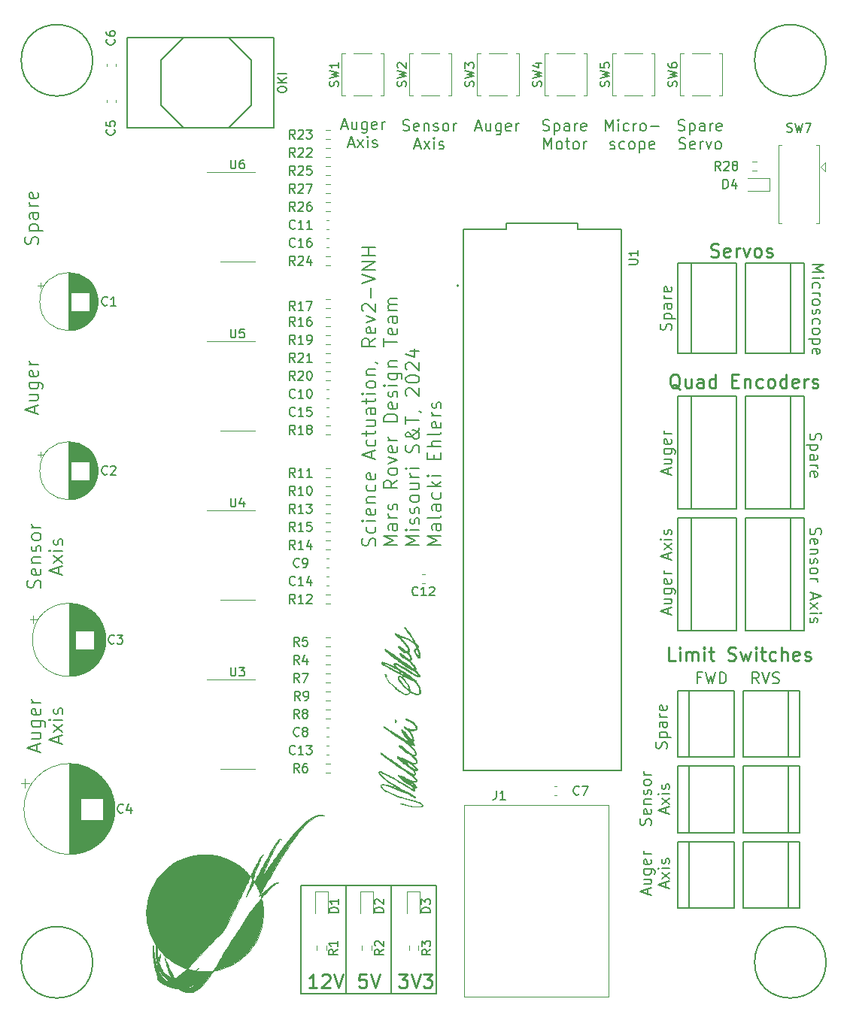
<source format=gbr>
%TF.GenerationSoftware,KiCad,Pcbnew,7.0.7*%
%TF.CreationDate,2024-04-07T16:08:04-05:00*%
%TF.ProjectId,Science_Actuation,53636965-6e63-4655-9f41-637475617469,rev?*%
%TF.SameCoordinates,Original*%
%TF.FileFunction,Legend,Top*%
%TF.FilePolarity,Positive*%
%FSLAX46Y46*%
G04 Gerber Fmt 4.6, Leading zero omitted, Abs format (unit mm)*
G04 Created by KiCad (PCBNEW 7.0.7) date 2024-04-07 16:08:04*
%MOMM*%
%LPD*%
G01*
G04 APERTURE LIST*
%ADD10C,0.150000*%
%ADD11C,0.203200*%
%ADD12C,0.254000*%
%ADD13C,0.190500*%
%ADD14C,0.120000*%
%ADD15C,0.010000*%
%ADD16C,0.127000*%
%ADD17C,0.200000*%
G04 APERTURE END LIST*
D10*
X85852000Y-166624000D02*
X90932000Y-166624000D01*
X90932000Y-178816000D01*
X85852000Y-178816000D01*
X85852000Y-166624000D01*
X90932000Y-166624000D02*
X96012000Y-166624000D01*
X96012000Y-178816000D01*
X90932000Y-178816000D01*
X90932000Y-166624000D01*
X80772000Y-166624000D02*
X85852000Y-166624000D01*
X85852000Y-178816000D01*
X80772000Y-178816000D01*
X80772000Y-166624000D01*
D11*
X122153152Y-120274411D02*
X122153152Y-119669649D01*
X122516009Y-120395363D02*
X121246009Y-119972030D01*
X121246009Y-119972030D02*
X122516009Y-119548696D01*
X121669342Y-118581078D02*
X122516009Y-118581078D01*
X121669342Y-119125364D02*
X122334580Y-119125364D01*
X122334580Y-119125364D02*
X122455533Y-119064887D01*
X122455533Y-119064887D02*
X122516009Y-118943935D01*
X122516009Y-118943935D02*
X122516009Y-118762506D01*
X122516009Y-118762506D02*
X122455533Y-118641554D01*
X122455533Y-118641554D02*
X122395056Y-118581078D01*
X121669342Y-117432030D02*
X122697437Y-117432030D01*
X122697437Y-117432030D02*
X122818390Y-117492506D01*
X122818390Y-117492506D02*
X122878866Y-117552982D01*
X122878866Y-117552982D02*
X122939342Y-117673935D01*
X122939342Y-117673935D02*
X122939342Y-117855363D01*
X122939342Y-117855363D02*
X122878866Y-117976316D01*
X122455533Y-117432030D02*
X122516009Y-117552982D01*
X122516009Y-117552982D02*
X122516009Y-117794887D01*
X122516009Y-117794887D02*
X122455533Y-117915839D01*
X122455533Y-117915839D02*
X122395056Y-117976316D01*
X122395056Y-117976316D02*
X122274104Y-118036792D01*
X122274104Y-118036792D02*
X121911247Y-118036792D01*
X121911247Y-118036792D02*
X121790294Y-117976316D01*
X121790294Y-117976316D02*
X121729818Y-117915839D01*
X121729818Y-117915839D02*
X121669342Y-117794887D01*
X121669342Y-117794887D02*
X121669342Y-117552982D01*
X121669342Y-117552982D02*
X121729818Y-117432030D01*
X122455533Y-116343458D02*
X122516009Y-116464410D01*
X122516009Y-116464410D02*
X122516009Y-116706315D01*
X122516009Y-116706315D02*
X122455533Y-116827268D01*
X122455533Y-116827268D02*
X122334580Y-116887744D01*
X122334580Y-116887744D02*
X121850771Y-116887744D01*
X121850771Y-116887744D02*
X121729818Y-116827268D01*
X121729818Y-116827268D02*
X121669342Y-116706315D01*
X121669342Y-116706315D02*
X121669342Y-116464410D01*
X121669342Y-116464410D02*
X121729818Y-116343458D01*
X121729818Y-116343458D02*
X121850771Y-116282982D01*
X121850771Y-116282982D02*
X121971723Y-116282982D01*
X121971723Y-116282982D02*
X122092675Y-116887744D01*
X122516009Y-115738697D02*
X121669342Y-115738697D01*
X121911247Y-115738697D02*
X121790294Y-115678220D01*
X121790294Y-115678220D02*
X121729818Y-115617744D01*
X121729818Y-115617744D02*
X121669342Y-115496792D01*
X121669342Y-115496792D02*
X121669342Y-115375839D01*
X138148467Y-115691588D02*
X138087990Y-115873017D01*
X138087990Y-115873017D02*
X138087990Y-116175398D01*
X138087990Y-116175398D02*
X138148467Y-116296350D01*
X138148467Y-116296350D02*
X138208943Y-116356826D01*
X138208943Y-116356826D02*
X138329895Y-116417303D01*
X138329895Y-116417303D02*
X138450847Y-116417303D01*
X138450847Y-116417303D02*
X138571800Y-116356826D01*
X138571800Y-116356826D02*
X138632276Y-116296350D01*
X138632276Y-116296350D02*
X138692752Y-116175398D01*
X138692752Y-116175398D02*
X138753228Y-115933493D01*
X138753228Y-115933493D02*
X138813705Y-115812541D01*
X138813705Y-115812541D02*
X138874181Y-115752064D01*
X138874181Y-115752064D02*
X138995133Y-115691588D01*
X138995133Y-115691588D02*
X139116086Y-115691588D01*
X139116086Y-115691588D02*
X139237038Y-115752064D01*
X139237038Y-115752064D02*
X139297514Y-115812541D01*
X139297514Y-115812541D02*
X139357990Y-115933493D01*
X139357990Y-115933493D02*
X139357990Y-116235874D01*
X139357990Y-116235874D02*
X139297514Y-116417303D01*
X138934657Y-116961588D02*
X137664657Y-116961588D01*
X138874181Y-116961588D02*
X138934657Y-117082541D01*
X138934657Y-117082541D02*
X138934657Y-117324446D01*
X138934657Y-117324446D02*
X138874181Y-117445398D01*
X138874181Y-117445398D02*
X138813705Y-117505874D01*
X138813705Y-117505874D02*
X138692752Y-117566350D01*
X138692752Y-117566350D02*
X138329895Y-117566350D01*
X138329895Y-117566350D02*
X138208943Y-117505874D01*
X138208943Y-117505874D02*
X138148467Y-117445398D01*
X138148467Y-117445398D02*
X138087990Y-117324446D01*
X138087990Y-117324446D02*
X138087990Y-117082541D01*
X138087990Y-117082541D02*
X138148467Y-116961588D01*
X138087990Y-118654922D02*
X138753228Y-118654922D01*
X138753228Y-118654922D02*
X138874181Y-118594446D01*
X138874181Y-118594446D02*
X138934657Y-118473494D01*
X138934657Y-118473494D02*
X138934657Y-118231589D01*
X138934657Y-118231589D02*
X138874181Y-118110636D01*
X138148467Y-118654922D02*
X138087990Y-118533970D01*
X138087990Y-118533970D02*
X138087990Y-118231589D01*
X138087990Y-118231589D02*
X138148467Y-118110636D01*
X138148467Y-118110636D02*
X138269419Y-118050160D01*
X138269419Y-118050160D02*
X138390371Y-118050160D01*
X138390371Y-118050160D02*
X138511324Y-118110636D01*
X138511324Y-118110636D02*
X138571800Y-118231589D01*
X138571800Y-118231589D02*
X138571800Y-118533970D01*
X138571800Y-118533970D02*
X138632276Y-118654922D01*
X138087990Y-119259684D02*
X138934657Y-119259684D01*
X138692752Y-119259684D02*
X138813705Y-119320161D01*
X138813705Y-119320161D02*
X138874181Y-119380637D01*
X138874181Y-119380637D02*
X138934657Y-119501589D01*
X138934657Y-119501589D02*
X138934657Y-119622542D01*
X138148467Y-120529684D02*
X138087990Y-120408732D01*
X138087990Y-120408732D02*
X138087990Y-120166827D01*
X138087990Y-120166827D02*
X138148467Y-120045874D01*
X138148467Y-120045874D02*
X138269419Y-119985398D01*
X138269419Y-119985398D02*
X138753228Y-119985398D01*
X138753228Y-119985398D02*
X138874181Y-120045874D01*
X138874181Y-120045874D02*
X138934657Y-120166827D01*
X138934657Y-120166827D02*
X138934657Y-120408732D01*
X138934657Y-120408732D02*
X138874181Y-120529684D01*
X138874181Y-120529684D02*
X138753228Y-120590160D01*
X138753228Y-120590160D02*
X138632276Y-120590160D01*
X138632276Y-120590160D02*
X138511324Y-119985398D01*
D12*
X88123676Y-176584283D02*
X87397962Y-176584283D01*
X87397962Y-176584283D02*
X87325390Y-177309997D01*
X87325390Y-177309997D02*
X87397962Y-177237426D01*
X87397962Y-177237426D02*
X87543105Y-177164854D01*
X87543105Y-177164854D02*
X87905962Y-177164854D01*
X87905962Y-177164854D02*
X88051105Y-177237426D01*
X88051105Y-177237426D02*
X88123676Y-177309997D01*
X88123676Y-177309997D02*
X88196247Y-177455140D01*
X88196247Y-177455140D02*
X88196247Y-177817997D01*
X88196247Y-177817997D02*
X88123676Y-177963140D01*
X88123676Y-177963140D02*
X88051105Y-178035712D01*
X88051105Y-178035712D02*
X87905962Y-178108283D01*
X87905962Y-178108283D02*
X87543105Y-178108283D01*
X87543105Y-178108283D02*
X87397962Y-178035712D01*
X87397962Y-178035712D02*
X87325390Y-177963140D01*
X88631676Y-176584283D02*
X89139676Y-178108283D01*
X89139676Y-178108283D02*
X89647676Y-176584283D01*
D13*
X51168554Y-94379143D02*
X51241125Y-94161429D01*
X51241125Y-94161429D02*
X51241125Y-93798571D01*
X51241125Y-93798571D02*
X51168554Y-93653429D01*
X51168554Y-93653429D02*
X51095982Y-93580857D01*
X51095982Y-93580857D02*
X50950839Y-93508286D01*
X50950839Y-93508286D02*
X50805696Y-93508286D01*
X50805696Y-93508286D02*
X50660554Y-93580857D01*
X50660554Y-93580857D02*
X50587982Y-93653429D01*
X50587982Y-93653429D02*
X50515411Y-93798571D01*
X50515411Y-93798571D02*
X50442839Y-94088857D01*
X50442839Y-94088857D02*
X50370268Y-94234000D01*
X50370268Y-94234000D02*
X50297696Y-94306571D01*
X50297696Y-94306571D02*
X50152554Y-94379143D01*
X50152554Y-94379143D02*
X50007411Y-94379143D01*
X50007411Y-94379143D02*
X49862268Y-94306571D01*
X49862268Y-94306571D02*
X49789696Y-94234000D01*
X49789696Y-94234000D02*
X49717125Y-94088857D01*
X49717125Y-94088857D02*
X49717125Y-93726000D01*
X49717125Y-93726000D02*
X49789696Y-93508286D01*
X50225125Y-92855142D02*
X51749125Y-92855142D01*
X50297696Y-92855142D02*
X50225125Y-92710000D01*
X50225125Y-92710000D02*
X50225125Y-92419714D01*
X50225125Y-92419714D02*
X50297696Y-92274571D01*
X50297696Y-92274571D02*
X50370268Y-92202000D01*
X50370268Y-92202000D02*
X50515411Y-92129428D01*
X50515411Y-92129428D02*
X50950839Y-92129428D01*
X50950839Y-92129428D02*
X51095982Y-92202000D01*
X51095982Y-92202000D02*
X51168554Y-92274571D01*
X51168554Y-92274571D02*
X51241125Y-92419714D01*
X51241125Y-92419714D02*
X51241125Y-92710000D01*
X51241125Y-92710000D02*
X51168554Y-92855142D01*
X51241125Y-90823143D02*
X50442839Y-90823143D01*
X50442839Y-90823143D02*
X50297696Y-90895714D01*
X50297696Y-90895714D02*
X50225125Y-91040857D01*
X50225125Y-91040857D02*
X50225125Y-91331143D01*
X50225125Y-91331143D02*
X50297696Y-91476285D01*
X51168554Y-90823143D02*
X51241125Y-90968285D01*
X51241125Y-90968285D02*
X51241125Y-91331143D01*
X51241125Y-91331143D02*
X51168554Y-91476285D01*
X51168554Y-91476285D02*
X51023411Y-91548857D01*
X51023411Y-91548857D02*
X50878268Y-91548857D01*
X50878268Y-91548857D02*
X50733125Y-91476285D01*
X50733125Y-91476285D02*
X50660554Y-91331143D01*
X50660554Y-91331143D02*
X50660554Y-90968285D01*
X50660554Y-90968285D02*
X50587982Y-90823143D01*
X51241125Y-90097428D02*
X50225125Y-90097428D01*
X50515411Y-90097428D02*
X50370268Y-90024857D01*
X50370268Y-90024857D02*
X50297696Y-89952286D01*
X50297696Y-89952286D02*
X50225125Y-89807143D01*
X50225125Y-89807143D02*
X50225125Y-89662000D01*
X51168554Y-88573428D02*
X51241125Y-88718571D01*
X51241125Y-88718571D02*
X51241125Y-89008857D01*
X51241125Y-89008857D02*
X51168554Y-89153999D01*
X51168554Y-89153999D02*
X51023411Y-89226571D01*
X51023411Y-89226571D02*
X50442839Y-89226571D01*
X50442839Y-89226571D02*
X50297696Y-89153999D01*
X50297696Y-89153999D02*
X50225125Y-89008857D01*
X50225125Y-89008857D02*
X50225125Y-88718571D01*
X50225125Y-88718571D02*
X50297696Y-88573428D01*
X50297696Y-88573428D02*
X50442839Y-88500857D01*
X50442839Y-88500857D02*
X50587982Y-88500857D01*
X50587982Y-88500857D02*
X50733125Y-89226571D01*
X51465734Y-133096000D02*
X51538305Y-132878286D01*
X51538305Y-132878286D02*
X51538305Y-132515428D01*
X51538305Y-132515428D02*
X51465734Y-132370286D01*
X51465734Y-132370286D02*
X51393162Y-132297714D01*
X51393162Y-132297714D02*
X51248019Y-132225143D01*
X51248019Y-132225143D02*
X51102876Y-132225143D01*
X51102876Y-132225143D02*
X50957734Y-132297714D01*
X50957734Y-132297714D02*
X50885162Y-132370286D01*
X50885162Y-132370286D02*
X50812591Y-132515428D01*
X50812591Y-132515428D02*
X50740019Y-132805714D01*
X50740019Y-132805714D02*
X50667448Y-132950857D01*
X50667448Y-132950857D02*
X50594876Y-133023428D01*
X50594876Y-133023428D02*
X50449734Y-133096000D01*
X50449734Y-133096000D02*
X50304591Y-133096000D01*
X50304591Y-133096000D02*
X50159448Y-133023428D01*
X50159448Y-133023428D02*
X50086876Y-132950857D01*
X50086876Y-132950857D02*
X50014305Y-132805714D01*
X50014305Y-132805714D02*
X50014305Y-132442857D01*
X50014305Y-132442857D02*
X50086876Y-132225143D01*
X51465734Y-130991428D02*
X51538305Y-131136571D01*
X51538305Y-131136571D02*
X51538305Y-131426857D01*
X51538305Y-131426857D02*
X51465734Y-131571999D01*
X51465734Y-131571999D02*
X51320591Y-131644571D01*
X51320591Y-131644571D02*
X50740019Y-131644571D01*
X50740019Y-131644571D02*
X50594876Y-131571999D01*
X50594876Y-131571999D02*
X50522305Y-131426857D01*
X50522305Y-131426857D02*
X50522305Y-131136571D01*
X50522305Y-131136571D02*
X50594876Y-130991428D01*
X50594876Y-130991428D02*
X50740019Y-130918857D01*
X50740019Y-130918857D02*
X50885162Y-130918857D01*
X50885162Y-130918857D02*
X51030305Y-131644571D01*
X50522305Y-130265713D02*
X51538305Y-130265713D01*
X50667448Y-130265713D02*
X50594876Y-130193142D01*
X50594876Y-130193142D02*
X50522305Y-130047999D01*
X50522305Y-130047999D02*
X50522305Y-129830285D01*
X50522305Y-129830285D02*
X50594876Y-129685142D01*
X50594876Y-129685142D02*
X50740019Y-129612571D01*
X50740019Y-129612571D02*
X51538305Y-129612571D01*
X51465734Y-128959428D02*
X51538305Y-128814285D01*
X51538305Y-128814285D02*
X51538305Y-128523999D01*
X51538305Y-128523999D02*
X51465734Y-128378856D01*
X51465734Y-128378856D02*
X51320591Y-128306285D01*
X51320591Y-128306285D02*
X51248019Y-128306285D01*
X51248019Y-128306285D02*
X51102876Y-128378856D01*
X51102876Y-128378856D02*
X51030305Y-128523999D01*
X51030305Y-128523999D02*
X51030305Y-128741714D01*
X51030305Y-128741714D02*
X50957734Y-128886856D01*
X50957734Y-128886856D02*
X50812591Y-128959428D01*
X50812591Y-128959428D02*
X50740019Y-128959428D01*
X50740019Y-128959428D02*
X50594876Y-128886856D01*
X50594876Y-128886856D02*
X50522305Y-128741714D01*
X50522305Y-128741714D02*
X50522305Y-128523999D01*
X50522305Y-128523999D02*
X50594876Y-128378856D01*
X51538305Y-127435428D02*
X51465734Y-127580571D01*
X51465734Y-127580571D02*
X51393162Y-127653142D01*
X51393162Y-127653142D02*
X51248019Y-127725714D01*
X51248019Y-127725714D02*
X50812591Y-127725714D01*
X50812591Y-127725714D02*
X50667448Y-127653142D01*
X50667448Y-127653142D02*
X50594876Y-127580571D01*
X50594876Y-127580571D02*
X50522305Y-127435428D01*
X50522305Y-127435428D02*
X50522305Y-127217714D01*
X50522305Y-127217714D02*
X50594876Y-127072571D01*
X50594876Y-127072571D02*
X50667448Y-127000000D01*
X50667448Y-127000000D02*
X50812591Y-126927428D01*
X50812591Y-126927428D02*
X51248019Y-126927428D01*
X51248019Y-126927428D02*
X51393162Y-127000000D01*
X51393162Y-127000000D02*
X51465734Y-127072571D01*
X51465734Y-127072571D02*
X51538305Y-127217714D01*
X51538305Y-127217714D02*
X51538305Y-127435428D01*
X51538305Y-126274285D02*
X50522305Y-126274285D01*
X50812591Y-126274285D02*
X50667448Y-126201714D01*
X50667448Y-126201714D02*
X50594876Y-126129143D01*
X50594876Y-126129143D02*
X50522305Y-125984000D01*
X50522305Y-125984000D02*
X50522305Y-125838857D01*
X53556516Y-131499428D02*
X53556516Y-130773714D01*
X53991945Y-131644571D02*
X52467945Y-131136571D01*
X52467945Y-131136571D02*
X53991945Y-130628571D01*
X53991945Y-130265713D02*
X52975945Y-129467428D01*
X52975945Y-130265713D02*
X53991945Y-129467428D01*
X53991945Y-128886856D02*
X52975945Y-128886856D01*
X52467945Y-128886856D02*
X52540516Y-128959428D01*
X52540516Y-128959428D02*
X52613088Y-128886856D01*
X52613088Y-128886856D02*
X52540516Y-128814285D01*
X52540516Y-128814285D02*
X52467945Y-128886856D01*
X52467945Y-128886856D02*
X52613088Y-128886856D01*
X53919374Y-128233714D02*
X53991945Y-128088571D01*
X53991945Y-128088571D02*
X53991945Y-127798285D01*
X53991945Y-127798285D02*
X53919374Y-127653142D01*
X53919374Y-127653142D02*
X53774231Y-127580571D01*
X53774231Y-127580571D02*
X53701659Y-127580571D01*
X53701659Y-127580571D02*
X53556516Y-127653142D01*
X53556516Y-127653142D02*
X53483945Y-127798285D01*
X53483945Y-127798285D02*
X53483945Y-128016000D01*
X53483945Y-128016000D02*
X53411374Y-128161142D01*
X53411374Y-128161142D02*
X53266231Y-128233714D01*
X53266231Y-128233714D02*
X53193659Y-128233714D01*
X53193659Y-128233714D02*
X53048516Y-128161142D01*
X53048516Y-128161142D02*
X52975945Y-128016000D01*
X52975945Y-128016000D02*
X52975945Y-127798285D01*
X52975945Y-127798285D02*
X53048516Y-127653142D01*
D11*
X138341990Y-96702064D02*
X139611990Y-96702064D01*
X139611990Y-96702064D02*
X138704847Y-97125398D01*
X138704847Y-97125398D02*
X139611990Y-97548731D01*
X139611990Y-97548731D02*
X138341990Y-97548731D01*
X138341990Y-98153493D02*
X139188657Y-98153493D01*
X139611990Y-98153493D02*
X139551514Y-98093017D01*
X139551514Y-98093017D02*
X139491038Y-98153493D01*
X139491038Y-98153493D02*
X139551514Y-98213970D01*
X139551514Y-98213970D02*
X139611990Y-98153493D01*
X139611990Y-98153493D02*
X139491038Y-98153493D01*
X138402467Y-99302541D02*
X138341990Y-99181589D01*
X138341990Y-99181589D02*
X138341990Y-98939684D01*
X138341990Y-98939684D02*
X138402467Y-98818732D01*
X138402467Y-98818732D02*
X138462943Y-98758255D01*
X138462943Y-98758255D02*
X138583895Y-98697779D01*
X138583895Y-98697779D02*
X138946752Y-98697779D01*
X138946752Y-98697779D02*
X139067705Y-98758255D01*
X139067705Y-98758255D02*
X139128181Y-98818732D01*
X139128181Y-98818732D02*
X139188657Y-98939684D01*
X139188657Y-98939684D02*
X139188657Y-99181589D01*
X139188657Y-99181589D02*
X139128181Y-99302541D01*
X138341990Y-99846826D02*
X139188657Y-99846826D01*
X138946752Y-99846826D02*
X139067705Y-99907303D01*
X139067705Y-99907303D02*
X139128181Y-99967779D01*
X139128181Y-99967779D02*
X139188657Y-100088731D01*
X139188657Y-100088731D02*
X139188657Y-100209684D01*
X138341990Y-100814445D02*
X138402467Y-100693493D01*
X138402467Y-100693493D02*
X138462943Y-100633016D01*
X138462943Y-100633016D02*
X138583895Y-100572540D01*
X138583895Y-100572540D02*
X138946752Y-100572540D01*
X138946752Y-100572540D02*
X139067705Y-100633016D01*
X139067705Y-100633016D02*
X139128181Y-100693493D01*
X139128181Y-100693493D02*
X139188657Y-100814445D01*
X139188657Y-100814445D02*
X139188657Y-100995874D01*
X139188657Y-100995874D02*
X139128181Y-101116826D01*
X139128181Y-101116826D02*
X139067705Y-101177302D01*
X139067705Y-101177302D02*
X138946752Y-101237778D01*
X138946752Y-101237778D02*
X138583895Y-101237778D01*
X138583895Y-101237778D02*
X138462943Y-101177302D01*
X138462943Y-101177302D02*
X138402467Y-101116826D01*
X138402467Y-101116826D02*
X138341990Y-100995874D01*
X138341990Y-100995874D02*
X138341990Y-100814445D01*
X138402467Y-101721588D02*
X138341990Y-101842541D01*
X138341990Y-101842541D02*
X138341990Y-102084445D01*
X138341990Y-102084445D02*
X138402467Y-102205398D01*
X138402467Y-102205398D02*
X138523419Y-102265874D01*
X138523419Y-102265874D02*
X138583895Y-102265874D01*
X138583895Y-102265874D02*
X138704847Y-102205398D01*
X138704847Y-102205398D02*
X138765324Y-102084445D01*
X138765324Y-102084445D02*
X138765324Y-101903017D01*
X138765324Y-101903017D02*
X138825800Y-101782064D01*
X138825800Y-101782064D02*
X138946752Y-101721588D01*
X138946752Y-101721588D02*
X139007228Y-101721588D01*
X139007228Y-101721588D02*
X139128181Y-101782064D01*
X139128181Y-101782064D02*
X139188657Y-101903017D01*
X139188657Y-101903017D02*
X139188657Y-102084445D01*
X139188657Y-102084445D02*
X139128181Y-102205398D01*
X138402467Y-103354445D02*
X138341990Y-103233493D01*
X138341990Y-103233493D02*
X138341990Y-102991588D01*
X138341990Y-102991588D02*
X138402467Y-102870636D01*
X138402467Y-102870636D02*
X138462943Y-102810159D01*
X138462943Y-102810159D02*
X138583895Y-102749683D01*
X138583895Y-102749683D02*
X138946752Y-102749683D01*
X138946752Y-102749683D02*
X139067705Y-102810159D01*
X139067705Y-102810159D02*
X139128181Y-102870636D01*
X139128181Y-102870636D02*
X139188657Y-102991588D01*
X139188657Y-102991588D02*
X139188657Y-103233493D01*
X139188657Y-103233493D02*
X139128181Y-103354445D01*
X138341990Y-104080159D02*
X138402467Y-103959207D01*
X138402467Y-103959207D02*
X138462943Y-103898730D01*
X138462943Y-103898730D02*
X138583895Y-103838254D01*
X138583895Y-103838254D02*
X138946752Y-103838254D01*
X138946752Y-103838254D02*
X139067705Y-103898730D01*
X139067705Y-103898730D02*
X139128181Y-103959207D01*
X139128181Y-103959207D02*
X139188657Y-104080159D01*
X139188657Y-104080159D02*
X139188657Y-104261588D01*
X139188657Y-104261588D02*
X139128181Y-104382540D01*
X139128181Y-104382540D02*
X139067705Y-104443016D01*
X139067705Y-104443016D02*
X138946752Y-104503492D01*
X138946752Y-104503492D02*
X138583895Y-104503492D01*
X138583895Y-104503492D02*
X138462943Y-104443016D01*
X138462943Y-104443016D02*
X138402467Y-104382540D01*
X138402467Y-104382540D02*
X138341990Y-104261588D01*
X138341990Y-104261588D02*
X138341990Y-104080159D01*
X139188657Y-105047778D02*
X137918657Y-105047778D01*
X139128181Y-105047778D02*
X139188657Y-105168731D01*
X139188657Y-105168731D02*
X139188657Y-105410636D01*
X139188657Y-105410636D02*
X139128181Y-105531588D01*
X139128181Y-105531588D02*
X139067705Y-105592064D01*
X139067705Y-105592064D02*
X138946752Y-105652540D01*
X138946752Y-105652540D02*
X138583895Y-105652540D01*
X138583895Y-105652540D02*
X138462943Y-105592064D01*
X138462943Y-105592064D02*
X138402467Y-105531588D01*
X138402467Y-105531588D02*
X138341990Y-105410636D01*
X138341990Y-105410636D02*
X138341990Y-105168731D01*
X138341990Y-105168731D02*
X138402467Y-105047778D01*
X138402467Y-106680636D02*
X138341990Y-106559684D01*
X138341990Y-106559684D02*
X138341990Y-106317779D01*
X138341990Y-106317779D02*
X138402467Y-106196826D01*
X138402467Y-106196826D02*
X138523419Y-106136350D01*
X138523419Y-106136350D02*
X139007228Y-106136350D01*
X139007228Y-106136350D02*
X139128181Y-106196826D01*
X139128181Y-106196826D02*
X139188657Y-106317779D01*
X139188657Y-106317779D02*
X139188657Y-106559684D01*
X139188657Y-106559684D02*
X139128181Y-106680636D01*
X139128181Y-106680636D02*
X139007228Y-106741112D01*
X139007228Y-106741112D02*
X138886276Y-106741112D01*
X138886276Y-106741112D02*
X138765324Y-106136350D01*
X123280714Y-81548833D02*
X123462143Y-81609309D01*
X123462143Y-81609309D02*
X123764524Y-81609309D01*
X123764524Y-81609309D02*
X123885476Y-81548833D01*
X123885476Y-81548833D02*
X123945952Y-81488356D01*
X123945952Y-81488356D02*
X124006429Y-81367404D01*
X124006429Y-81367404D02*
X124006429Y-81246452D01*
X124006429Y-81246452D02*
X123945952Y-81125499D01*
X123945952Y-81125499D02*
X123885476Y-81065023D01*
X123885476Y-81065023D02*
X123764524Y-81004547D01*
X123764524Y-81004547D02*
X123522619Y-80944071D01*
X123522619Y-80944071D02*
X123401667Y-80883594D01*
X123401667Y-80883594D02*
X123341190Y-80823118D01*
X123341190Y-80823118D02*
X123280714Y-80702166D01*
X123280714Y-80702166D02*
X123280714Y-80581213D01*
X123280714Y-80581213D02*
X123341190Y-80460261D01*
X123341190Y-80460261D02*
X123401667Y-80399785D01*
X123401667Y-80399785D02*
X123522619Y-80339309D01*
X123522619Y-80339309D02*
X123825000Y-80339309D01*
X123825000Y-80339309D02*
X124006429Y-80399785D01*
X124550714Y-80762642D02*
X124550714Y-82032642D01*
X124550714Y-80823118D02*
X124671667Y-80762642D01*
X124671667Y-80762642D02*
X124913572Y-80762642D01*
X124913572Y-80762642D02*
X125034524Y-80823118D01*
X125034524Y-80823118D02*
X125095000Y-80883594D01*
X125095000Y-80883594D02*
X125155476Y-81004547D01*
X125155476Y-81004547D02*
X125155476Y-81367404D01*
X125155476Y-81367404D02*
X125095000Y-81488356D01*
X125095000Y-81488356D02*
X125034524Y-81548833D01*
X125034524Y-81548833D02*
X124913572Y-81609309D01*
X124913572Y-81609309D02*
X124671667Y-81609309D01*
X124671667Y-81609309D02*
X124550714Y-81548833D01*
X126244048Y-81609309D02*
X126244048Y-80944071D01*
X126244048Y-80944071D02*
X126183572Y-80823118D01*
X126183572Y-80823118D02*
X126062620Y-80762642D01*
X126062620Y-80762642D02*
X125820715Y-80762642D01*
X125820715Y-80762642D02*
X125699762Y-80823118D01*
X126244048Y-81548833D02*
X126123096Y-81609309D01*
X126123096Y-81609309D02*
X125820715Y-81609309D01*
X125820715Y-81609309D02*
X125699762Y-81548833D01*
X125699762Y-81548833D02*
X125639286Y-81427880D01*
X125639286Y-81427880D02*
X125639286Y-81306928D01*
X125639286Y-81306928D02*
X125699762Y-81185975D01*
X125699762Y-81185975D02*
X125820715Y-81125499D01*
X125820715Y-81125499D02*
X126123096Y-81125499D01*
X126123096Y-81125499D02*
X126244048Y-81065023D01*
X126848810Y-81609309D02*
X126848810Y-80762642D01*
X126848810Y-81004547D02*
X126909287Y-80883594D01*
X126909287Y-80883594D02*
X126969763Y-80823118D01*
X126969763Y-80823118D02*
X127090715Y-80762642D01*
X127090715Y-80762642D02*
X127211668Y-80762642D01*
X128118810Y-81548833D02*
X127997858Y-81609309D01*
X127997858Y-81609309D02*
X127755953Y-81609309D01*
X127755953Y-81609309D02*
X127635000Y-81548833D01*
X127635000Y-81548833D02*
X127574524Y-81427880D01*
X127574524Y-81427880D02*
X127574524Y-80944071D01*
X127574524Y-80944071D02*
X127635000Y-80823118D01*
X127635000Y-80823118D02*
X127755953Y-80762642D01*
X127755953Y-80762642D02*
X127997858Y-80762642D01*
X127997858Y-80762642D02*
X128118810Y-80823118D01*
X128118810Y-80823118D02*
X128179286Y-80944071D01*
X128179286Y-80944071D02*
X128179286Y-81065023D01*
X128179286Y-81065023D02*
X127574524Y-81185975D01*
X123371428Y-83593533D02*
X123552857Y-83654009D01*
X123552857Y-83654009D02*
X123855238Y-83654009D01*
X123855238Y-83654009D02*
X123976190Y-83593533D01*
X123976190Y-83593533D02*
X124036666Y-83533056D01*
X124036666Y-83533056D02*
X124097143Y-83412104D01*
X124097143Y-83412104D02*
X124097143Y-83291152D01*
X124097143Y-83291152D02*
X124036666Y-83170199D01*
X124036666Y-83170199D02*
X123976190Y-83109723D01*
X123976190Y-83109723D02*
X123855238Y-83049247D01*
X123855238Y-83049247D02*
X123613333Y-82988771D01*
X123613333Y-82988771D02*
X123492381Y-82928294D01*
X123492381Y-82928294D02*
X123431904Y-82867818D01*
X123431904Y-82867818D02*
X123371428Y-82746866D01*
X123371428Y-82746866D02*
X123371428Y-82625913D01*
X123371428Y-82625913D02*
X123431904Y-82504961D01*
X123431904Y-82504961D02*
X123492381Y-82444485D01*
X123492381Y-82444485D02*
X123613333Y-82384009D01*
X123613333Y-82384009D02*
X123915714Y-82384009D01*
X123915714Y-82384009D02*
X124097143Y-82444485D01*
X125125238Y-83593533D02*
X125004286Y-83654009D01*
X125004286Y-83654009D02*
X124762381Y-83654009D01*
X124762381Y-83654009D02*
X124641428Y-83593533D01*
X124641428Y-83593533D02*
X124580952Y-83472580D01*
X124580952Y-83472580D02*
X124580952Y-82988771D01*
X124580952Y-82988771D02*
X124641428Y-82867818D01*
X124641428Y-82867818D02*
X124762381Y-82807342D01*
X124762381Y-82807342D02*
X125004286Y-82807342D01*
X125004286Y-82807342D02*
X125125238Y-82867818D01*
X125125238Y-82867818D02*
X125185714Y-82988771D01*
X125185714Y-82988771D02*
X125185714Y-83109723D01*
X125185714Y-83109723D02*
X124580952Y-83230675D01*
X125729999Y-83654009D02*
X125729999Y-82807342D01*
X125729999Y-83049247D02*
X125790476Y-82928294D01*
X125790476Y-82928294D02*
X125850952Y-82867818D01*
X125850952Y-82867818D02*
X125971904Y-82807342D01*
X125971904Y-82807342D02*
X126092857Y-82807342D01*
X126395237Y-82807342D02*
X126697618Y-83654009D01*
X126697618Y-83654009D02*
X126999999Y-82807342D01*
X127665237Y-83654009D02*
X127544285Y-83593533D01*
X127544285Y-83593533D02*
X127483808Y-83533056D01*
X127483808Y-83533056D02*
X127423332Y-83412104D01*
X127423332Y-83412104D02*
X127423332Y-83049247D01*
X127423332Y-83049247D02*
X127483808Y-82928294D01*
X127483808Y-82928294D02*
X127544285Y-82867818D01*
X127544285Y-82867818D02*
X127665237Y-82807342D01*
X127665237Y-82807342D02*
X127846666Y-82807342D01*
X127846666Y-82807342D02*
X127967618Y-82867818D01*
X127967618Y-82867818D02*
X128028094Y-82928294D01*
X128028094Y-82928294D02*
X128088570Y-83049247D01*
X128088570Y-83049247D02*
X128088570Y-83412104D01*
X128088570Y-83412104D02*
X128028094Y-83533056D01*
X128028094Y-83533056D02*
X127967618Y-83593533D01*
X127967618Y-83593533D02*
X127846666Y-83654009D01*
X127846666Y-83654009D02*
X127665237Y-83654009D01*
X115086190Y-81609309D02*
X115086190Y-80339309D01*
X115086190Y-80339309D02*
X115509524Y-81246452D01*
X115509524Y-81246452D02*
X115932857Y-80339309D01*
X115932857Y-80339309D02*
X115932857Y-81609309D01*
X116537619Y-81609309D02*
X116537619Y-80762642D01*
X116537619Y-80339309D02*
X116477143Y-80399785D01*
X116477143Y-80399785D02*
X116537619Y-80460261D01*
X116537619Y-80460261D02*
X116598096Y-80399785D01*
X116598096Y-80399785D02*
X116537619Y-80339309D01*
X116537619Y-80339309D02*
X116537619Y-80460261D01*
X117686667Y-81548833D02*
X117565715Y-81609309D01*
X117565715Y-81609309D02*
X117323810Y-81609309D01*
X117323810Y-81609309D02*
X117202858Y-81548833D01*
X117202858Y-81548833D02*
X117142381Y-81488356D01*
X117142381Y-81488356D02*
X117081905Y-81367404D01*
X117081905Y-81367404D02*
X117081905Y-81004547D01*
X117081905Y-81004547D02*
X117142381Y-80883594D01*
X117142381Y-80883594D02*
X117202858Y-80823118D01*
X117202858Y-80823118D02*
X117323810Y-80762642D01*
X117323810Y-80762642D02*
X117565715Y-80762642D01*
X117565715Y-80762642D02*
X117686667Y-80823118D01*
X118230952Y-81609309D02*
X118230952Y-80762642D01*
X118230952Y-81004547D02*
X118291429Y-80883594D01*
X118291429Y-80883594D02*
X118351905Y-80823118D01*
X118351905Y-80823118D02*
X118472857Y-80762642D01*
X118472857Y-80762642D02*
X118593810Y-80762642D01*
X119198571Y-81609309D02*
X119077619Y-81548833D01*
X119077619Y-81548833D02*
X119017142Y-81488356D01*
X119017142Y-81488356D02*
X118956666Y-81367404D01*
X118956666Y-81367404D02*
X118956666Y-81004547D01*
X118956666Y-81004547D02*
X119017142Y-80883594D01*
X119017142Y-80883594D02*
X119077619Y-80823118D01*
X119077619Y-80823118D02*
X119198571Y-80762642D01*
X119198571Y-80762642D02*
X119380000Y-80762642D01*
X119380000Y-80762642D02*
X119500952Y-80823118D01*
X119500952Y-80823118D02*
X119561428Y-80883594D01*
X119561428Y-80883594D02*
X119621904Y-81004547D01*
X119621904Y-81004547D02*
X119621904Y-81367404D01*
X119621904Y-81367404D02*
X119561428Y-81488356D01*
X119561428Y-81488356D02*
X119500952Y-81548833D01*
X119500952Y-81548833D02*
X119380000Y-81609309D01*
X119380000Y-81609309D02*
X119198571Y-81609309D01*
X120166190Y-81125499D02*
X121133810Y-81125499D01*
X115600238Y-83593533D02*
X115721191Y-83654009D01*
X115721191Y-83654009D02*
X115963095Y-83654009D01*
X115963095Y-83654009D02*
X116084048Y-83593533D01*
X116084048Y-83593533D02*
X116144524Y-83472580D01*
X116144524Y-83472580D02*
X116144524Y-83412104D01*
X116144524Y-83412104D02*
X116084048Y-83291152D01*
X116084048Y-83291152D02*
X115963095Y-83230675D01*
X115963095Y-83230675D02*
X115781667Y-83230675D01*
X115781667Y-83230675D02*
X115660714Y-83170199D01*
X115660714Y-83170199D02*
X115600238Y-83049247D01*
X115600238Y-83049247D02*
X115600238Y-82988771D01*
X115600238Y-82988771D02*
X115660714Y-82867818D01*
X115660714Y-82867818D02*
X115781667Y-82807342D01*
X115781667Y-82807342D02*
X115963095Y-82807342D01*
X115963095Y-82807342D02*
X116084048Y-82867818D01*
X117233095Y-83593533D02*
X117112143Y-83654009D01*
X117112143Y-83654009D02*
X116870238Y-83654009D01*
X116870238Y-83654009D02*
X116749286Y-83593533D01*
X116749286Y-83593533D02*
X116688809Y-83533056D01*
X116688809Y-83533056D02*
X116628333Y-83412104D01*
X116628333Y-83412104D02*
X116628333Y-83049247D01*
X116628333Y-83049247D02*
X116688809Y-82928294D01*
X116688809Y-82928294D02*
X116749286Y-82867818D01*
X116749286Y-82867818D02*
X116870238Y-82807342D01*
X116870238Y-82807342D02*
X117112143Y-82807342D01*
X117112143Y-82807342D02*
X117233095Y-82867818D01*
X117958809Y-83654009D02*
X117837857Y-83593533D01*
X117837857Y-83593533D02*
X117777380Y-83533056D01*
X117777380Y-83533056D02*
X117716904Y-83412104D01*
X117716904Y-83412104D02*
X117716904Y-83049247D01*
X117716904Y-83049247D02*
X117777380Y-82928294D01*
X117777380Y-82928294D02*
X117837857Y-82867818D01*
X117837857Y-82867818D02*
X117958809Y-82807342D01*
X117958809Y-82807342D02*
X118140238Y-82807342D01*
X118140238Y-82807342D02*
X118261190Y-82867818D01*
X118261190Y-82867818D02*
X118321666Y-82928294D01*
X118321666Y-82928294D02*
X118382142Y-83049247D01*
X118382142Y-83049247D02*
X118382142Y-83412104D01*
X118382142Y-83412104D02*
X118321666Y-83533056D01*
X118321666Y-83533056D02*
X118261190Y-83593533D01*
X118261190Y-83593533D02*
X118140238Y-83654009D01*
X118140238Y-83654009D02*
X117958809Y-83654009D01*
X118926428Y-82807342D02*
X118926428Y-84077342D01*
X118926428Y-82867818D02*
X119047381Y-82807342D01*
X119047381Y-82807342D02*
X119289286Y-82807342D01*
X119289286Y-82807342D02*
X119410238Y-82867818D01*
X119410238Y-82867818D02*
X119470714Y-82928294D01*
X119470714Y-82928294D02*
X119531190Y-83049247D01*
X119531190Y-83049247D02*
X119531190Y-83412104D01*
X119531190Y-83412104D02*
X119470714Y-83533056D01*
X119470714Y-83533056D02*
X119410238Y-83593533D01*
X119410238Y-83593533D02*
X119289286Y-83654009D01*
X119289286Y-83654009D02*
X119047381Y-83654009D01*
X119047381Y-83654009D02*
X118926428Y-83593533D01*
X120559286Y-83593533D02*
X120438334Y-83654009D01*
X120438334Y-83654009D02*
X120196429Y-83654009D01*
X120196429Y-83654009D02*
X120075476Y-83593533D01*
X120075476Y-83593533D02*
X120015000Y-83472580D01*
X120015000Y-83472580D02*
X120015000Y-82988771D01*
X120015000Y-82988771D02*
X120075476Y-82867818D01*
X120075476Y-82867818D02*
X120196429Y-82807342D01*
X120196429Y-82807342D02*
X120438334Y-82807342D01*
X120438334Y-82807342D02*
X120559286Y-82867818D01*
X120559286Y-82867818D02*
X120619762Y-82988771D01*
X120619762Y-82988771D02*
X120619762Y-83109723D01*
X120619762Y-83109723D02*
X120015000Y-83230675D01*
X125820714Y-143186771D02*
X125397380Y-143186771D01*
X125397380Y-143852009D02*
X125397380Y-142582009D01*
X125397380Y-142582009D02*
X126002142Y-142582009D01*
X126364999Y-142582009D02*
X126667380Y-143852009D01*
X126667380Y-143852009D02*
X126909285Y-142944866D01*
X126909285Y-142944866D02*
X127151190Y-143852009D01*
X127151190Y-143852009D02*
X127453571Y-142582009D01*
X127937380Y-143852009D02*
X127937380Y-142582009D01*
X127937380Y-142582009D02*
X128239761Y-142582009D01*
X128239761Y-142582009D02*
X128421190Y-142642485D01*
X128421190Y-142642485D02*
X128542142Y-142763437D01*
X128542142Y-142763437D02*
X128602619Y-142884390D01*
X128602619Y-142884390D02*
X128663095Y-143126294D01*
X128663095Y-143126294D02*
X128663095Y-143307723D01*
X128663095Y-143307723D02*
X128602619Y-143549628D01*
X128602619Y-143549628D02*
X128542142Y-143670580D01*
X128542142Y-143670580D02*
X128421190Y-143791533D01*
X128421190Y-143791533D02*
X128239761Y-143852009D01*
X128239761Y-143852009D02*
X127937380Y-143852009D01*
X119854452Y-167615809D02*
X119854452Y-167011047D01*
X120217309Y-167736761D02*
X118947309Y-167313428D01*
X118947309Y-167313428D02*
X120217309Y-166890094D01*
X119370642Y-165922476D02*
X120217309Y-165922476D01*
X119370642Y-166466762D02*
X120035880Y-166466762D01*
X120035880Y-166466762D02*
X120156833Y-166406285D01*
X120156833Y-166406285D02*
X120217309Y-166285333D01*
X120217309Y-166285333D02*
X120217309Y-166103904D01*
X120217309Y-166103904D02*
X120156833Y-165982952D01*
X120156833Y-165982952D02*
X120096356Y-165922476D01*
X119370642Y-164773428D02*
X120398737Y-164773428D01*
X120398737Y-164773428D02*
X120519690Y-164833904D01*
X120519690Y-164833904D02*
X120580166Y-164894380D01*
X120580166Y-164894380D02*
X120640642Y-165015333D01*
X120640642Y-165015333D02*
X120640642Y-165196761D01*
X120640642Y-165196761D02*
X120580166Y-165317714D01*
X120156833Y-164773428D02*
X120217309Y-164894380D01*
X120217309Y-164894380D02*
X120217309Y-165136285D01*
X120217309Y-165136285D02*
X120156833Y-165257237D01*
X120156833Y-165257237D02*
X120096356Y-165317714D01*
X120096356Y-165317714D02*
X119975404Y-165378190D01*
X119975404Y-165378190D02*
X119612547Y-165378190D01*
X119612547Y-165378190D02*
X119491594Y-165317714D01*
X119491594Y-165317714D02*
X119431118Y-165257237D01*
X119431118Y-165257237D02*
X119370642Y-165136285D01*
X119370642Y-165136285D02*
X119370642Y-164894380D01*
X119370642Y-164894380D02*
X119431118Y-164773428D01*
X120156833Y-163684856D02*
X120217309Y-163805808D01*
X120217309Y-163805808D02*
X120217309Y-164047713D01*
X120217309Y-164047713D02*
X120156833Y-164168666D01*
X120156833Y-164168666D02*
X120035880Y-164229142D01*
X120035880Y-164229142D02*
X119552071Y-164229142D01*
X119552071Y-164229142D02*
X119431118Y-164168666D01*
X119431118Y-164168666D02*
X119370642Y-164047713D01*
X119370642Y-164047713D02*
X119370642Y-163805808D01*
X119370642Y-163805808D02*
X119431118Y-163684856D01*
X119431118Y-163684856D02*
X119552071Y-163624380D01*
X119552071Y-163624380D02*
X119673023Y-163624380D01*
X119673023Y-163624380D02*
X119793975Y-164229142D01*
X120217309Y-163080095D02*
X119370642Y-163080095D01*
X119612547Y-163080095D02*
X119491594Y-163019618D01*
X119491594Y-163019618D02*
X119431118Y-162959142D01*
X119431118Y-162959142D02*
X119370642Y-162838190D01*
X119370642Y-162838190D02*
X119370642Y-162717237D01*
X121899152Y-166859856D02*
X121899152Y-166255094D01*
X122262009Y-166980808D02*
X120992009Y-166557475D01*
X120992009Y-166557475D02*
X122262009Y-166134141D01*
X122262009Y-165831761D02*
X121415342Y-165166523D01*
X121415342Y-165831761D02*
X122262009Y-165166523D01*
X122262009Y-164682714D02*
X121415342Y-164682714D01*
X120992009Y-164682714D02*
X121052485Y-164743190D01*
X121052485Y-164743190D02*
X121112961Y-164682714D01*
X121112961Y-164682714D02*
X121052485Y-164622237D01*
X121052485Y-164622237D02*
X120992009Y-164682714D01*
X120992009Y-164682714D02*
X121112961Y-164682714D01*
X122201533Y-164138428D02*
X122262009Y-164017475D01*
X122262009Y-164017475D02*
X122262009Y-163775571D01*
X122262009Y-163775571D02*
X122201533Y-163654618D01*
X122201533Y-163654618D02*
X122080580Y-163594142D01*
X122080580Y-163594142D02*
X122020104Y-163594142D01*
X122020104Y-163594142D02*
X121899152Y-163654618D01*
X121899152Y-163654618D02*
X121838675Y-163775571D01*
X121838675Y-163775571D02*
X121838675Y-163956999D01*
X121838675Y-163956999D02*
X121778199Y-164077952D01*
X121778199Y-164077952D02*
X121657247Y-164138428D01*
X121657247Y-164138428D02*
X121596771Y-164138428D01*
X121596771Y-164138428D02*
X121475818Y-164077952D01*
X121475818Y-164077952D02*
X121415342Y-163956999D01*
X121415342Y-163956999D02*
X121415342Y-163775571D01*
X121415342Y-163775571D02*
X121475818Y-163654618D01*
D12*
X126949390Y-95739712D02*
X127167105Y-95812283D01*
X127167105Y-95812283D02*
X127529962Y-95812283D01*
X127529962Y-95812283D02*
X127675105Y-95739712D01*
X127675105Y-95739712D02*
X127747676Y-95667140D01*
X127747676Y-95667140D02*
X127820247Y-95521997D01*
X127820247Y-95521997D02*
X127820247Y-95376854D01*
X127820247Y-95376854D02*
X127747676Y-95231712D01*
X127747676Y-95231712D02*
X127675105Y-95159140D01*
X127675105Y-95159140D02*
X127529962Y-95086569D01*
X127529962Y-95086569D02*
X127239676Y-95013997D01*
X127239676Y-95013997D02*
X127094533Y-94941426D01*
X127094533Y-94941426D02*
X127021962Y-94868854D01*
X127021962Y-94868854D02*
X126949390Y-94723712D01*
X126949390Y-94723712D02*
X126949390Y-94578569D01*
X126949390Y-94578569D02*
X127021962Y-94433426D01*
X127021962Y-94433426D02*
X127094533Y-94360854D01*
X127094533Y-94360854D02*
X127239676Y-94288283D01*
X127239676Y-94288283D02*
X127602533Y-94288283D01*
X127602533Y-94288283D02*
X127820247Y-94360854D01*
X129053962Y-95739712D02*
X128908819Y-95812283D01*
X128908819Y-95812283D02*
X128618534Y-95812283D01*
X128618534Y-95812283D02*
X128473391Y-95739712D01*
X128473391Y-95739712D02*
X128400819Y-95594569D01*
X128400819Y-95594569D02*
X128400819Y-95013997D01*
X128400819Y-95013997D02*
X128473391Y-94868854D01*
X128473391Y-94868854D02*
X128618534Y-94796283D01*
X128618534Y-94796283D02*
X128908819Y-94796283D01*
X128908819Y-94796283D02*
X129053962Y-94868854D01*
X129053962Y-94868854D02*
X129126534Y-95013997D01*
X129126534Y-95013997D02*
X129126534Y-95159140D01*
X129126534Y-95159140D02*
X128400819Y-95304283D01*
X129779677Y-95812283D02*
X129779677Y-94796283D01*
X129779677Y-95086569D02*
X129852248Y-94941426D01*
X129852248Y-94941426D02*
X129924820Y-94868854D01*
X129924820Y-94868854D02*
X130069962Y-94796283D01*
X130069962Y-94796283D02*
X130215105Y-94796283D01*
X130577963Y-94796283D02*
X130940820Y-95812283D01*
X130940820Y-95812283D02*
X131303677Y-94796283D01*
X132101963Y-95812283D02*
X131956820Y-95739712D01*
X131956820Y-95739712D02*
X131884249Y-95667140D01*
X131884249Y-95667140D02*
X131811677Y-95521997D01*
X131811677Y-95521997D02*
X131811677Y-95086569D01*
X131811677Y-95086569D02*
X131884249Y-94941426D01*
X131884249Y-94941426D02*
X131956820Y-94868854D01*
X131956820Y-94868854D02*
X132101963Y-94796283D01*
X132101963Y-94796283D02*
X132319677Y-94796283D01*
X132319677Y-94796283D02*
X132464820Y-94868854D01*
X132464820Y-94868854D02*
X132537392Y-94941426D01*
X132537392Y-94941426D02*
X132609963Y-95086569D01*
X132609963Y-95086569D02*
X132609963Y-95521997D01*
X132609963Y-95521997D02*
X132537392Y-95667140D01*
X132537392Y-95667140D02*
X132464820Y-95739712D01*
X132464820Y-95739712D02*
X132319677Y-95812283D01*
X132319677Y-95812283D02*
X132101963Y-95812283D01*
X133190534Y-95739712D02*
X133335677Y-95812283D01*
X133335677Y-95812283D02*
X133625963Y-95812283D01*
X133625963Y-95812283D02*
X133771106Y-95739712D01*
X133771106Y-95739712D02*
X133843677Y-95594569D01*
X133843677Y-95594569D02*
X133843677Y-95521997D01*
X133843677Y-95521997D02*
X133771106Y-95376854D01*
X133771106Y-95376854D02*
X133625963Y-95304283D01*
X133625963Y-95304283D02*
X133408249Y-95304283D01*
X133408249Y-95304283D02*
X133263106Y-95231712D01*
X133263106Y-95231712D02*
X133190534Y-95086569D01*
X133190534Y-95086569D02*
X133190534Y-95013997D01*
X133190534Y-95013997D02*
X133263106Y-94868854D01*
X133263106Y-94868854D02*
X133408249Y-94796283D01*
X133408249Y-94796283D02*
X133625963Y-94796283D01*
X133625963Y-94796283D02*
X133771106Y-94868854D01*
D11*
X100481190Y-81259152D02*
X101085952Y-81259152D01*
X100360238Y-81622009D02*
X100783571Y-80352009D01*
X100783571Y-80352009D02*
X101206905Y-81622009D01*
X102174523Y-80775342D02*
X102174523Y-81622009D01*
X101630237Y-80775342D02*
X101630237Y-81440580D01*
X101630237Y-81440580D02*
X101690714Y-81561533D01*
X101690714Y-81561533D02*
X101811666Y-81622009D01*
X101811666Y-81622009D02*
X101993095Y-81622009D01*
X101993095Y-81622009D02*
X102114047Y-81561533D01*
X102114047Y-81561533D02*
X102174523Y-81501056D01*
X103323571Y-80775342D02*
X103323571Y-81803437D01*
X103323571Y-81803437D02*
X103263095Y-81924390D01*
X103263095Y-81924390D02*
X103202619Y-81984866D01*
X103202619Y-81984866D02*
X103081666Y-82045342D01*
X103081666Y-82045342D02*
X102900238Y-82045342D01*
X102900238Y-82045342D02*
X102779285Y-81984866D01*
X103323571Y-81561533D02*
X103202619Y-81622009D01*
X103202619Y-81622009D02*
X102960714Y-81622009D01*
X102960714Y-81622009D02*
X102839762Y-81561533D01*
X102839762Y-81561533D02*
X102779285Y-81501056D01*
X102779285Y-81501056D02*
X102718809Y-81380104D01*
X102718809Y-81380104D02*
X102718809Y-81017247D01*
X102718809Y-81017247D02*
X102779285Y-80896294D01*
X102779285Y-80896294D02*
X102839762Y-80835818D01*
X102839762Y-80835818D02*
X102960714Y-80775342D01*
X102960714Y-80775342D02*
X103202619Y-80775342D01*
X103202619Y-80775342D02*
X103323571Y-80835818D01*
X104412143Y-81561533D02*
X104291191Y-81622009D01*
X104291191Y-81622009D02*
X104049286Y-81622009D01*
X104049286Y-81622009D02*
X103928333Y-81561533D01*
X103928333Y-81561533D02*
X103867857Y-81440580D01*
X103867857Y-81440580D02*
X103867857Y-80956771D01*
X103867857Y-80956771D02*
X103928333Y-80835818D01*
X103928333Y-80835818D02*
X104049286Y-80775342D01*
X104049286Y-80775342D02*
X104291191Y-80775342D01*
X104291191Y-80775342D02*
X104412143Y-80835818D01*
X104412143Y-80835818D02*
X104472619Y-80956771D01*
X104472619Y-80956771D02*
X104472619Y-81077723D01*
X104472619Y-81077723D02*
X103867857Y-81198675D01*
X105016904Y-81622009D02*
X105016904Y-80775342D01*
X105016904Y-81017247D02*
X105077381Y-80896294D01*
X105077381Y-80896294D02*
X105137857Y-80835818D01*
X105137857Y-80835818D02*
X105258809Y-80775342D01*
X105258809Y-80775342D02*
X105379762Y-80775342D01*
X121947533Y-151166285D02*
X122008009Y-150984856D01*
X122008009Y-150984856D02*
X122008009Y-150682475D01*
X122008009Y-150682475D02*
X121947533Y-150561523D01*
X121947533Y-150561523D02*
X121887056Y-150501047D01*
X121887056Y-150501047D02*
X121766104Y-150440570D01*
X121766104Y-150440570D02*
X121645152Y-150440570D01*
X121645152Y-150440570D02*
X121524199Y-150501047D01*
X121524199Y-150501047D02*
X121463723Y-150561523D01*
X121463723Y-150561523D02*
X121403247Y-150682475D01*
X121403247Y-150682475D02*
X121342771Y-150924380D01*
X121342771Y-150924380D02*
X121282294Y-151045332D01*
X121282294Y-151045332D02*
X121221818Y-151105809D01*
X121221818Y-151105809D02*
X121100866Y-151166285D01*
X121100866Y-151166285D02*
X120979913Y-151166285D01*
X120979913Y-151166285D02*
X120858961Y-151105809D01*
X120858961Y-151105809D02*
X120798485Y-151045332D01*
X120798485Y-151045332D02*
X120738009Y-150924380D01*
X120738009Y-150924380D02*
X120738009Y-150621999D01*
X120738009Y-150621999D02*
X120798485Y-150440570D01*
X121161342Y-149896285D02*
X122431342Y-149896285D01*
X121221818Y-149896285D02*
X121161342Y-149775332D01*
X121161342Y-149775332D02*
X121161342Y-149533427D01*
X121161342Y-149533427D02*
X121221818Y-149412475D01*
X121221818Y-149412475D02*
X121282294Y-149351999D01*
X121282294Y-149351999D02*
X121403247Y-149291523D01*
X121403247Y-149291523D02*
X121766104Y-149291523D01*
X121766104Y-149291523D02*
X121887056Y-149351999D01*
X121887056Y-149351999D02*
X121947533Y-149412475D01*
X121947533Y-149412475D02*
X122008009Y-149533427D01*
X122008009Y-149533427D02*
X122008009Y-149775332D01*
X122008009Y-149775332D02*
X121947533Y-149896285D01*
X122008009Y-148202951D02*
X121342771Y-148202951D01*
X121342771Y-148202951D02*
X121221818Y-148263427D01*
X121221818Y-148263427D02*
X121161342Y-148384379D01*
X121161342Y-148384379D02*
X121161342Y-148626284D01*
X121161342Y-148626284D02*
X121221818Y-148747237D01*
X121947533Y-148202951D02*
X122008009Y-148323903D01*
X122008009Y-148323903D02*
X122008009Y-148626284D01*
X122008009Y-148626284D02*
X121947533Y-148747237D01*
X121947533Y-148747237D02*
X121826580Y-148807713D01*
X121826580Y-148807713D02*
X121705628Y-148807713D01*
X121705628Y-148807713D02*
X121584675Y-148747237D01*
X121584675Y-148747237D02*
X121524199Y-148626284D01*
X121524199Y-148626284D02*
X121524199Y-148323903D01*
X121524199Y-148323903D02*
X121463723Y-148202951D01*
X122008009Y-147598189D02*
X121161342Y-147598189D01*
X121403247Y-147598189D02*
X121282294Y-147537712D01*
X121282294Y-147537712D02*
X121221818Y-147477236D01*
X121221818Y-147477236D02*
X121161342Y-147356284D01*
X121161342Y-147356284D02*
X121161342Y-147235331D01*
X121947533Y-146328189D02*
X122008009Y-146449141D01*
X122008009Y-146449141D02*
X122008009Y-146691046D01*
X122008009Y-146691046D02*
X121947533Y-146811999D01*
X121947533Y-146811999D02*
X121826580Y-146872475D01*
X121826580Y-146872475D02*
X121342771Y-146872475D01*
X121342771Y-146872475D02*
X121221818Y-146811999D01*
X121221818Y-146811999D02*
X121161342Y-146691046D01*
X121161342Y-146691046D02*
X121161342Y-146449141D01*
X121161342Y-146449141D02*
X121221818Y-146328189D01*
X121221818Y-146328189D02*
X121342771Y-146267713D01*
X121342771Y-146267713D02*
X121463723Y-146267713D01*
X121463723Y-146267713D02*
X121584675Y-146872475D01*
D12*
X122921676Y-141278283D02*
X122195962Y-141278283D01*
X122195962Y-141278283D02*
X122195962Y-139754283D01*
X123429676Y-141278283D02*
X123429676Y-140262283D01*
X123429676Y-139754283D02*
X123357104Y-139826854D01*
X123357104Y-139826854D02*
X123429676Y-139899426D01*
X123429676Y-139899426D02*
X123502247Y-139826854D01*
X123502247Y-139826854D02*
X123429676Y-139754283D01*
X123429676Y-139754283D02*
X123429676Y-139899426D01*
X124155390Y-141278283D02*
X124155390Y-140262283D01*
X124155390Y-140407426D02*
X124227961Y-140334854D01*
X124227961Y-140334854D02*
X124373104Y-140262283D01*
X124373104Y-140262283D02*
X124590818Y-140262283D01*
X124590818Y-140262283D02*
X124735961Y-140334854D01*
X124735961Y-140334854D02*
X124808533Y-140479997D01*
X124808533Y-140479997D02*
X124808533Y-141278283D01*
X124808533Y-140479997D02*
X124881104Y-140334854D01*
X124881104Y-140334854D02*
X125026247Y-140262283D01*
X125026247Y-140262283D02*
X125243961Y-140262283D01*
X125243961Y-140262283D02*
X125389104Y-140334854D01*
X125389104Y-140334854D02*
X125461675Y-140479997D01*
X125461675Y-140479997D02*
X125461675Y-141278283D01*
X126187390Y-141278283D02*
X126187390Y-140262283D01*
X126187390Y-139754283D02*
X126114818Y-139826854D01*
X126114818Y-139826854D02*
X126187390Y-139899426D01*
X126187390Y-139899426D02*
X126259961Y-139826854D01*
X126259961Y-139826854D02*
X126187390Y-139754283D01*
X126187390Y-139754283D02*
X126187390Y-139899426D01*
X126695389Y-140262283D02*
X127275961Y-140262283D01*
X126913104Y-139754283D02*
X126913104Y-141060569D01*
X126913104Y-141060569D02*
X126985675Y-141205712D01*
X126985675Y-141205712D02*
X127130818Y-141278283D01*
X127130818Y-141278283D02*
X127275961Y-141278283D01*
X128872532Y-141205712D02*
X129090247Y-141278283D01*
X129090247Y-141278283D02*
X129453104Y-141278283D01*
X129453104Y-141278283D02*
X129598247Y-141205712D01*
X129598247Y-141205712D02*
X129670818Y-141133140D01*
X129670818Y-141133140D02*
X129743389Y-140987997D01*
X129743389Y-140987997D02*
X129743389Y-140842854D01*
X129743389Y-140842854D02*
X129670818Y-140697712D01*
X129670818Y-140697712D02*
X129598247Y-140625140D01*
X129598247Y-140625140D02*
X129453104Y-140552569D01*
X129453104Y-140552569D02*
X129162818Y-140479997D01*
X129162818Y-140479997D02*
X129017675Y-140407426D01*
X129017675Y-140407426D02*
X128945104Y-140334854D01*
X128945104Y-140334854D02*
X128872532Y-140189712D01*
X128872532Y-140189712D02*
X128872532Y-140044569D01*
X128872532Y-140044569D02*
X128945104Y-139899426D01*
X128945104Y-139899426D02*
X129017675Y-139826854D01*
X129017675Y-139826854D02*
X129162818Y-139754283D01*
X129162818Y-139754283D02*
X129525675Y-139754283D01*
X129525675Y-139754283D02*
X129743389Y-139826854D01*
X130251390Y-140262283D02*
X130541676Y-141278283D01*
X130541676Y-141278283D02*
X130831961Y-140552569D01*
X130831961Y-140552569D02*
X131122247Y-141278283D01*
X131122247Y-141278283D02*
X131412533Y-140262283D01*
X131993104Y-141278283D02*
X131993104Y-140262283D01*
X131993104Y-139754283D02*
X131920532Y-139826854D01*
X131920532Y-139826854D02*
X131993104Y-139899426D01*
X131993104Y-139899426D02*
X132065675Y-139826854D01*
X132065675Y-139826854D02*
X131993104Y-139754283D01*
X131993104Y-139754283D02*
X131993104Y-139899426D01*
X132501103Y-140262283D02*
X133081675Y-140262283D01*
X132718818Y-139754283D02*
X132718818Y-141060569D01*
X132718818Y-141060569D02*
X132791389Y-141205712D01*
X132791389Y-141205712D02*
X132936532Y-141278283D01*
X132936532Y-141278283D02*
X133081675Y-141278283D01*
X134242818Y-141205712D02*
X134097675Y-141278283D01*
X134097675Y-141278283D02*
X133807389Y-141278283D01*
X133807389Y-141278283D02*
X133662246Y-141205712D01*
X133662246Y-141205712D02*
X133589675Y-141133140D01*
X133589675Y-141133140D02*
X133517103Y-140987997D01*
X133517103Y-140987997D02*
X133517103Y-140552569D01*
X133517103Y-140552569D02*
X133589675Y-140407426D01*
X133589675Y-140407426D02*
X133662246Y-140334854D01*
X133662246Y-140334854D02*
X133807389Y-140262283D01*
X133807389Y-140262283D02*
X134097675Y-140262283D01*
X134097675Y-140262283D02*
X134242818Y-140334854D01*
X134895961Y-141278283D02*
X134895961Y-139754283D01*
X135549104Y-141278283D02*
X135549104Y-140479997D01*
X135549104Y-140479997D02*
X135476532Y-140334854D01*
X135476532Y-140334854D02*
X135331389Y-140262283D01*
X135331389Y-140262283D02*
X135113675Y-140262283D01*
X135113675Y-140262283D02*
X134968532Y-140334854D01*
X134968532Y-140334854D02*
X134895961Y-140407426D01*
X136855389Y-141205712D02*
X136710246Y-141278283D01*
X136710246Y-141278283D02*
X136419961Y-141278283D01*
X136419961Y-141278283D02*
X136274818Y-141205712D01*
X136274818Y-141205712D02*
X136202246Y-141060569D01*
X136202246Y-141060569D02*
X136202246Y-140479997D01*
X136202246Y-140479997D02*
X136274818Y-140334854D01*
X136274818Y-140334854D02*
X136419961Y-140262283D01*
X136419961Y-140262283D02*
X136710246Y-140262283D01*
X136710246Y-140262283D02*
X136855389Y-140334854D01*
X136855389Y-140334854D02*
X136927961Y-140479997D01*
X136927961Y-140479997D02*
X136927961Y-140625140D01*
X136927961Y-140625140D02*
X136202246Y-140770283D01*
X137508532Y-141205712D02*
X137653675Y-141278283D01*
X137653675Y-141278283D02*
X137943961Y-141278283D01*
X137943961Y-141278283D02*
X138089104Y-141205712D01*
X138089104Y-141205712D02*
X138161675Y-141060569D01*
X138161675Y-141060569D02*
X138161675Y-140987997D01*
X138161675Y-140987997D02*
X138089104Y-140842854D01*
X138089104Y-140842854D02*
X137943961Y-140770283D01*
X137943961Y-140770283D02*
X137726247Y-140770283D01*
X137726247Y-140770283D02*
X137581104Y-140697712D01*
X137581104Y-140697712D02*
X137508532Y-140552569D01*
X137508532Y-140552569D02*
X137508532Y-140479997D01*
X137508532Y-140479997D02*
X137581104Y-140334854D01*
X137581104Y-140334854D02*
X137726247Y-140262283D01*
X137726247Y-140262283D02*
X137943961Y-140262283D01*
X137943961Y-140262283D02*
X138089104Y-140334854D01*
D11*
X138148467Y-126359588D02*
X138087990Y-126541017D01*
X138087990Y-126541017D02*
X138087990Y-126843398D01*
X138087990Y-126843398D02*
X138148467Y-126964350D01*
X138148467Y-126964350D02*
X138208943Y-127024826D01*
X138208943Y-127024826D02*
X138329895Y-127085303D01*
X138329895Y-127085303D02*
X138450847Y-127085303D01*
X138450847Y-127085303D02*
X138571800Y-127024826D01*
X138571800Y-127024826D02*
X138632276Y-126964350D01*
X138632276Y-126964350D02*
X138692752Y-126843398D01*
X138692752Y-126843398D02*
X138753228Y-126601493D01*
X138753228Y-126601493D02*
X138813705Y-126480541D01*
X138813705Y-126480541D02*
X138874181Y-126420064D01*
X138874181Y-126420064D02*
X138995133Y-126359588D01*
X138995133Y-126359588D02*
X139116086Y-126359588D01*
X139116086Y-126359588D02*
X139237038Y-126420064D01*
X139237038Y-126420064D02*
X139297514Y-126480541D01*
X139297514Y-126480541D02*
X139357990Y-126601493D01*
X139357990Y-126601493D02*
X139357990Y-126903874D01*
X139357990Y-126903874D02*
X139297514Y-127085303D01*
X138148467Y-128113398D02*
X138087990Y-127992446D01*
X138087990Y-127992446D02*
X138087990Y-127750541D01*
X138087990Y-127750541D02*
X138148467Y-127629588D01*
X138148467Y-127629588D02*
X138269419Y-127569112D01*
X138269419Y-127569112D02*
X138753228Y-127569112D01*
X138753228Y-127569112D02*
X138874181Y-127629588D01*
X138874181Y-127629588D02*
X138934657Y-127750541D01*
X138934657Y-127750541D02*
X138934657Y-127992446D01*
X138934657Y-127992446D02*
X138874181Y-128113398D01*
X138874181Y-128113398D02*
X138753228Y-128173874D01*
X138753228Y-128173874D02*
X138632276Y-128173874D01*
X138632276Y-128173874D02*
X138511324Y-127569112D01*
X138934657Y-128718159D02*
X138087990Y-128718159D01*
X138813705Y-128718159D02*
X138874181Y-128778636D01*
X138874181Y-128778636D02*
X138934657Y-128899588D01*
X138934657Y-128899588D02*
X138934657Y-129081017D01*
X138934657Y-129081017D02*
X138874181Y-129201969D01*
X138874181Y-129201969D02*
X138753228Y-129262445D01*
X138753228Y-129262445D02*
X138087990Y-129262445D01*
X138148467Y-129806731D02*
X138087990Y-129927684D01*
X138087990Y-129927684D02*
X138087990Y-130169588D01*
X138087990Y-130169588D02*
X138148467Y-130290541D01*
X138148467Y-130290541D02*
X138269419Y-130351017D01*
X138269419Y-130351017D02*
X138329895Y-130351017D01*
X138329895Y-130351017D02*
X138450847Y-130290541D01*
X138450847Y-130290541D02*
X138511324Y-130169588D01*
X138511324Y-130169588D02*
X138511324Y-129988160D01*
X138511324Y-129988160D02*
X138571800Y-129867207D01*
X138571800Y-129867207D02*
X138692752Y-129806731D01*
X138692752Y-129806731D02*
X138753228Y-129806731D01*
X138753228Y-129806731D02*
X138874181Y-129867207D01*
X138874181Y-129867207D02*
X138934657Y-129988160D01*
X138934657Y-129988160D02*
X138934657Y-130169588D01*
X138934657Y-130169588D02*
X138874181Y-130290541D01*
X138087990Y-131076731D02*
X138148467Y-130955779D01*
X138148467Y-130955779D02*
X138208943Y-130895302D01*
X138208943Y-130895302D02*
X138329895Y-130834826D01*
X138329895Y-130834826D02*
X138692752Y-130834826D01*
X138692752Y-130834826D02*
X138813705Y-130895302D01*
X138813705Y-130895302D02*
X138874181Y-130955779D01*
X138874181Y-130955779D02*
X138934657Y-131076731D01*
X138934657Y-131076731D02*
X138934657Y-131258160D01*
X138934657Y-131258160D02*
X138874181Y-131379112D01*
X138874181Y-131379112D02*
X138813705Y-131439588D01*
X138813705Y-131439588D02*
X138692752Y-131500064D01*
X138692752Y-131500064D02*
X138329895Y-131500064D01*
X138329895Y-131500064D02*
X138208943Y-131439588D01*
X138208943Y-131439588D02*
X138148467Y-131379112D01*
X138148467Y-131379112D02*
X138087990Y-131258160D01*
X138087990Y-131258160D02*
X138087990Y-131076731D01*
X138087990Y-132044350D02*
X138934657Y-132044350D01*
X138692752Y-132044350D02*
X138813705Y-132104827D01*
X138813705Y-132104827D02*
X138874181Y-132165303D01*
X138874181Y-132165303D02*
X138934657Y-132286255D01*
X138934657Y-132286255D02*
X138934657Y-132407208D01*
X138450847Y-133737683D02*
X138450847Y-134342445D01*
X138087990Y-133616731D02*
X139357990Y-134040064D01*
X139357990Y-134040064D02*
X138087990Y-134463398D01*
X138087990Y-134765778D02*
X138934657Y-135431016D01*
X138934657Y-134765778D02*
X138087990Y-135431016D01*
X138087990Y-135914825D02*
X138934657Y-135914825D01*
X139357990Y-135914825D02*
X139297514Y-135854349D01*
X139297514Y-135854349D02*
X139237038Y-135914825D01*
X139237038Y-135914825D02*
X139297514Y-135975302D01*
X139297514Y-135975302D02*
X139357990Y-135914825D01*
X139357990Y-135914825D02*
X139237038Y-135914825D01*
X138148467Y-136459111D02*
X138087990Y-136580064D01*
X138087990Y-136580064D02*
X138087990Y-136821968D01*
X138087990Y-136821968D02*
X138148467Y-136942921D01*
X138148467Y-136942921D02*
X138269419Y-137003397D01*
X138269419Y-137003397D02*
X138329895Y-137003397D01*
X138329895Y-137003397D02*
X138450847Y-136942921D01*
X138450847Y-136942921D02*
X138511324Y-136821968D01*
X138511324Y-136821968D02*
X138511324Y-136640540D01*
X138511324Y-136640540D02*
X138571800Y-136519587D01*
X138571800Y-136519587D02*
X138692752Y-136459111D01*
X138692752Y-136459111D02*
X138753228Y-136459111D01*
X138753228Y-136459111D02*
X138874181Y-136519587D01*
X138874181Y-136519587D02*
X138934657Y-136640540D01*
X138934657Y-136640540D02*
X138934657Y-136821968D01*
X138934657Y-136821968D02*
X138874181Y-136942921D01*
X108040714Y-81548833D02*
X108222143Y-81609309D01*
X108222143Y-81609309D02*
X108524524Y-81609309D01*
X108524524Y-81609309D02*
X108645476Y-81548833D01*
X108645476Y-81548833D02*
X108705952Y-81488356D01*
X108705952Y-81488356D02*
X108766429Y-81367404D01*
X108766429Y-81367404D02*
X108766429Y-81246452D01*
X108766429Y-81246452D02*
X108705952Y-81125499D01*
X108705952Y-81125499D02*
X108645476Y-81065023D01*
X108645476Y-81065023D02*
X108524524Y-81004547D01*
X108524524Y-81004547D02*
X108282619Y-80944071D01*
X108282619Y-80944071D02*
X108161667Y-80883594D01*
X108161667Y-80883594D02*
X108101190Y-80823118D01*
X108101190Y-80823118D02*
X108040714Y-80702166D01*
X108040714Y-80702166D02*
X108040714Y-80581213D01*
X108040714Y-80581213D02*
X108101190Y-80460261D01*
X108101190Y-80460261D02*
X108161667Y-80399785D01*
X108161667Y-80399785D02*
X108282619Y-80339309D01*
X108282619Y-80339309D02*
X108585000Y-80339309D01*
X108585000Y-80339309D02*
X108766429Y-80399785D01*
X109310714Y-80762642D02*
X109310714Y-82032642D01*
X109310714Y-80823118D02*
X109431667Y-80762642D01*
X109431667Y-80762642D02*
X109673572Y-80762642D01*
X109673572Y-80762642D02*
X109794524Y-80823118D01*
X109794524Y-80823118D02*
X109855000Y-80883594D01*
X109855000Y-80883594D02*
X109915476Y-81004547D01*
X109915476Y-81004547D02*
X109915476Y-81367404D01*
X109915476Y-81367404D02*
X109855000Y-81488356D01*
X109855000Y-81488356D02*
X109794524Y-81548833D01*
X109794524Y-81548833D02*
X109673572Y-81609309D01*
X109673572Y-81609309D02*
X109431667Y-81609309D01*
X109431667Y-81609309D02*
X109310714Y-81548833D01*
X111004048Y-81609309D02*
X111004048Y-80944071D01*
X111004048Y-80944071D02*
X110943572Y-80823118D01*
X110943572Y-80823118D02*
X110822620Y-80762642D01*
X110822620Y-80762642D02*
X110580715Y-80762642D01*
X110580715Y-80762642D02*
X110459762Y-80823118D01*
X111004048Y-81548833D02*
X110883096Y-81609309D01*
X110883096Y-81609309D02*
X110580715Y-81609309D01*
X110580715Y-81609309D02*
X110459762Y-81548833D01*
X110459762Y-81548833D02*
X110399286Y-81427880D01*
X110399286Y-81427880D02*
X110399286Y-81306928D01*
X110399286Y-81306928D02*
X110459762Y-81185975D01*
X110459762Y-81185975D02*
X110580715Y-81125499D01*
X110580715Y-81125499D02*
X110883096Y-81125499D01*
X110883096Y-81125499D02*
X111004048Y-81065023D01*
X111608810Y-81609309D02*
X111608810Y-80762642D01*
X111608810Y-81004547D02*
X111669287Y-80883594D01*
X111669287Y-80883594D02*
X111729763Y-80823118D01*
X111729763Y-80823118D02*
X111850715Y-80762642D01*
X111850715Y-80762642D02*
X111971668Y-80762642D01*
X112878810Y-81548833D02*
X112757858Y-81609309D01*
X112757858Y-81609309D02*
X112515953Y-81609309D01*
X112515953Y-81609309D02*
X112395000Y-81548833D01*
X112395000Y-81548833D02*
X112334524Y-81427880D01*
X112334524Y-81427880D02*
X112334524Y-80944071D01*
X112334524Y-80944071D02*
X112395000Y-80823118D01*
X112395000Y-80823118D02*
X112515953Y-80762642D01*
X112515953Y-80762642D02*
X112757858Y-80762642D01*
X112757858Y-80762642D02*
X112878810Y-80823118D01*
X112878810Y-80823118D02*
X112939286Y-80944071D01*
X112939286Y-80944071D02*
X112939286Y-81065023D01*
X112939286Y-81065023D02*
X112334524Y-81185975D01*
X108161666Y-83654009D02*
X108161666Y-82384009D01*
X108161666Y-82384009D02*
X108585000Y-83291152D01*
X108585000Y-83291152D02*
X109008333Y-82384009D01*
X109008333Y-82384009D02*
X109008333Y-83654009D01*
X109794524Y-83654009D02*
X109673572Y-83593533D01*
X109673572Y-83593533D02*
X109613095Y-83533056D01*
X109613095Y-83533056D02*
X109552619Y-83412104D01*
X109552619Y-83412104D02*
X109552619Y-83049247D01*
X109552619Y-83049247D02*
X109613095Y-82928294D01*
X109613095Y-82928294D02*
X109673572Y-82867818D01*
X109673572Y-82867818D02*
X109794524Y-82807342D01*
X109794524Y-82807342D02*
X109975953Y-82807342D01*
X109975953Y-82807342D02*
X110096905Y-82867818D01*
X110096905Y-82867818D02*
X110157381Y-82928294D01*
X110157381Y-82928294D02*
X110217857Y-83049247D01*
X110217857Y-83049247D02*
X110217857Y-83412104D01*
X110217857Y-83412104D02*
X110157381Y-83533056D01*
X110157381Y-83533056D02*
X110096905Y-83593533D01*
X110096905Y-83593533D02*
X109975953Y-83654009D01*
X109975953Y-83654009D02*
X109794524Y-83654009D01*
X110580715Y-82807342D02*
X111064524Y-82807342D01*
X110762143Y-82384009D02*
X110762143Y-83472580D01*
X110762143Y-83472580D02*
X110822620Y-83593533D01*
X110822620Y-83593533D02*
X110943572Y-83654009D01*
X110943572Y-83654009D02*
X111064524Y-83654009D01*
X111669286Y-83654009D02*
X111548334Y-83593533D01*
X111548334Y-83593533D02*
X111487857Y-83533056D01*
X111487857Y-83533056D02*
X111427381Y-83412104D01*
X111427381Y-83412104D02*
X111427381Y-83049247D01*
X111427381Y-83049247D02*
X111487857Y-82928294D01*
X111487857Y-82928294D02*
X111548334Y-82867818D01*
X111548334Y-82867818D02*
X111669286Y-82807342D01*
X111669286Y-82807342D02*
X111850715Y-82807342D01*
X111850715Y-82807342D02*
X111971667Y-82867818D01*
X111971667Y-82867818D02*
X112032143Y-82928294D01*
X112032143Y-82928294D02*
X112092619Y-83049247D01*
X112092619Y-83049247D02*
X112092619Y-83412104D01*
X112092619Y-83412104D02*
X112032143Y-83533056D01*
X112032143Y-83533056D02*
X111971667Y-83593533D01*
X111971667Y-83593533D02*
X111850715Y-83654009D01*
X111850715Y-83654009D02*
X111669286Y-83654009D01*
X112636905Y-83654009D02*
X112636905Y-82807342D01*
X112636905Y-83049247D02*
X112697382Y-82928294D01*
X112697382Y-82928294D02*
X112757858Y-82867818D01*
X112757858Y-82867818D02*
X112878810Y-82807342D01*
X112878810Y-82807342D02*
X112999763Y-82807342D01*
D12*
X91824819Y-176584283D02*
X92768247Y-176584283D01*
X92768247Y-176584283D02*
X92260247Y-177164854D01*
X92260247Y-177164854D02*
X92477962Y-177164854D01*
X92477962Y-177164854D02*
X92623105Y-177237426D01*
X92623105Y-177237426D02*
X92695676Y-177309997D01*
X92695676Y-177309997D02*
X92768247Y-177455140D01*
X92768247Y-177455140D02*
X92768247Y-177817997D01*
X92768247Y-177817997D02*
X92695676Y-177963140D01*
X92695676Y-177963140D02*
X92623105Y-178035712D01*
X92623105Y-178035712D02*
X92477962Y-178108283D01*
X92477962Y-178108283D02*
X92042533Y-178108283D01*
X92042533Y-178108283D02*
X91897390Y-178035712D01*
X91897390Y-178035712D02*
X91824819Y-177963140D01*
X93203676Y-176584283D02*
X93711676Y-178108283D01*
X93711676Y-178108283D02*
X94219676Y-176584283D01*
X94582534Y-176584283D02*
X95525962Y-176584283D01*
X95525962Y-176584283D02*
X95017962Y-177164854D01*
X95017962Y-177164854D02*
X95235677Y-177164854D01*
X95235677Y-177164854D02*
X95380820Y-177237426D01*
X95380820Y-177237426D02*
X95453391Y-177309997D01*
X95453391Y-177309997D02*
X95525962Y-177455140D01*
X95525962Y-177455140D02*
X95525962Y-177817997D01*
X95525962Y-177817997D02*
X95453391Y-177963140D01*
X95453391Y-177963140D02*
X95380820Y-178035712D01*
X95380820Y-178035712D02*
X95235677Y-178108283D01*
X95235677Y-178108283D02*
X94800248Y-178108283D01*
X94800248Y-178108283D02*
X94655105Y-178035712D01*
X94655105Y-178035712D02*
X94582534Y-177963140D01*
D13*
X50805696Y-113356571D02*
X50805696Y-112630857D01*
X51241125Y-113501714D02*
X49717125Y-112993714D01*
X49717125Y-112993714D02*
X51241125Y-112485714D01*
X50225125Y-111324571D02*
X51241125Y-111324571D01*
X50225125Y-111977713D02*
X51023411Y-111977713D01*
X51023411Y-111977713D02*
X51168554Y-111905142D01*
X51168554Y-111905142D02*
X51241125Y-111759999D01*
X51241125Y-111759999D02*
X51241125Y-111542285D01*
X51241125Y-111542285D02*
X51168554Y-111397142D01*
X51168554Y-111397142D02*
X51095982Y-111324571D01*
X50225125Y-109945714D02*
X51458839Y-109945714D01*
X51458839Y-109945714D02*
X51603982Y-110018285D01*
X51603982Y-110018285D02*
X51676554Y-110090856D01*
X51676554Y-110090856D02*
X51749125Y-110235999D01*
X51749125Y-110235999D02*
X51749125Y-110453714D01*
X51749125Y-110453714D02*
X51676554Y-110598856D01*
X51168554Y-109945714D02*
X51241125Y-110090856D01*
X51241125Y-110090856D02*
X51241125Y-110381142D01*
X51241125Y-110381142D02*
X51168554Y-110526285D01*
X51168554Y-110526285D02*
X51095982Y-110598856D01*
X51095982Y-110598856D02*
X50950839Y-110671428D01*
X50950839Y-110671428D02*
X50515411Y-110671428D01*
X50515411Y-110671428D02*
X50370268Y-110598856D01*
X50370268Y-110598856D02*
X50297696Y-110526285D01*
X50297696Y-110526285D02*
X50225125Y-110381142D01*
X50225125Y-110381142D02*
X50225125Y-110090856D01*
X50225125Y-110090856D02*
X50297696Y-109945714D01*
X51168554Y-108639428D02*
X51241125Y-108784571D01*
X51241125Y-108784571D02*
X51241125Y-109074857D01*
X51241125Y-109074857D02*
X51168554Y-109219999D01*
X51168554Y-109219999D02*
X51023411Y-109292571D01*
X51023411Y-109292571D02*
X50442839Y-109292571D01*
X50442839Y-109292571D02*
X50297696Y-109219999D01*
X50297696Y-109219999D02*
X50225125Y-109074857D01*
X50225125Y-109074857D02*
X50225125Y-108784571D01*
X50225125Y-108784571D02*
X50297696Y-108639428D01*
X50297696Y-108639428D02*
X50442839Y-108566857D01*
X50442839Y-108566857D02*
X50587982Y-108566857D01*
X50587982Y-108566857D02*
X50733125Y-109292571D01*
X51241125Y-107913713D02*
X50225125Y-107913713D01*
X50515411Y-107913713D02*
X50370268Y-107841142D01*
X50370268Y-107841142D02*
X50297696Y-107768571D01*
X50297696Y-107768571D02*
X50225125Y-107623428D01*
X50225125Y-107623428D02*
X50225125Y-107478285D01*
D11*
X122455533Y-104049285D02*
X122516009Y-103867856D01*
X122516009Y-103867856D02*
X122516009Y-103565475D01*
X122516009Y-103565475D02*
X122455533Y-103444523D01*
X122455533Y-103444523D02*
X122395056Y-103384047D01*
X122395056Y-103384047D02*
X122274104Y-103323570D01*
X122274104Y-103323570D02*
X122153152Y-103323570D01*
X122153152Y-103323570D02*
X122032199Y-103384047D01*
X122032199Y-103384047D02*
X121971723Y-103444523D01*
X121971723Y-103444523D02*
X121911247Y-103565475D01*
X121911247Y-103565475D02*
X121850771Y-103807380D01*
X121850771Y-103807380D02*
X121790294Y-103928332D01*
X121790294Y-103928332D02*
X121729818Y-103988809D01*
X121729818Y-103988809D02*
X121608866Y-104049285D01*
X121608866Y-104049285D02*
X121487913Y-104049285D01*
X121487913Y-104049285D02*
X121366961Y-103988809D01*
X121366961Y-103988809D02*
X121306485Y-103928332D01*
X121306485Y-103928332D02*
X121246009Y-103807380D01*
X121246009Y-103807380D02*
X121246009Y-103504999D01*
X121246009Y-103504999D02*
X121306485Y-103323570D01*
X121669342Y-102779285D02*
X122939342Y-102779285D01*
X121729818Y-102779285D02*
X121669342Y-102658332D01*
X121669342Y-102658332D02*
X121669342Y-102416427D01*
X121669342Y-102416427D02*
X121729818Y-102295475D01*
X121729818Y-102295475D02*
X121790294Y-102234999D01*
X121790294Y-102234999D02*
X121911247Y-102174523D01*
X121911247Y-102174523D02*
X122274104Y-102174523D01*
X122274104Y-102174523D02*
X122395056Y-102234999D01*
X122395056Y-102234999D02*
X122455533Y-102295475D01*
X122455533Y-102295475D02*
X122516009Y-102416427D01*
X122516009Y-102416427D02*
X122516009Y-102658332D01*
X122516009Y-102658332D02*
X122455533Y-102779285D01*
X122516009Y-101085951D02*
X121850771Y-101085951D01*
X121850771Y-101085951D02*
X121729818Y-101146427D01*
X121729818Y-101146427D02*
X121669342Y-101267379D01*
X121669342Y-101267379D02*
X121669342Y-101509284D01*
X121669342Y-101509284D02*
X121729818Y-101630237D01*
X122455533Y-101085951D02*
X122516009Y-101206903D01*
X122516009Y-101206903D02*
X122516009Y-101509284D01*
X122516009Y-101509284D02*
X122455533Y-101630237D01*
X122455533Y-101630237D02*
X122334580Y-101690713D01*
X122334580Y-101690713D02*
X122213628Y-101690713D01*
X122213628Y-101690713D02*
X122092675Y-101630237D01*
X122092675Y-101630237D02*
X122032199Y-101509284D01*
X122032199Y-101509284D02*
X122032199Y-101206903D01*
X122032199Y-101206903D02*
X121971723Y-101085951D01*
X122516009Y-100481189D02*
X121669342Y-100481189D01*
X121911247Y-100481189D02*
X121790294Y-100420712D01*
X121790294Y-100420712D02*
X121729818Y-100360236D01*
X121729818Y-100360236D02*
X121669342Y-100239284D01*
X121669342Y-100239284D02*
X121669342Y-100118331D01*
X122455533Y-99211189D02*
X122516009Y-99332141D01*
X122516009Y-99332141D02*
X122516009Y-99574046D01*
X122516009Y-99574046D02*
X122455533Y-99694999D01*
X122455533Y-99694999D02*
X122334580Y-99755475D01*
X122334580Y-99755475D02*
X121850771Y-99755475D01*
X121850771Y-99755475D02*
X121729818Y-99694999D01*
X121729818Y-99694999D02*
X121669342Y-99574046D01*
X121669342Y-99574046D02*
X121669342Y-99332141D01*
X121669342Y-99332141D02*
X121729818Y-99211189D01*
X121729818Y-99211189D02*
X121850771Y-99150713D01*
X121850771Y-99150713D02*
X121971723Y-99150713D01*
X121971723Y-99150713D02*
X122092675Y-99755475D01*
D13*
X51102876Y-151456571D02*
X51102876Y-150730857D01*
X51538305Y-151601714D02*
X50014305Y-151093714D01*
X50014305Y-151093714D02*
X51538305Y-150585714D01*
X50522305Y-149424571D02*
X51538305Y-149424571D01*
X50522305Y-150077713D02*
X51320591Y-150077713D01*
X51320591Y-150077713D02*
X51465734Y-150005142D01*
X51465734Y-150005142D02*
X51538305Y-149859999D01*
X51538305Y-149859999D02*
X51538305Y-149642285D01*
X51538305Y-149642285D02*
X51465734Y-149497142D01*
X51465734Y-149497142D02*
X51393162Y-149424571D01*
X50522305Y-148045714D02*
X51756019Y-148045714D01*
X51756019Y-148045714D02*
X51901162Y-148118285D01*
X51901162Y-148118285D02*
X51973734Y-148190856D01*
X51973734Y-148190856D02*
X52046305Y-148335999D01*
X52046305Y-148335999D02*
X52046305Y-148553714D01*
X52046305Y-148553714D02*
X51973734Y-148698856D01*
X51465734Y-148045714D02*
X51538305Y-148190856D01*
X51538305Y-148190856D02*
X51538305Y-148481142D01*
X51538305Y-148481142D02*
X51465734Y-148626285D01*
X51465734Y-148626285D02*
X51393162Y-148698856D01*
X51393162Y-148698856D02*
X51248019Y-148771428D01*
X51248019Y-148771428D02*
X50812591Y-148771428D01*
X50812591Y-148771428D02*
X50667448Y-148698856D01*
X50667448Y-148698856D02*
X50594876Y-148626285D01*
X50594876Y-148626285D02*
X50522305Y-148481142D01*
X50522305Y-148481142D02*
X50522305Y-148190856D01*
X50522305Y-148190856D02*
X50594876Y-148045714D01*
X51465734Y-146739428D02*
X51538305Y-146884571D01*
X51538305Y-146884571D02*
X51538305Y-147174857D01*
X51538305Y-147174857D02*
X51465734Y-147319999D01*
X51465734Y-147319999D02*
X51320591Y-147392571D01*
X51320591Y-147392571D02*
X50740019Y-147392571D01*
X50740019Y-147392571D02*
X50594876Y-147319999D01*
X50594876Y-147319999D02*
X50522305Y-147174857D01*
X50522305Y-147174857D02*
X50522305Y-146884571D01*
X50522305Y-146884571D02*
X50594876Y-146739428D01*
X50594876Y-146739428D02*
X50740019Y-146666857D01*
X50740019Y-146666857D02*
X50885162Y-146666857D01*
X50885162Y-146666857D02*
X51030305Y-147392571D01*
X51538305Y-146013713D02*
X50522305Y-146013713D01*
X50812591Y-146013713D02*
X50667448Y-145941142D01*
X50667448Y-145941142D02*
X50594876Y-145868571D01*
X50594876Y-145868571D02*
X50522305Y-145723428D01*
X50522305Y-145723428D02*
X50522305Y-145578285D01*
X53556516Y-150549428D02*
X53556516Y-149823714D01*
X53991945Y-150694571D02*
X52467945Y-150186571D01*
X52467945Y-150186571D02*
X53991945Y-149678571D01*
X53991945Y-149315713D02*
X52975945Y-148517428D01*
X52975945Y-149315713D02*
X53991945Y-148517428D01*
X53991945Y-147936856D02*
X52975945Y-147936856D01*
X52467945Y-147936856D02*
X52540516Y-148009428D01*
X52540516Y-148009428D02*
X52613088Y-147936856D01*
X52613088Y-147936856D02*
X52540516Y-147864285D01*
X52540516Y-147864285D02*
X52467945Y-147936856D01*
X52467945Y-147936856D02*
X52613088Y-147936856D01*
X53919374Y-147283714D02*
X53991945Y-147138571D01*
X53991945Y-147138571D02*
X53991945Y-146848285D01*
X53991945Y-146848285D02*
X53919374Y-146703142D01*
X53919374Y-146703142D02*
X53774231Y-146630571D01*
X53774231Y-146630571D02*
X53701659Y-146630571D01*
X53701659Y-146630571D02*
X53556516Y-146703142D01*
X53556516Y-146703142D02*
X53483945Y-146848285D01*
X53483945Y-146848285D02*
X53483945Y-147066000D01*
X53483945Y-147066000D02*
X53411374Y-147211142D01*
X53411374Y-147211142D02*
X53266231Y-147283714D01*
X53266231Y-147283714D02*
X53193659Y-147283714D01*
X53193659Y-147283714D02*
X53048516Y-147211142D01*
X53048516Y-147211142D02*
X52975945Y-147066000D01*
X52975945Y-147066000D02*
X52975945Y-146848285D01*
X52975945Y-146848285D02*
X53048516Y-146703142D01*
D12*
X123465962Y-110689426D02*
X123320819Y-110616854D01*
X123320819Y-110616854D02*
X123175676Y-110471712D01*
X123175676Y-110471712D02*
X122957962Y-110253997D01*
X122957962Y-110253997D02*
X122812819Y-110181426D01*
X122812819Y-110181426D02*
X122667676Y-110181426D01*
X122740247Y-110544283D02*
X122595105Y-110471712D01*
X122595105Y-110471712D02*
X122449962Y-110326569D01*
X122449962Y-110326569D02*
X122377390Y-110036283D01*
X122377390Y-110036283D02*
X122377390Y-109528283D01*
X122377390Y-109528283D02*
X122449962Y-109237997D01*
X122449962Y-109237997D02*
X122595105Y-109092854D01*
X122595105Y-109092854D02*
X122740247Y-109020283D01*
X122740247Y-109020283D02*
X123030533Y-109020283D01*
X123030533Y-109020283D02*
X123175676Y-109092854D01*
X123175676Y-109092854D02*
X123320819Y-109237997D01*
X123320819Y-109237997D02*
X123393390Y-109528283D01*
X123393390Y-109528283D02*
X123393390Y-110036283D01*
X123393390Y-110036283D02*
X123320819Y-110326569D01*
X123320819Y-110326569D02*
X123175676Y-110471712D01*
X123175676Y-110471712D02*
X123030533Y-110544283D01*
X123030533Y-110544283D02*
X122740247Y-110544283D01*
X124699676Y-109528283D02*
X124699676Y-110544283D01*
X124046533Y-109528283D02*
X124046533Y-110326569D01*
X124046533Y-110326569D02*
X124119104Y-110471712D01*
X124119104Y-110471712D02*
X124264247Y-110544283D01*
X124264247Y-110544283D02*
X124481961Y-110544283D01*
X124481961Y-110544283D02*
X124627104Y-110471712D01*
X124627104Y-110471712D02*
X124699676Y-110399140D01*
X126078533Y-110544283D02*
X126078533Y-109745997D01*
X126078533Y-109745997D02*
X126005961Y-109600854D01*
X126005961Y-109600854D02*
X125860818Y-109528283D01*
X125860818Y-109528283D02*
X125570533Y-109528283D01*
X125570533Y-109528283D02*
X125425390Y-109600854D01*
X126078533Y-110471712D02*
X125933390Y-110544283D01*
X125933390Y-110544283D02*
X125570533Y-110544283D01*
X125570533Y-110544283D02*
X125425390Y-110471712D01*
X125425390Y-110471712D02*
X125352818Y-110326569D01*
X125352818Y-110326569D02*
X125352818Y-110181426D01*
X125352818Y-110181426D02*
X125425390Y-110036283D01*
X125425390Y-110036283D02*
X125570533Y-109963712D01*
X125570533Y-109963712D02*
X125933390Y-109963712D01*
X125933390Y-109963712D02*
X126078533Y-109891140D01*
X127457390Y-110544283D02*
X127457390Y-109020283D01*
X127457390Y-110471712D02*
X127312247Y-110544283D01*
X127312247Y-110544283D02*
X127021961Y-110544283D01*
X127021961Y-110544283D02*
X126876818Y-110471712D01*
X126876818Y-110471712D02*
X126804247Y-110399140D01*
X126804247Y-110399140D02*
X126731675Y-110253997D01*
X126731675Y-110253997D02*
X126731675Y-109818569D01*
X126731675Y-109818569D02*
X126804247Y-109673426D01*
X126804247Y-109673426D02*
X126876818Y-109600854D01*
X126876818Y-109600854D02*
X127021961Y-109528283D01*
X127021961Y-109528283D02*
X127312247Y-109528283D01*
X127312247Y-109528283D02*
X127457390Y-109600854D01*
X129344247Y-109745997D02*
X129852247Y-109745997D01*
X130069961Y-110544283D02*
X129344247Y-110544283D01*
X129344247Y-110544283D02*
X129344247Y-109020283D01*
X129344247Y-109020283D02*
X130069961Y-109020283D01*
X130723104Y-109528283D02*
X130723104Y-110544283D01*
X130723104Y-109673426D02*
X130795675Y-109600854D01*
X130795675Y-109600854D02*
X130940818Y-109528283D01*
X130940818Y-109528283D02*
X131158532Y-109528283D01*
X131158532Y-109528283D02*
X131303675Y-109600854D01*
X131303675Y-109600854D02*
X131376247Y-109745997D01*
X131376247Y-109745997D02*
X131376247Y-110544283D01*
X132755104Y-110471712D02*
X132609961Y-110544283D01*
X132609961Y-110544283D02*
X132319675Y-110544283D01*
X132319675Y-110544283D02*
X132174532Y-110471712D01*
X132174532Y-110471712D02*
X132101961Y-110399140D01*
X132101961Y-110399140D02*
X132029389Y-110253997D01*
X132029389Y-110253997D02*
X132029389Y-109818569D01*
X132029389Y-109818569D02*
X132101961Y-109673426D01*
X132101961Y-109673426D02*
X132174532Y-109600854D01*
X132174532Y-109600854D02*
X132319675Y-109528283D01*
X132319675Y-109528283D02*
X132609961Y-109528283D01*
X132609961Y-109528283D02*
X132755104Y-109600854D01*
X133625961Y-110544283D02*
X133480818Y-110471712D01*
X133480818Y-110471712D02*
X133408247Y-110399140D01*
X133408247Y-110399140D02*
X133335675Y-110253997D01*
X133335675Y-110253997D02*
X133335675Y-109818569D01*
X133335675Y-109818569D02*
X133408247Y-109673426D01*
X133408247Y-109673426D02*
X133480818Y-109600854D01*
X133480818Y-109600854D02*
X133625961Y-109528283D01*
X133625961Y-109528283D02*
X133843675Y-109528283D01*
X133843675Y-109528283D02*
X133988818Y-109600854D01*
X133988818Y-109600854D02*
X134061390Y-109673426D01*
X134061390Y-109673426D02*
X134133961Y-109818569D01*
X134133961Y-109818569D02*
X134133961Y-110253997D01*
X134133961Y-110253997D02*
X134061390Y-110399140D01*
X134061390Y-110399140D02*
X133988818Y-110471712D01*
X133988818Y-110471712D02*
X133843675Y-110544283D01*
X133843675Y-110544283D02*
X133625961Y-110544283D01*
X135440247Y-110544283D02*
X135440247Y-109020283D01*
X135440247Y-110471712D02*
X135295104Y-110544283D01*
X135295104Y-110544283D02*
X135004818Y-110544283D01*
X135004818Y-110544283D02*
X134859675Y-110471712D01*
X134859675Y-110471712D02*
X134787104Y-110399140D01*
X134787104Y-110399140D02*
X134714532Y-110253997D01*
X134714532Y-110253997D02*
X134714532Y-109818569D01*
X134714532Y-109818569D02*
X134787104Y-109673426D01*
X134787104Y-109673426D02*
X134859675Y-109600854D01*
X134859675Y-109600854D02*
X135004818Y-109528283D01*
X135004818Y-109528283D02*
X135295104Y-109528283D01*
X135295104Y-109528283D02*
X135440247Y-109600854D01*
X136746532Y-110471712D02*
X136601389Y-110544283D01*
X136601389Y-110544283D02*
X136311104Y-110544283D01*
X136311104Y-110544283D02*
X136165961Y-110471712D01*
X136165961Y-110471712D02*
X136093389Y-110326569D01*
X136093389Y-110326569D02*
X136093389Y-109745997D01*
X136093389Y-109745997D02*
X136165961Y-109600854D01*
X136165961Y-109600854D02*
X136311104Y-109528283D01*
X136311104Y-109528283D02*
X136601389Y-109528283D01*
X136601389Y-109528283D02*
X136746532Y-109600854D01*
X136746532Y-109600854D02*
X136819104Y-109745997D01*
X136819104Y-109745997D02*
X136819104Y-109891140D01*
X136819104Y-109891140D02*
X136093389Y-110036283D01*
X137472247Y-110544283D02*
X137472247Y-109528283D01*
X137472247Y-109818569D02*
X137544818Y-109673426D01*
X137544818Y-109673426D02*
X137617390Y-109600854D01*
X137617390Y-109600854D02*
X137762532Y-109528283D01*
X137762532Y-109528283D02*
X137907675Y-109528283D01*
X138343104Y-110471712D02*
X138488247Y-110544283D01*
X138488247Y-110544283D02*
X138778533Y-110544283D01*
X138778533Y-110544283D02*
X138923676Y-110471712D01*
X138923676Y-110471712D02*
X138996247Y-110326569D01*
X138996247Y-110326569D02*
X138996247Y-110253997D01*
X138996247Y-110253997D02*
X138923676Y-110108854D01*
X138923676Y-110108854D02*
X138778533Y-110036283D01*
X138778533Y-110036283D02*
X138560819Y-110036283D01*
X138560819Y-110036283D02*
X138415676Y-109963712D01*
X138415676Y-109963712D02*
X138343104Y-109818569D01*
X138343104Y-109818569D02*
X138343104Y-109745997D01*
X138343104Y-109745997D02*
X138415676Y-109600854D01*
X138415676Y-109600854D02*
X138560819Y-109528283D01*
X138560819Y-109528283D02*
X138778533Y-109528283D01*
X138778533Y-109528283D02*
X138923676Y-109600854D01*
D11*
X122153152Y-136022411D02*
X122153152Y-135417649D01*
X122516009Y-136143363D02*
X121246009Y-135720030D01*
X121246009Y-135720030D02*
X122516009Y-135296696D01*
X121669342Y-134329078D02*
X122516009Y-134329078D01*
X121669342Y-134873364D02*
X122334580Y-134873364D01*
X122334580Y-134873364D02*
X122455533Y-134812887D01*
X122455533Y-134812887D02*
X122516009Y-134691935D01*
X122516009Y-134691935D02*
X122516009Y-134510506D01*
X122516009Y-134510506D02*
X122455533Y-134389554D01*
X122455533Y-134389554D02*
X122395056Y-134329078D01*
X121669342Y-133180030D02*
X122697437Y-133180030D01*
X122697437Y-133180030D02*
X122818390Y-133240506D01*
X122818390Y-133240506D02*
X122878866Y-133300982D01*
X122878866Y-133300982D02*
X122939342Y-133421935D01*
X122939342Y-133421935D02*
X122939342Y-133603363D01*
X122939342Y-133603363D02*
X122878866Y-133724316D01*
X122455533Y-133180030D02*
X122516009Y-133300982D01*
X122516009Y-133300982D02*
X122516009Y-133542887D01*
X122516009Y-133542887D02*
X122455533Y-133663839D01*
X122455533Y-133663839D02*
X122395056Y-133724316D01*
X122395056Y-133724316D02*
X122274104Y-133784792D01*
X122274104Y-133784792D02*
X121911247Y-133784792D01*
X121911247Y-133784792D02*
X121790294Y-133724316D01*
X121790294Y-133724316D02*
X121729818Y-133663839D01*
X121729818Y-133663839D02*
X121669342Y-133542887D01*
X121669342Y-133542887D02*
X121669342Y-133300982D01*
X121669342Y-133300982D02*
X121729818Y-133180030D01*
X122455533Y-132091458D02*
X122516009Y-132212410D01*
X122516009Y-132212410D02*
X122516009Y-132454315D01*
X122516009Y-132454315D02*
X122455533Y-132575268D01*
X122455533Y-132575268D02*
X122334580Y-132635744D01*
X122334580Y-132635744D02*
X121850771Y-132635744D01*
X121850771Y-132635744D02*
X121729818Y-132575268D01*
X121729818Y-132575268D02*
X121669342Y-132454315D01*
X121669342Y-132454315D02*
X121669342Y-132212410D01*
X121669342Y-132212410D02*
X121729818Y-132091458D01*
X121729818Y-132091458D02*
X121850771Y-132030982D01*
X121850771Y-132030982D02*
X121971723Y-132030982D01*
X121971723Y-132030982D02*
X122092675Y-132635744D01*
X122516009Y-131486697D02*
X121669342Y-131486697D01*
X121911247Y-131486697D02*
X121790294Y-131426220D01*
X121790294Y-131426220D02*
X121729818Y-131365744D01*
X121729818Y-131365744D02*
X121669342Y-131244792D01*
X121669342Y-131244792D02*
X121669342Y-131123839D01*
X122153152Y-129793364D02*
X122153152Y-129188602D01*
X122516009Y-129914316D02*
X121246009Y-129490983D01*
X121246009Y-129490983D02*
X122516009Y-129067649D01*
X122516009Y-128765269D02*
X121669342Y-128100031D01*
X121669342Y-128765269D02*
X122516009Y-128100031D01*
X122516009Y-127616222D02*
X121669342Y-127616222D01*
X121246009Y-127616222D02*
X121306485Y-127676698D01*
X121306485Y-127676698D02*
X121366961Y-127616222D01*
X121366961Y-127616222D02*
X121306485Y-127555745D01*
X121306485Y-127555745D02*
X121246009Y-127616222D01*
X121246009Y-127616222D02*
X121366961Y-127616222D01*
X122455533Y-127071936D02*
X122516009Y-126950983D01*
X122516009Y-126950983D02*
X122516009Y-126709079D01*
X122516009Y-126709079D02*
X122455533Y-126588126D01*
X122455533Y-126588126D02*
X122334580Y-126527650D01*
X122334580Y-126527650D02*
X122274104Y-126527650D01*
X122274104Y-126527650D02*
X122153152Y-126588126D01*
X122153152Y-126588126D02*
X122092675Y-126709079D01*
X122092675Y-126709079D02*
X122092675Y-126890507D01*
X122092675Y-126890507D02*
X122032199Y-127011460D01*
X122032199Y-127011460D02*
X121911247Y-127071936D01*
X121911247Y-127071936D02*
X121850771Y-127071936D01*
X121850771Y-127071936D02*
X121729818Y-127011460D01*
X121729818Y-127011460D02*
X121669342Y-126890507D01*
X121669342Y-126890507D02*
X121669342Y-126709079D01*
X121669342Y-126709079D02*
X121729818Y-126588126D01*
X120156833Y-159808333D02*
X120217309Y-159626904D01*
X120217309Y-159626904D02*
X120217309Y-159324523D01*
X120217309Y-159324523D02*
X120156833Y-159203571D01*
X120156833Y-159203571D02*
X120096356Y-159143095D01*
X120096356Y-159143095D02*
X119975404Y-159082618D01*
X119975404Y-159082618D02*
X119854452Y-159082618D01*
X119854452Y-159082618D02*
X119733499Y-159143095D01*
X119733499Y-159143095D02*
X119673023Y-159203571D01*
X119673023Y-159203571D02*
X119612547Y-159324523D01*
X119612547Y-159324523D02*
X119552071Y-159566428D01*
X119552071Y-159566428D02*
X119491594Y-159687380D01*
X119491594Y-159687380D02*
X119431118Y-159747857D01*
X119431118Y-159747857D02*
X119310166Y-159808333D01*
X119310166Y-159808333D02*
X119189213Y-159808333D01*
X119189213Y-159808333D02*
X119068261Y-159747857D01*
X119068261Y-159747857D02*
X119007785Y-159687380D01*
X119007785Y-159687380D02*
X118947309Y-159566428D01*
X118947309Y-159566428D02*
X118947309Y-159264047D01*
X118947309Y-159264047D02*
X119007785Y-159082618D01*
X120156833Y-158054523D02*
X120217309Y-158175475D01*
X120217309Y-158175475D02*
X120217309Y-158417380D01*
X120217309Y-158417380D02*
X120156833Y-158538333D01*
X120156833Y-158538333D02*
X120035880Y-158598809D01*
X120035880Y-158598809D02*
X119552071Y-158598809D01*
X119552071Y-158598809D02*
X119431118Y-158538333D01*
X119431118Y-158538333D02*
X119370642Y-158417380D01*
X119370642Y-158417380D02*
X119370642Y-158175475D01*
X119370642Y-158175475D02*
X119431118Y-158054523D01*
X119431118Y-158054523D02*
X119552071Y-157994047D01*
X119552071Y-157994047D02*
X119673023Y-157994047D01*
X119673023Y-157994047D02*
X119793975Y-158598809D01*
X119370642Y-157449762D02*
X120217309Y-157449762D01*
X119491594Y-157449762D02*
X119431118Y-157389285D01*
X119431118Y-157389285D02*
X119370642Y-157268333D01*
X119370642Y-157268333D02*
X119370642Y-157086904D01*
X119370642Y-157086904D02*
X119431118Y-156965952D01*
X119431118Y-156965952D02*
X119552071Y-156905476D01*
X119552071Y-156905476D02*
X120217309Y-156905476D01*
X120156833Y-156361190D02*
X120217309Y-156240237D01*
X120217309Y-156240237D02*
X120217309Y-155998333D01*
X120217309Y-155998333D02*
X120156833Y-155877380D01*
X120156833Y-155877380D02*
X120035880Y-155816904D01*
X120035880Y-155816904D02*
X119975404Y-155816904D01*
X119975404Y-155816904D02*
X119854452Y-155877380D01*
X119854452Y-155877380D02*
X119793975Y-155998333D01*
X119793975Y-155998333D02*
X119793975Y-156179761D01*
X119793975Y-156179761D02*
X119733499Y-156300714D01*
X119733499Y-156300714D02*
X119612547Y-156361190D01*
X119612547Y-156361190D02*
X119552071Y-156361190D01*
X119552071Y-156361190D02*
X119431118Y-156300714D01*
X119431118Y-156300714D02*
X119370642Y-156179761D01*
X119370642Y-156179761D02*
X119370642Y-155998333D01*
X119370642Y-155998333D02*
X119431118Y-155877380D01*
X120217309Y-155091190D02*
X120156833Y-155212142D01*
X120156833Y-155212142D02*
X120096356Y-155272619D01*
X120096356Y-155272619D02*
X119975404Y-155333095D01*
X119975404Y-155333095D02*
X119612547Y-155333095D01*
X119612547Y-155333095D02*
X119491594Y-155272619D01*
X119491594Y-155272619D02*
X119431118Y-155212142D01*
X119431118Y-155212142D02*
X119370642Y-155091190D01*
X119370642Y-155091190D02*
X119370642Y-154909761D01*
X119370642Y-154909761D02*
X119431118Y-154788809D01*
X119431118Y-154788809D02*
X119491594Y-154728333D01*
X119491594Y-154728333D02*
X119612547Y-154667857D01*
X119612547Y-154667857D02*
X119975404Y-154667857D01*
X119975404Y-154667857D02*
X120096356Y-154728333D01*
X120096356Y-154728333D02*
X120156833Y-154788809D01*
X120156833Y-154788809D02*
X120217309Y-154909761D01*
X120217309Y-154909761D02*
X120217309Y-155091190D01*
X120217309Y-154123571D02*
X119370642Y-154123571D01*
X119612547Y-154123571D02*
X119491594Y-154063094D01*
X119491594Y-154063094D02*
X119431118Y-154002618D01*
X119431118Y-154002618D02*
X119370642Y-153881666D01*
X119370642Y-153881666D02*
X119370642Y-153760713D01*
X121899152Y-158477856D02*
X121899152Y-157873094D01*
X122262009Y-158598808D02*
X120992009Y-158175475D01*
X120992009Y-158175475D02*
X122262009Y-157752141D01*
X122262009Y-157449761D02*
X121415342Y-156784523D01*
X121415342Y-157449761D02*
X122262009Y-156784523D01*
X122262009Y-156300714D02*
X121415342Y-156300714D01*
X120992009Y-156300714D02*
X121052485Y-156361190D01*
X121052485Y-156361190D02*
X121112961Y-156300714D01*
X121112961Y-156300714D02*
X121052485Y-156240237D01*
X121052485Y-156240237D02*
X120992009Y-156300714D01*
X120992009Y-156300714D02*
X121112961Y-156300714D01*
X122201533Y-155756428D02*
X122262009Y-155635475D01*
X122262009Y-155635475D02*
X122262009Y-155393571D01*
X122262009Y-155393571D02*
X122201533Y-155272618D01*
X122201533Y-155272618D02*
X122080580Y-155212142D01*
X122080580Y-155212142D02*
X122020104Y-155212142D01*
X122020104Y-155212142D02*
X121899152Y-155272618D01*
X121899152Y-155272618D02*
X121838675Y-155393571D01*
X121838675Y-155393571D02*
X121838675Y-155574999D01*
X121838675Y-155574999D02*
X121778199Y-155695952D01*
X121778199Y-155695952D02*
X121657247Y-155756428D01*
X121657247Y-155756428D02*
X121596771Y-155756428D01*
X121596771Y-155756428D02*
X121475818Y-155695952D01*
X121475818Y-155695952D02*
X121415342Y-155574999D01*
X121415342Y-155574999D02*
X121415342Y-155393571D01*
X121415342Y-155393571D02*
X121475818Y-155272618D01*
X132340048Y-143852009D02*
X131916714Y-143247247D01*
X131614333Y-143852009D02*
X131614333Y-142582009D01*
X131614333Y-142582009D02*
X132098143Y-142582009D01*
X132098143Y-142582009D02*
X132219095Y-142642485D01*
X132219095Y-142642485D02*
X132279572Y-142702961D01*
X132279572Y-142702961D02*
X132340048Y-142823913D01*
X132340048Y-142823913D02*
X132340048Y-143005342D01*
X132340048Y-143005342D02*
X132279572Y-143126294D01*
X132279572Y-143126294D02*
X132219095Y-143186771D01*
X132219095Y-143186771D02*
X132098143Y-143247247D01*
X132098143Y-143247247D02*
X131614333Y-143247247D01*
X132702905Y-142582009D02*
X133126238Y-143852009D01*
X133126238Y-143852009D02*
X133549572Y-142582009D01*
X133912428Y-143791533D02*
X134093857Y-143852009D01*
X134093857Y-143852009D02*
X134396238Y-143852009D01*
X134396238Y-143852009D02*
X134517190Y-143791533D01*
X134517190Y-143791533D02*
X134577666Y-143731056D01*
X134577666Y-143731056D02*
X134638143Y-143610104D01*
X134638143Y-143610104D02*
X134638143Y-143489152D01*
X134638143Y-143489152D02*
X134577666Y-143368199D01*
X134577666Y-143368199D02*
X134517190Y-143307723D01*
X134517190Y-143307723D02*
X134396238Y-143247247D01*
X134396238Y-143247247D02*
X134154333Y-143186771D01*
X134154333Y-143186771D02*
X134033381Y-143126294D01*
X134033381Y-143126294D02*
X133972904Y-143065818D01*
X133972904Y-143065818D02*
X133912428Y-142944866D01*
X133912428Y-142944866D02*
X133912428Y-142823913D01*
X133912428Y-142823913D02*
X133972904Y-142702961D01*
X133972904Y-142702961D02*
X134033381Y-142642485D01*
X134033381Y-142642485D02*
X134154333Y-142582009D01*
X134154333Y-142582009D02*
X134456714Y-142582009D01*
X134456714Y-142582009D02*
X134638143Y-142642485D01*
X92286666Y-81548833D02*
X92468095Y-81609309D01*
X92468095Y-81609309D02*
X92770476Y-81609309D01*
X92770476Y-81609309D02*
X92891428Y-81548833D01*
X92891428Y-81548833D02*
X92951904Y-81488356D01*
X92951904Y-81488356D02*
X93012381Y-81367404D01*
X93012381Y-81367404D02*
X93012381Y-81246452D01*
X93012381Y-81246452D02*
X92951904Y-81125499D01*
X92951904Y-81125499D02*
X92891428Y-81065023D01*
X92891428Y-81065023D02*
X92770476Y-81004547D01*
X92770476Y-81004547D02*
X92528571Y-80944071D01*
X92528571Y-80944071D02*
X92407619Y-80883594D01*
X92407619Y-80883594D02*
X92347142Y-80823118D01*
X92347142Y-80823118D02*
X92286666Y-80702166D01*
X92286666Y-80702166D02*
X92286666Y-80581213D01*
X92286666Y-80581213D02*
X92347142Y-80460261D01*
X92347142Y-80460261D02*
X92407619Y-80399785D01*
X92407619Y-80399785D02*
X92528571Y-80339309D01*
X92528571Y-80339309D02*
X92830952Y-80339309D01*
X92830952Y-80339309D02*
X93012381Y-80399785D01*
X94040476Y-81548833D02*
X93919524Y-81609309D01*
X93919524Y-81609309D02*
X93677619Y-81609309D01*
X93677619Y-81609309D02*
X93556666Y-81548833D01*
X93556666Y-81548833D02*
X93496190Y-81427880D01*
X93496190Y-81427880D02*
X93496190Y-80944071D01*
X93496190Y-80944071D02*
X93556666Y-80823118D01*
X93556666Y-80823118D02*
X93677619Y-80762642D01*
X93677619Y-80762642D02*
X93919524Y-80762642D01*
X93919524Y-80762642D02*
X94040476Y-80823118D01*
X94040476Y-80823118D02*
X94100952Y-80944071D01*
X94100952Y-80944071D02*
X94100952Y-81065023D01*
X94100952Y-81065023D02*
X93496190Y-81185975D01*
X94645237Y-80762642D02*
X94645237Y-81609309D01*
X94645237Y-80883594D02*
X94705714Y-80823118D01*
X94705714Y-80823118D02*
X94826666Y-80762642D01*
X94826666Y-80762642D02*
X95008095Y-80762642D01*
X95008095Y-80762642D02*
X95129047Y-80823118D01*
X95129047Y-80823118D02*
X95189523Y-80944071D01*
X95189523Y-80944071D02*
X95189523Y-81609309D01*
X95733809Y-81548833D02*
X95854762Y-81609309D01*
X95854762Y-81609309D02*
X96096666Y-81609309D01*
X96096666Y-81609309D02*
X96217619Y-81548833D01*
X96217619Y-81548833D02*
X96278095Y-81427880D01*
X96278095Y-81427880D02*
X96278095Y-81367404D01*
X96278095Y-81367404D02*
X96217619Y-81246452D01*
X96217619Y-81246452D02*
X96096666Y-81185975D01*
X96096666Y-81185975D02*
X95915238Y-81185975D01*
X95915238Y-81185975D02*
X95794285Y-81125499D01*
X95794285Y-81125499D02*
X95733809Y-81004547D01*
X95733809Y-81004547D02*
X95733809Y-80944071D01*
X95733809Y-80944071D02*
X95794285Y-80823118D01*
X95794285Y-80823118D02*
X95915238Y-80762642D01*
X95915238Y-80762642D02*
X96096666Y-80762642D01*
X96096666Y-80762642D02*
X96217619Y-80823118D01*
X97003809Y-81609309D02*
X96882857Y-81548833D01*
X96882857Y-81548833D02*
X96822380Y-81488356D01*
X96822380Y-81488356D02*
X96761904Y-81367404D01*
X96761904Y-81367404D02*
X96761904Y-81004547D01*
X96761904Y-81004547D02*
X96822380Y-80883594D01*
X96822380Y-80883594D02*
X96882857Y-80823118D01*
X96882857Y-80823118D02*
X97003809Y-80762642D01*
X97003809Y-80762642D02*
X97185238Y-80762642D01*
X97185238Y-80762642D02*
X97306190Y-80823118D01*
X97306190Y-80823118D02*
X97366666Y-80883594D01*
X97366666Y-80883594D02*
X97427142Y-81004547D01*
X97427142Y-81004547D02*
X97427142Y-81367404D01*
X97427142Y-81367404D02*
X97366666Y-81488356D01*
X97366666Y-81488356D02*
X97306190Y-81548833D01*
X97306190Y-81548833D02*
X97185238Y-81609309D01*
X97185238Y-81609309D02*
X97003809Y-81609309D01*
X97971428Y-81609309D02*
X97971428Y-80762642D01*
X97971428Y-81004547D02*
X98031905Y-80883594D01*
X98031905Y-80883594D02*
X98092381Y-80823118D01*
X98092381Y-80823118D02*
X98213333Y-80762642D01*
X98213333Y-80762642D02*
X98334286Y-80762642D01*
X93617143Y-83291152D02*
X94221905Y-83291152D01*
X93496191Y-83654009D02*
X93919524Y-82384009D01*
X93919524Y-82384009D02*
X94342858Y-83654009D01*
X94645238Y-83654009D02*
X95310476Y-82807342D01*
X94645238Y-82807342D02*
X95310476Y-83654009D01*
X95794285Y-83654009D02*
X95794285Y-82807342D01*
X95794285Y-82384009D02*
X95733809Y-82444485D01*
X95733809Y-82444485D02*
X95794285Y-82504961D01*
X95794285Y-82504961D02*
X95854762Y-82444485D01*
X95854762Y-82444485D02*
X95794285Y-82384009D01*
X95794285Y-82384009D02*
X95794285Y-82504961D01*
X96338571Y-83593533D02*
X96459524Y-83654009D01*
X96459524Y-83654009D02*
X96701428Y-83654009D01*
X96701428Y-83654009D02*
X96822381Y-83593533D01*
X96822381Y-83593533D02*
X96882857Y-83472580D01*
X96882857Y-83472580D02*
X96882857Y-83412104D01*
X96882857Y-83412104D02*
X96822381Y-83291152D01*
X96822381Y-83291152D02*
X96701428Y-83230675D01*
X96701428Y-83230675D02*
X96520000Y-83230675D01*
X96520000Y-83230675D02*
X96399047Y-83170199D01*
X96399047Y-83170199D02*
X96338571Y-83049247D01*
X96338571Y-83049247D02*
X96338571Y-82988771D01*
X96338571Y-82988771D02*
X96399047Y-82867818D01*
X96399047Y-82867818D02*
X96520000Y-82807342D01*
X96520000Y-82807342D02*
X96701428Y-82807342D01*
X96701428Y-82807342D02*
X96822381Y-82867818D01*
D12*
X82608247Y-178108283D02*
X81737390Y-178108283D01*
X82172819Y-178108283D02*
X82172819Y-176584283D01*
X82172819Y-176584283D02*
X82027676Y-176801997D01*
X82027676Y-176801997D02*
X81882533Y-176947140D01*
X81882533Y-176947140D02*
X81737390Y-177019712D01*
X83188819Y-176729426D02*
X83261391Y-176656854D01*
X83261391Y-176656854D02*
X83406534Y-176584283D01*
X83406534Y-176584283D02*
X83769391Y-176584283D01*
X83769391Y-176584283D02*
X83914534Y-176656854D01*
X83914534Y-176656854D02*
X83987105Y-176729426D01*
X83987105Y-176729426D02*
X84059676Y-176874569D01*
X84059676Y-176874569D02*
X84059676Y-177019712D01*
X84059676Y-177019712D02*
X83987105Y-177237426D01*
X83987105Y-177237426D02*
X83116248Y-178108283D01*
X83116248Y-178108283D02*
X84059676Y-178108283D01*
X84495105Y-176584283D02*
X85003105Y-178108283D01*
X85003105Y-178108283D02*
X85511105Y-176584283D01*
D13*
X89144094Y-128362386D02*
X89216665Y-128144672D01*
X89216665Y-128144672D02*
X89216665Y-127781814D01*
X89216665Y-127781814D02*
X89144094Y-127636672D01*
X89144094Y-127636672D02*
X89071522Y-127564100D01*
X89071522Y-127564100D02*
X88926379Y-127491529D01*
X88926379Y-127491529D02*
X88781236Y-127491529D01*
X88781236Y-127491529D02*
X88636094Y-127564100D01*
X88636094Y-127564100D02*
X88563522Y-127636672D01*
X88563522Y-127636672D02*
X88490951Y-127781814D01*
X88490951Y-127781814D02*
X88418379Y-128072100D01*
X88418379Y-128072100D02*
X88345808Y-128217243D01*
X88345808Y-128217243D02*
X88273236Y-128289814D01*
X88273236Y-128289814D02*
X88128094Y-128362386D01*
X88128094Y-128362386D02*
X87982951Y-128362386D01*
X87982951Y-128362386D02*
X87837808Y-128289814D01*
X87837808Y-128289814D02*
X87765236Y-128217243D01*
X87765236Y-128217243D02*
X87692665Y-128072100D01*
X87692665Y-128072100D02*
X87692665Y-127709243D01*
X87692665Y-127709243D02*
X87765236Y-127491529D01*
X89144094Y-126185243D02*
X89216665Y-126330385D01*
X89216665Y-126330385D02*
X89216665Y-126620671D01*
X89216665Y-126620671D02*
X89144094Y-126765814D01*
X89144094Y-126765814D02*
X89071522Y-126838385D01*
X89071522Y-126838385D02*
X88926379Y-126910957D01*
X88926379Y-126910957D02*
X88490951Y-126910957D01*
X88490951Y-126910957D02*
X88345808Y-126838385D01*
X88345808Y-126838385D02*
X88273236Y-126765814D01*
X88273236Y-126765814D02*
X88200665Y-126620671D01*
X88200665Y-126620671D02*
X88200665Y-126330385D01*
X88200665Y-126330385D02*
X88273236Y-126185243D01*
X89216665Y-125532099D02*
X88200665Y-125532099D01*
X87692665Y-125532099D02*
X87765236Y-125604671D01*
X87765236Y-125604671D02*
X87837808Y-125532099D01*
X87837808Y-125532099D02*
X87765236Y-125459528D01*
X87765236Y-125459528D02*
X87692665Y-125532099D01*
X87692665Y-125532099D02*
X87837808Y-125532099D01*
X89144094Y-124225814D02*
X89216665Y-124370957D01*
X89216665Y-124370957D02*
X89216665Y-124661243D01*
X89216665Y-124661243D02*
X89144094Y-124806385D01*
X89144094Y-124806385D02*
X88998951Y-124878957D01*
X88998951Y-124878957D02*
X88418379Y-124878957D01*
X88418379Y-124878957D02*
X88273236Y-124806385D01*
X88273236Y-124806385D02*
X88200665Y-124661243D01*
X88200665Y-124661243D02*
X88200665Y-124370957D01*
X88200665Y-124370957D02*
X88273236Y-124225814D01*
X88273236Y-124225814D02*
X88418379Y-124153243D01*
X88418379Y-124153243D02*
X88563522Y-124153243D01*
X88563522Y-124153243D02*
X88708665Y-124878957D01*
X88200665Y-123500099D02*
X89216665Y-123500099D01*
X88345808Y-123500099D02*
X88273236Y-123427528D01*
X88273236Y-123427528D02*
X88200665Y-123282385D01*
X88200665Y-123282385D02*
X88200665Y-123064671D01*
X88200665Y-123064671D02*
X88273236Y-122919528D01*
X88273236Y-122919528D02*
X88418379Y-122846957D01*
X88418379Y-122846957D02*
X89216665Y-122846957D01*
X89144094Y-121468100D02*
X89216665Y-121613242D01*
X89216665Y-121613242D02*
X89216665Y-121903528D01*
X89216665Y-121903528D02*
X89144094Y-122048671D01*
X89144094Y-122048671D02*
X89071522Y-122121242D01*
X89071522Y-122121242D02*
X88926379Y-122193814D01*
X88926379Y-122193814D02*
X88490951Y-122193814D01*
X88490951Y-122193814D02*
X88345808Y-122121242D01*
X88345808Y-122121242D02*
X88273236Y-122048671D01*
X88273236Y-122048671D02*
X88200665Y-121903528D01*
X88200665Y-121903528D02*
X88200665Y-121613242D01*
X88200665Y-121613242D02*
X88273236Y-121468100D01*
X89144094Y-120234385D02*
X89216665Y-120379528D01*
X89216665Y-120379528D02*
X89216665Y-120669814D01*
X89216665Y-120669814D02*
X89144094Y-120814956D01*
X89144094Y-120814956D02*
X88998951Y-120887528D01*
X88998951Y-120887528D02*
X88418379Y-120887528D01*
X88418379Y-120887528D02*
X88273236Y-120814956D01*
X88273236Y-120814956D02*
X88200665Y-120669814D01*
X88200665Y-120669814D02*
X88200665Y-120379528D01*
X88200665Y-120379528D02*
X88273236Y-120234385D01*
X88273236Y-120234385D02*
X88418379Y-120161814D01*
X88418379Y-120161814D02*
X88563522Y-120161814D01*
X88563522Y-120161814D02*
X88708665Y-120887528D01*
X88781236Y-118420099D02*
X88781236Y-117694385D01*
X89216665Y-118565242D02*
X87692665Y-118057242D01*
X87692665Y-118057242D02*
X89216665Y-117549242D01*
X89144094Y-116388099D02*
X89216665Y-116533241D01*
X89216665Y-116533241D02*
X89216665Y-116823527D01*
X89216665Y-116823527D02*
X89144094Y-116968670D01*
X89144094Y-116968670D02*
X89071522Y-117041241D01*
X89071522Y-117041241D02*
X88926379Y-117113813D01*
X88926379Y-117113813D02*
X88490951Y-117113813D01*
X88490951Y-117113813D02*
X88345808Y-117041241D01*
X88345808Y-117041241D02*
X88273236Y-116968670D01*
X88273236Y-116968670D02*
X88200665Y-116823527D01*
X88200665Y-116823527D02*
X88200665Y-116533241D01*
X88200665Y-116533241D02*
X88273236Y-116388099D01*
X88200665Y-115952670D02*
X88200665Y-115372098D01*
X87692665Y-115734955D02*
X88998951Y-115734955D01*
X88998951Y-115734955D02*
X89144094Y-115662384D01*
X89144094Y-115662384D02*
X89216665Y-115517241D01*
X89216665Y-115517241D02*
X89216665Y-115372098D01*
X88200665Y-114210956D02*
X89216665Y-114210956D01*
X88200665Y-114864098D02*
X88998951Y-114864098D01*
X88998951Y-114864098D02*
X89144094Y-114791527D01*
X89144094Y-114791527D02*
X89216665Y-114646384D01*
X89216665Y-114646384D02*
X89216665Y-114428670D01*
X89216665Y-114428670D02*
X89144094Y-114283527D01*
X89144094Y-114283527D02*
X89071522Y-114210956D01*
X89216665Y-112832099D02*
X88418379Y-112832099D01*
X88418379Y-112832099D02*
X88273236Y-112904670D01*
X88273236Y-112904670D02*
X88200665Y-113049813D01*
X88200665Y-113049813D02*
X88200665Y-113340099D01*
X88200665Y-113340099D02*
X88273236Y-113485241D01*
X89144094Y-112832099D02*
X89216665Y-112977241D01*
X89216665Y-112977241D02*
X89216665Y-113340099D01*
X89216665Y-113340099D02*
X89144094Y-113485241D01*
X89144094Y-113485241D02*
X88998951Y-113557813D01*
X88998951Y-113557813D02*
X88853808Y-113557813D01*
X88853808Y-113557813D02*
X88708665Y-113485241D01*
X88708665Y-113485241D02*
X88636094Y-113340099D01*
X88636094Y-113340099D02*
X88636094Y-112977241D01*
X88636094Y-112977241D02*
X88563522Y-112832099D01*
X88200665Y-112324099D02*
X88200665Y-111743527D01*
X87692665Y-112106384D02*
X88998951Y-112106384D01*
X88998951Y-112106384D02*
X89144094Y-112033813D01*
X89144094Y-112033813D02*
X89216665Y-111888670D01*
X89216665Y-111888670D02*
X89216665Y-111743527D01*
X89216665Y-111235527D02*
X88200665Y-111235527D01*
X87692665Y-111235527D02*
X87765236Y-111308099D01*
X87765236Y-111308099D02*
X87837808Y-111235527D01*
X87837808Y-111235527D02*
X87765236Y-111162956D01*
X87765236Y-111162956D02*
X87692665Y-111235527D01*
X87692665Y-111235527D02*
X87837808Y-111235527D01*
X89216665Y-110292099D02*
X89144094Y-110437242D01*
X89144094Y-110437242D02*
X89071522Y-110509813D01*
X89071522Y-110509813D02*
X88926379Y-110582385D01*
X88926379Y-110582385D02*
X88490951Y-110582385D01*
X88490951Y-110582385D02*
X88345808Y-110509813D01*
X88345808Y-110509813D02*
X88273236Y-110437242D01*
X88273236Y-110437242D02*
X88200665Y-110292099D01*
X88200665Y-110292099D02*
X88200665Y-110074385D01*
X88200665Y-110074385D02*
X88273236Y-109929242D01*
X88273236Y-109929242D02*
X88345808Y-109856671D01*
X88345808Y-109856671D02*
X88490951Y-109784099D01*
X88490951Y-109784099D02*
X88926379Y-109784099D01*
X88926379Y-109784099D02*
X89071522Y-109856671D01*
X89071522Y-109856671D02*
X89144094Y-109929242D01*
X89144094Y-109929242D02*
X89216665Y-110074385D01*
X89216665Y-110074385D02*
X89216665Y-110292099D01*
X88200665Y-109130956D02*
X89216665Y-109130956D01*
X88345808Y-109130956D02*
X88273236Y-109058385D01*
X88273236Y-109058385D02*
X88200665Y-108913242D01*
X88200665Y-108913242D02*
X88200665Y-108695528D01*
X88200665Y-108695528D02*
X88273236Y-108550385D01*
X88273236Y-108550385D02*
X88418379Y-108477814D01*
X88418379Y-108477814D02*
X89216665Y-108477814D01*
X89144094Y-107679528D02*
X89216665Y-107679528D01*
X89216665Y-107679528D02*
X89361808Y-107752099D01*
X89361808Y-107752099D02*
X89434379Y-107824671D01*
X89216665Y-104994385D02*
X88490951Y-105502385D01*
X89216665Y-105865242D02*
X87692665Y-105865242D01*
X87692665Y-105865242D02*
X87692665Y-105284671D01*
X87692665Y-105284671D02*
X87765236Y-105139528D01*
X87765236Y-105139528D02*
X87837808Y-105066957D01*
X87837808Y-105066957D02*
X87982951Y-104994385D01*
X87982951Y-104994385D02*
X88200665Y-104994385D01*
X88200665Y-104994385D02*
X88345808Y-105066957D01*
X88345808Y-105066957D02*
X88418379Y-105139528D01*
X88418379Y-105139528D02*
X88490951Y-105284671D01*
X88490951Y-105284671D02*
X88490951Y-105865242D01*
X89144094Y-103760671D02*
X89216665Y-103905814D01*
X89216665Y-103905814D02*
X89216665Y-104196100D01*
X89216665Y-104196100D02*
X89144094Y-104341242D01*
X89144094Y-104341242D02*
X88998951Y-104413814D01*
X88998951Y-104413814D02*
X88418379Y-104413814D01*
X88418379Y-104413814D02*
X88273236Y-104341242D01*
X88273236Y-104341242D02*
X88200665Y-104196100D01*
X88200665Y-104196100D02*
X88200665Y-103905814D01*
X88200665Y-103905814D02*
X88273236Y-103760671D01*
X88273236Y-103760671D02*
X88418379Y-103688100D01*
X88418379Y-103688100D02*
X88563522Y-103688100D01*
X88563522Y-103688100D02*
X88708665Y-104413814D01*
X88200665Y-103180099D02*
X89216665Y-102817242D01*
X89216665Y-102817242D02*
X88200665Y-102454385D01*
X87837808Y-101946385D02*
X87765236Y-101873813D01*
X87765236Y-101873813D02*
X87692665Y-101728671D01*
X87692665Y-101728671D02*
X87692665Y-101365813D01*
X87692665Y-101365813D02*
X87765236Y-101220671D01*
X87765236Y-101220671D02*
X87837808Y-101148099D01*
X87837808Y-101148099D02*
X87982951Y-101075528D01*
X87982951Y-101075528D02*
X88128094Y-101075528D01*
X88128094Y-101075528D02*
X88345808Y-101148099D01*
X88345808Y-101148099D02*
X89216665Y-102018956D01*
X89216665Y-102018956D02*
X89216665Y-101075528D01*
X88636094Y-100422384D02*
X88636094Y-99261242D01*
X87692665Y-98753242D02*
X89216665Y-98245242D01*
X89216665Y-98245242D02*
X87692665Y-97737242D01*
X89216665Y-97229241D02*
X87692665Y-97229241D01*
X87692665Y-97229241D02*
X89216665Y-96358384D01*
X89216665Y-96358384D02*
X87692665Y-96358384D01*
X89216665Y-95632670D02*
X87692665Y-95632670D01*
X88418379Y-95632670D02*
X88418379Y-94761813D01*
X89216665Y-94761813D02*
X87692665Y-94761813D01*
X91670305Y-128289814D02*
X90146305Y-128289814D01*
X90146305Y-128289814D02*
X91234876Y-127781814D01*
X91234876Y-127781814D02*
X90146305Y-127273814D01*
X90146305Y-127273814D02*
X91670305Y-127273814D01*
X91670305Y-125894958D02*
X90872019Y-125894958D01*
X90872019Y-125894958D02*
X90726876Y-125967529D01*
X90726876Y-125967529D02*
X90654305Y-126112672D01*
X90654305Y-126112672D02*
X90654305Y-126402958D01*
X90654305Y-126402958D02*
X90726876Y-126548100D01*
X91597734Y-125894958D02*
X91670305Y-126040100D01*
X91670305Y-126040100D02*
X91670305Y-126402958D01*
X91670305Y-126402958D02*
X91597734Y-126548100D01*
X91597734Y-126548100D02*
X91452591Y-126620672D01*
X91452591Y-126620672D02*
X91307448Y-126620672D01*
X91307448Y-126620672D02*
X91162305Y-126548100D01*
X91162305Y-126548100D02*
X91089734Y-126402958D01*
X91089734Y-126402958D02*
X91089734Y-126040100D01*
X91089734Y-126040100D02*
X91017162Y-125894958D01*
X91670305Y-125169243D02*
X90654305Y-125169243D01*
X90944591Y-125169243D02*
X90799448Y-125096672D01*
X90799448Y-125096672D02*
X90726876Y-125024101D01*
X90726876Y-125024101D02*
X90654305Y-124878958D01*
X90654305Y-124878958D02*
X90654305Y-124733815D01*
X91597734Y-124298386D02*
X91670305Y-124153243D01*
X91670305Y-124153243D02*
X91670305Y-123862957D01*
X91670305Y-123862957D02*
X91597734Y-123717814D01*
X91597734Y-123717814D02*
X91452591Y-123645243D01*
X91452591Y-123645243D02*
X91380019Y-123645243D01*
X91380019Y-123645243D02*
X91234876Y-123717814D01*
X91234876Y-123717814D02*
X91162305Y-123862957D01*
X91162305Y-123862957D02*
X91162305Y-124080672D01*
X91162305Y-124080672D02*
X91089734Y-124225814D01*
X91089734Y-124225814D02*
X90944591Y-124298386D01*
X90944591Y-124298386D02*
X90872019Y-124298386D01*
X90872019Y-124298386D02*
X90726876Y-124225814D01*
X90726876Y-124225814D02*
X90654305Y-124080672D01*
X90654305Y-124080672D02*
X90654305Y-123862957D01*
X90654305Y-123862957D02*
X90726876Y-123717814D01*
X91670305Y-120960100D02*
X90944591Y-121468100D01*
X91670305Y-121830957D02*
X90146305Y-121830957D01*
X90146305Y-121830957D02*
X90146305Y-121250386D01*
X90146305Y-121250386D02*
X90218876Y-121105243D01*
X90218876Y-121105243D02*
X90291448Y-121032672D01*
X90291448Y-121032672D02*
X90436591Y-120960100D01*
X90436591Y-120960100D02*
X90654305Y-120960100D01*
X90654305Y-120960100D02*
X90799448Y-121032672D01*
X90799448Y-121032672D02*
X90872019Y-121105243D01*
X90872019Y-121105243D02*
X90944591Y-121250386D01*
X90944591Y-121250386D02*
X90944591Y-121830957D01*
X91670305Y-120089243D02*
X91597734Y-120234386D01*
X91597734Y-120234386D02*
X91525162Y-120306957D01*
X91525162Y-120306957D02*
X91380019Y-120379529D01*
X91380019Y-120379529D02*
X90944591Y-120379529D01*
X90944591Y-120379529D02*
X90799448Y-120306957D01*
X90799448Y-120306957D02*
X90726876Y-120234386D01*
X90726876Y-120234386D02*
X90654305Y-120089243D01*
X90654305Y-120089243D02*
X90654305Y-119871529D01*
X90654305Y-119871529D02*
X90726876Y-119726386D01*
X90726876Y-119726386D02*
X90799448Y-119653815D01*
X90799448Y-119653815D02*
X90944591Y-119581243D01*
X90944591Y-119581243D02*
X91380019Y-119581243D01*
X91380019Y-119581243D02*
X91525162Y-119653815D01*
X91525162Y-119653815D02*
X91597734Y-119726386D01*
X91597734Y-119726386D02*
X91670305Y-119871529D01*
X91670305Y-119871529D02*
X91670305Y-120089243D01*
X90654305Y-119073243D02*
X91670305Y-118710386D01*
X91670305Y-118710386D02*
X90654305Y-118347529D01*
X91597734Y-117186386D02*
X91670305Y-117331529D01*
X91670305Y-117331529D02*
X91670305Y-117621815D01*
X91670305Y-117621815D02*
X91597734Y-117766957D01*
X91597734Y-117766957D02*
X91452591Y-117839529D01*
X91452591Y-117839529D02*
X90872019Y-117839529D01*
X90872019Y-117839529D02*
X90726876Y-117766957D01*
X90726876Y-117766957D02*
X90654305Y-117621815D01*
X90654305Y-117621815D02*
X90654305Y-117331529D01*
X90654305Y-117331529D02*
X90726876Y-117186386D01*
X90726876Y-117186386D02*
X90872019Y-117113815D01*
X90872019Y-117113815D02*
X91017162Y-117113815D01*
X91017162Y-117113815D02*
X91162305Y-117839529D01*
X91670305Y-116460671D02*
X90654305Y-116460671D01*
X90944591Y-116460671D02*
X90799448Y-116388100D01*
X90799448Y-116388100D02*
X90726876Y-116315529D01*
X90726876Y-116315529D02*
X90654305Y-116170386D01*
X90654305Y-116170386D02*
X90654305Y-116025243D01*
X91670305Y-114356099D02*
X90146305Y-114356099D01*
X90146305Y-114356099D02*
X90146305Y-113993242D01*
X90146305Y-113993242D02*
X90218876Y-113775528D01*
X90218876Y-113775528D02*
X90364019Y-113630385D01*
X90364019Y-113630385D02*
X90509162Y-113557814D01*
X90509162Y-113557814D02*
X90799448Y-113485242D01*
X90799448Y-113485242D02*
X91017162Y-113485242D01*
X91017162Y-113485242D02*
X91307448Y-113557814D01*
X91307448Y-113557814D02*
X91452591Y-113630385D01*
X91452591Y-113630385D02*
X91597734Y-113775528D01*
X91597734Y-113775528D02*
X91670305Y-113993242D01*
X91670305Y-113993242D02*
X91670305Y-114356099D01*
X91597734Y-112251528D02*
X91670305Y-112396671D01*
X91670305Y-112396671D02*
X91670305Y-112686957D01*
X91670305Y-112686957D02*
X91597734Y-112832099D01*
X91597734Y-112832099D02*
X91452591Y-112904671D01*
X91452591Y-112904671D02*
X90872019Y-112904671D01*
X90872019Y-112904671D02*
X90726876Y-112832099D01*
X90726876Y-112832099D02*
X90654305Y-112686957D01*
X90654305Y-112686957D02*
X90654305Y-112396671D01*
X90654305Y-112396671D02*
X90726876Y-112251528D01*
X90726876Y-112251528D02*
X90872019Y-112178957D01*
X90872019Y-112178957D02*
X91017162Y-112178957D01*
X91017162Y-112178957D02*
X91162305Y-112904671D01*
X91597734Y-111598385D02*
X91670305Y-111453242D01*
X91670305Y-111453242D02*
X91670305Y-111162956D01*
X91670305Y-111162956D02*
X91597734Y-111017813D01*
X91597734Y-111017813D02*
X91452591Y-110945242D01*
X91452591Y-110945242D02*
X91380019Y-110945242D01*
X91380019Y-110945242D02*
X91234876Y-111017813D01*
X91234876Y-111017813D02*
X91162305Y-111162956D01*
X91162305Y-111162956D02*
X91162305Y-111380671D01*
X91162305Y-111380671D02*
X91089734Y-111525813D01*
X91089734Y-111525813D02*
X90944591Y-111598385D01*
X90944591Y-111598385D02*
X90872019Y-111598385D01*
X90872019Y-111598385D02*
X90726876Y-111525813D01*
X90726876Y-111525813D02*
X90654305Y-111380671D01*
X90654305Y-111380671D02*
X90654305Y-111162956D01*
X90654305Y-111162956D02*
X90726876Y-111017813D01*
X91670305Y-110292099D02*
X90654305Y-110292099D01*
X90146305Y-110292099D02*
X90218876Y-110364671D01*
X90218876Y-110364671D02*
X90291448Y-110292099D01*
X90291448Y-110292099D02*
X90218876Y-110219528D01*
X90218876Y-110219528D02*
X90146305Y-110292099D01*
X90146305Y-110292099D02*
X90291448Y-110292099D01*
X90654305Y-108913243D02*
X91888019Y-108913243D01*
X91888019Y-108913243D02*
X92033162Y-108985814D01*
X92033162Y-108985814D02*
X92105734Y-109058385D01*
X92105734Y-109058385D02*
X92178305Y-109203528D01*
X92178305Y-109203528D02*
X92178305Y-109421243D01*
X92178305Y-109421243D02*
X92105734Y-109566385D01*
X91597734Y-108913243D02*
X91670305Y-109058385D01*
X91670305Y-109058385D02*
X91670305Y-109348671D01*
X91670305Y-109348671D02*
X91597734Y-109493814D01*
X91597734Y-109493814D02*
X91525162Y-109566385D01*
X91525162Y-109566385D02*
X91380019Y-109638957D01*
X91380019Y-109638957D02*
X90944591Y-109638957D01*
X90944591Y-109638957D02*
X90799448Y-109566385D01*
X90799448Y-109566385D02*
X90726876Y-109493814D01*
X90726876Y-109493814D02*
X90654305Y-109348671D01*
X90654305Y-109348671D02*
X90654305Y-109058385D01*
X90654305Y-109058385D02*
X90726876Y-108913243D01*
X90654305Y-108187528D02*
X91670305Y-108187528D01*
X90799448Y-108187528D02*
X90726876Y-108114957D01*
X90726876Y-108114957D02*
X90654305Y-107969814D01*
X90654305Y-107969814D02*
X90654305Y-107752100D01*
X90654305Y-107752100D02*
X90726876Y-107606957D01*
X90726876Y-107606957D02*
X90872019Y-107534386D01*
X90872019Y-107534386D02*
X91670305Y-107534386D01*
X90146305Y-105865243D02*
X90146305Y-104994386D01*
X91670305Y-105429814D02*
X90146305Y-105429814D01*
X91597734Y-103905814D02*
X91670305Y-104050957D01*
X91670305Y-104050957D02*
X91670305Y-104341243D01*
X91670305Y-104341243D02*
X91597734Y-104486385D01*
X91597734Y-104486385D02*
X91452591Y-104558957D01*
X91452591Y-104558957D02*
X90872019Y-104558957D01*
X90872019Y-104558957D02*
X90726876Y-104486385D01*
X90726876Y-104486385D02*
X90654305Y-104341243D01*
X90654305Y-104341243D02*
X90654305Y-104050957D01*
X90654305Y-104050957D02*
X90726876Y-103905814D01*
X90726876Y-103905814D02*
X90872019Y-103833243D01*
X90872019Y-103833243D02*
X91017162Y-103833243D01*
X91017162Y-103833243D02*
X91162305Y-104558957D01*
X91670305Y-102526957D02*
X90872019Y-102526957D01*
X90872019Y-102526957D02*
X90726876Y-102599528D01*
X90726876Y-102599528D02*
X90654305Y-102744671D01*
X90654305Y-102744671D02*
X90654305Y-103034957D01*
X90654305Y-103034957D02*
X90726876Y-103180099D01*
X91597734Y-102526957D02*
X91670305Y-102672099D01*
X91670305Y-102672099D02*
X91670305Y-103034957D01*
X91670305Y-103034957D02*
X91597734Y-103180099D01*
X91597734Y-103180099D02*
X91452591Y-103252671D01*
X91452591Y-103252671D02*
X91307448Y-103252671D01*
X91307448Y-103252671D02*
X91162305Y-103180099D01*
X91162305Y-103180099D02*
X91089734Y-103034957D01*
X91089734Y-103034957D02*
X91089734Y-102672099D01*
X91089734Y-102672099D02*
X91017162Y-102526957D01*
X91670305Y-101801242D02*
X90654305Y-101801242D01*
X90799448Y-101801242D02*
X90726876Y-101728671D01*
X90726876Y-101728671D02*
X90654305Y-101583528D01*
X90654305Y-101583528D02*
X90654305Y-101365814D01*
X90654305Y-101365814D02*
X90726876Y-101220671D01*
X90726876Y-101220671D02*
X90872019Y-101148100D01*
X90872019Y-101148100D02*
X91670305Y-101148100D01*
X90872019Y-101148100D02*
X90726876Y-101075528D01*
X90726876Y-101075528D02*
X90654305Y-100930385D01*
X90654305Y-100930385D02*
X90654305Y-100712671D01*
X90654305Y-100712671D02*
X90726876Y-100567528D01*
X90726876Y-100567528D02*
X90872019Y-100494957D01*
X90872019Y-100494957D02*
X91670305Y-100494957D01*
X94123945Y-128289814D02*
X92599945Y-128289814D01*
X92599945Y-128289814D02*
X93688516Y-127781814D01*
X93688516Y-127781814D02*
X92599945Y-127273814D01*
X92599945Y-127273814D02*
X94123945Y-127273814D01*
X94123945Y-126548100D02*
X93107945Y-126548100D01*
X92599945Y-126548100D02*
X92672516Y-126620672D01*
X92672516Y-126620672D02*
X92745088Y-126548100D01*
X92745088Y-126548100D02*
X92672516Y-126475529D01*
X92672516Y-126475529D02*
X92599945Y-126548100D01*
X92599945Y-126548100D02*
X92745088Y-126548100D01*
X94051374Y-125894958D02*
X94123945Y-125749815D01*
X94123945Y-125749815D02*
X94123945Y-125459529D01*
X94123945Y-125459529D02*
X94051374Y-125314386D01*
X94051374Y-125314386D02*
X93906231Y-125241815D01*
X93906231Y-125241815D02*
X93833659Y-125241815D01*
X93833659Y-125241815D02*
X93688516Y-125314386D01*
X93688516Y-125314386D02*
X93615945Y-125459529D01*
X93615945Y-125459529D02*
X93615945Y-125677244D01*
X93615945Y-125677244D02*
X93543374Y-125822386D01*
X93543374Y-125822386D02*
X93398231Y-125894958D01*
X93398231Y-125894958D02*
X93325659Y-125894958D01*
X93325659Y-125894958D02*
X93180516Y-125822386D01*
X93180516Y-125822386D02*
X93107945Y-125677244D01*
X93107945Y-125677244D02*
X93107945Y-125459529D01*
X93107945Y-125459529D02*
X93180516Y-125314386D01*
X94051374Y-124661244D02*
X94123945Y-124516101D01*
X94123945Y-124516101D02*
X94123945Y-124225815D01*
X94123945Y-124225815D02*
X94051374Y-124080672D01*
X94051374Y-124080672D02*
X93906231Y-124008101D01*
X93906231Y-124008101D02*
X93833659Y-124008101D01*
X93833659Y-124008101D02*
X93688516Y-124080672D01*
X93688516Y-124080672D02*
X93615945Y-124225815D01*
X93615945Y-124225815D02*
X93615945Y-124443530D01*
X93615945Y-124443530D02*
X93543374Y-124588672D01*
X93543374Y-124588672D02*
X93398231Y-124661244D01*
X93398231Y-124661244D02*
X93325659Y-124661244D01*
X93325659Y-124661244D02*
X93180516Y-124588672D01*
X93180516Y-124588672D02*
X93107945Y-124443530D01*
X93107945Y-124443530D02*
X93107945Y-124225815D01*
X93107945Y-124225815D02*
X93180516Y-124080672D01*
X94123945Y-123137244D02*
X94051374Y-123282387D01*
X94051374Y-123282387D02*
X93978802Y-123354958D01*
X93978802Y-123354958D02*
X93833659Y-123427530D01*
X93833659Y-123427530D02*
X93398231Y-123427530D01*
X93398231Y-123427530D02*
X93253088Y-123354958D01*
X93253088Y-123354958D02*
X93180516Y-123282387D01*
X93180516Y-123282387D02*
X93107945Y-123137244D01*
X93107945Y-123137244D02*
X93107945Y-122919530D01*
X93107945Y-122919530D02*
X93180516Y-122774387D01*
X93180516Y-122774387D02*
X93253088Y-122701816D01*
X93253088Y-122701816D02*
X93398231Y-122629244D01*
X93398231Y-122629244D02*
X93833659Y-122629244D01*
X93833659Y-122629244D02*
X93978802Y-122701816D01*
X93978802Y-122701816D02*
X94051374Y-122774387D01*
X94051374Y-122774387D02*
X94123945Y-122919530D01*
X94123945Y-122919530D02*
X94123945Y-123137244D01*
X93107945Y-121322959D02*
X94123945Y-121322959D01*
X93107945Y-121976101D02*
X93906231Y-121976101D01*
X93906231Y-121976101D02*
X94051374Y-121903530D01*
X94051374Y-121903530D02*
X94123945Y-121758387D01*
X94123945Y-121758387D02*
X94123945Y-121540673D01*
X94123945Y-121540673D02*
X94051374Y-121395530D01*
X94051374Y-121395530D02*
X93978802Y-121322959D01*
X94123945Y-120597244D02*
X93107945Y-120597244D01*
X93398231Y-120597244D02*
X93253088Y-120524673D01*
X93253088Y-120524673D02*
X93180516Y-120452102D01*
X93180516Y-120452102D02*
X93107945Y-120306959D01*
X93107945Y-120306959D02*
X93107945Y-120161816D01*
X94123945Y-119653815D02*
X93107945Y-119653815D01*
X92599945Y-119653815D02*
X92672516Y-119726387D01*
X92672516Y-119726387D02*
X92745088Y-119653815D01*
X92745088Y-119653815D02*
X92672516Y-119581244D01*
X92672516Y-119581244D02*
X92599945Y-119653815D01*
X92599945Y-119653815D02*
X92745088Y-119653815D01*
X94051374Y-117839530D02*
X94123945Y-117621816D01*
X94123945Y-117621816D02*
X94123945Y-117258958D01*
X94123945Y-117258958D02*
X94051374Y-117113816D01*
X94051374Y-117113816D02*
X93978802Y-117041244D01*
X93978802Y-117041244D02*
X93833659Y-116968673D01*
X93833659Y-116968673D02*
X93688516Y-116968673D01*
X93688516Y-116968673D02*
X93543374Y-117041244D01*
X93543374Y-117041244D02*
X93470802Y-117113816D01*
X93470802Y-117113816D02*
X93398231Y-117258958D01*
X93398231Y-117258958D02*
X93325659Y-117549244D01*
X93325659Y-117549244D02*
X93253088Y-117694387D01*
X93253088Y-117694387D02*
X93180516Y-117766958D01*
X93180516Y-117766958D02*
X93035374Y-117839530D01*
X93035374Y-117839530D02*
X92890231Y-117839530D01*
X92890231Y-117839530D02*
X92745088Y-117766958D01*
X92745088Y-117766958D02*
X92672516Y-117694387D01*
X92672516Y-117694387D02*
X92599945Y-117549244D01*
X92599945Y-117549244D02*
X92599945Y-117186387D01*
X92599945Y-117186387D02*
X92672516Y-116968673D01*
X94123945Y-115081815D02*
X94123945Y-115154387D01*
X94123945Y-115154387D02*
X94051374Y-115299529D01*
X94051374Y-115299529D02*
X93833659Y-115517244D01*
X93833659Y-115517244D02*
X93398231Y-115880101D01*
X93398231Y-115880101D02*
X93180516Y-116025244D01*
X93180516Y-116025244D02*
X92962802Y-116097815D01*
X92962802Y-116097815D02*
X92817659Y-116097815D01*
X92817659Y-116097815D02*
X92672516Y-116025244D01*
X92672516Y-116025244D02*
X92599945Y-115880101D01*
X92599945Y-115880101D02*
X92599945Y-115807529D01*
X92599945Y-115807529D02*
X92672516Y-115662387D01*
X92672516Y-115662387D02*
X92817659Y-115589815D01*
X92817659Y-115589815D02*
X92890231Y-115589815D01*
X92890231Y-115589815D02*
X93035374Y-115662387D01*
X93035374Y-115662387D02*
X93107945Y-115734958D01*
X93107945Y-115734958D02*
X93398231Y-116170387D01*
X93398231Y-116170387D02*
X93470802Y-116242958D01*
X93470802Y-116242958D02*
X93615945Y-116315529D01*
X93615945Y-116315529D02*
X93833659Y-116315529D01*
X93833659Y-116315529D02*
X93978802Y-116242958D01*
X93978802Y-116242958D02*
X94051374Y-116170387D01*
X94051374Y-116170387D02*
X94123945Y-116025244D01*
X94123945Y-116025244D02*
X94123945Y-115807529D01*
X94123945Y-115807529D02*
X94051374Y-115662387D01*
X94051374Y-115662387D02*
X93978802Y-115589815D01*
X93978802Y-115589815D02*
X93688516Y-115372101D01*
X93688516Y-115372101D02*
X93470802Y-115299529D01*
X93470802Y-115299529D02*
X93325659Y-115299529D01*
X92599945Y-114646387D02*
X92599945Y-113775530D01*
X94123945Y-114210958D02*
X92599945Y-114210958D01*
X94051374Y-113194958D02*
X94123945Y-113194958D01*
X94123945Y-113194958D02*
X94269088Y-113267529D01*
X94269088Y-113267529D02*
X94341659Y-113340101D01*
X92745088Y-111453244D02*
X92672516Y-111380672D01*
X92672516Y-111380672D02*
X92599945Y-111235530D01*
X92599945Y-111235530D02*
X92599945Y-110872672D01*
X92599945Y-110872672D02*
X92672516Y-110727530D01*
X92672516Y-110727530D02*
X92745088Y-110654958D01*
X92745088Y-110654958D02*
X92890231Y-110582387D01*
X92890231Y-110582387D02*
X93035374Y-110582387D01*
X93035374Y-110582387D02*
X93253088Y-110654958D01*
X93253088Y-110654958D02*
X94123945Y-111525815D01*
X94123945Y-111525815D02*
X94123945Y-110582387D01*
X92599945Y-109638958D02*
X92599945Y-109493815D01*
X92599945Y-109493815D02*
X92672516Y-109348672D01*
X92672516Y-109348672D02*
X92745088Y-109276101D01*
X92745088Y-109276101D02*
X92890231Y-109203529D01*
X92890231Y-109203529D02*
X93180516Y-109130958D01*
X93180516Y-109130958D02*
X93543374Y-109130958D01*
X93543374Y-109130958D02*
X93833659Y-109203529D01*
X93833659Y-109203529D02*
X93978802Y-109276101D01*
X93978802Y-109276101D02*
X94051374Y-109348672D01*
X94051374Y-109348672D02*
X94123945Y-109493815D01*
X94123945Y-109493815D02*
X94123945Y-109638958D01*
X94123945Y-109638958D02*
X94051374Y-109784101D01*
X94051374Y-109784101D02*
X93978802Y-109856672D01*
X93978802Y-109856672D02*
X93833659Y-109929243D01*
X93833659Y-109929243D02*
X93543374Y-110001815D01*
X93543374Y-110001815D02*
X93180516Y-110001815D01*
X93180516Y-110001815D02*
X92890231Y-109929243D01*
X92890231Y-109929243D02*
X92745088Y-109856672D01*
X92745088Y-109856672D02*
X92672516Y-109784101D01*
X92672516Y-109784101D02*
X92599945Y-109638958D01*
X92745088Y-108550386D02*
X92672516Y-108477814D01*
X92672516Y-108477814D02*
X92599945Y-108332672D01*
X92599945Y-108332672D02*
X92599945Y-107969814D01*
X92599945Y-107969814D02*
X92672516Y-107824672D01*
X92672516Y-107824672D02*
X92745088Y-107752100D01*
X92745088Y-107752100D02*
X92890231Y-107679529D01*
X92890231Y-107679529D02*
X93035374Y-107679529D01*
X93035374Y-107679529D02*
X93253088Y-107752100D01*
X93253088Y-107752100D02*
X94123945Y-108622957D01*
X94123945Y-108622957D02*
X94123945Y-107679529D01*
X93107945Y-106373243D02*
X94123945Y-106373243D01*
X92527374Y-106736100D02*
X93615945Y-107098957D01*
X93615945Y-107098957D02*
X93615945Y-106155528D01*
X96577585Y-128289814D02*
X95053585Y-128289814D01*
X95053585Y-128289814D02*
X96142156Y-127781814D01*
X96142156Y-127781814D02*
X95053585Y-127273814D01*
X95053585Y-127273814D02*
X96577585Y-127273814D01*
X96577585Y-125894958D02*
X95779299Y-125894958D01*
X95779299Y-125894958D02*
X95634156Y-125967529D01*
X95634156Y-125967529D02*
X95561585Y-126112672D01*
X95561585Y-126112672D02*
X95561585Y-126402958D01*
X95561585Y-126402958D02*
X95634156Y-126548100D01*
X96505014Y-125894958D02*
X96577585Y-126040100D01*
X96577585Y-126040100D02*
X96577585Y-126402958D01*
X96577585Y-126402958D02*
X96505014Y-126548100D01*
X96505014Y-126548100D02*
X96359871Y-126620672D01*
X96359871Y-126620672D02*
X96214728Y-126620672D01*
X96214728Y-126620672D02*
X96069585Y-126548100D01*
X96069585Y-126548100D02*
X95997014Y-126402958D01*
X95997014Y-126402958D02*
X95997014Y-126040100D01*
X95997014Y-126040100D02*
X95924442Y-125894958D01*
X96577585Y-124951529D02*
X96505014Y-125096672D01*
X96505014Y-125096672D02*
X96359871Y-125169243D01*
X96359871Y-125169243D02*
X95053585Y-125169243D01*
X96577585Y-123717815D02*
X95779299Y-123717815D01*
X95779299Y-123717815D02*
X95634156Y-123790386D01*
X95634156Y-123790386D02*
X95561585Y-123935529D01*
X95561585Y-123935529D02*
X95561585Y-124225815D01*
X95561585Y-124225815D02*
X95634156Y-124370957D01*
X96505014Y-123717815D02*
X96577585Y-123862957D01*
X96577585Y-123862957D02*
X96577585Y-124225815D01*
X96577585Y-124225815D02*
X96505014Y-124370957D01*
X96505014Y-124370957D02*
X96359871Y-124443529D01*
X96359871Y-124443529D02*
X96214728Y-124443529D01*
X96214728Y-124443529D02*
X96069585Y-124370957D01*
X96069585Y-124370957D02*
X95997014Y-124225815D01*
X95997014Y-124225815D02*
X95997014Y-123862957D01*
X95997014Y-123862957D02*
X95924442Y-123717815D01*
X96505014Y-122338958D02*
X96577585Y-122484100D01*
X96577585Y-122484100D02*
X96577585Y-122774386D01*
X96577585Y-122774386D02*
X96505014Y-122919529D01*
X96505014Y-122919529D02*
X96432442Y-122992100D01*
X96432442Y-122992100D02*
X96287299Y-123064672D01*
X96287299Y-123064672D02*
X95851871Y-123064672D01*
X95851871Y-123064672D02*
X95706728Y-122992100D01*
X95706728Y-122992100D02*
X95634156Y-122919529D01*
X95634156Y-122919529D02*
X95561585Y-122774386D01*
X95561585Y-122774386D02*
X95561585Y-122484100D01*
X95561585Y-122484100D02*
X95634156Y-122338958D01*
X96577585Y-121685814D02*
X95053585Y-121685814D01*
X95997014Y-121540672D02*
X96577585Y-121105243D01*
X95561585Y-121105243D02*
X96142156Y-121685814D01*
X96577585Y-120452100D02*
X95561585Y-120452100D01*
X95053585Y-120452100D02*
X95126156Y-120524672D01*
X95126156Y-120524672D02*
X95198728Y-120452100D01*
X95198728Y-120452100D02*
X95126156Y-120379529D01*
X95126156Y-120379529D02*
X95053585Y-120452100D01*
X95053585Y-120452100D02*
X95198728Y-120452100D01*
X95779299Y-118565243D02*
X95779299Y-118057243D01*
X96577585Y-117839529D02*
X96577585Y-118565243D01*
X96577585Y-118565243D02*
X95053585Y-118565243D01*
X95053585Y-118565243D02*
X95053585Y-117839529D01*
X96577585Y-117186386D02*
X95053585Y-117186386D01*
X96577585Y-116533244D02*
X95779299Y-116533244D01*
X95779299Y-116533244D02*
X95634156Y-116605815D01*
X95634156Y-116605815D02*
X95561585Y-116750958D01*
X95561585Y-116750958D02*
X95561585Y-116968672D01*
X95561585Y-116968672D02*
X95634156Y-117113815D01*
X95634156Y-117113815D02*
X95706728Y-117186386D01*
X96577585Y-115589815D02*
X96505014Y-115734958D01*
X96505014Y-115734958D02*
X96359871Y-115807529D01*
X96359871Y-115807529D02*
X95053585Y-115807529D01*
X96505014Y-114428672D02*
X96577585Y-114573815D01*
X96577585Y-114573815D02*
X96577585Y-114864101D01*
X96577585Y-114864101D02*
X96505014Y-115009243D01*
X96505014Y-115009243D02*
X96359871Y-115081815D01*
X96359871Y-115081815D02*
X95779299Y-115081815D01*
X95779299Y-115081815D02*
X95634156Y-115009243D01*
X95634156Y-115009243D02*
X95561585Y-114864101D01*
X95561585Y-114864101D02*
X95561585Y-114573815D01*
X95561585Y-114573815D02*
X95634156Y-114428672D01*
X95634156Y-114428672D02*
X95779299Y-114356101D01*
X95779299Y-114356101D02*
X95924442Y-114356101D01*
X95924442Y-114356101D02*
X96069585Y-115081815D01*
X96577585Y-113702957D02*
X95561585Y-113702957D01*
X95851871Y-113702957D02*
X95706728Y-113630386D01*
X95706728Y-113630386D02*
X95634156Y-113557815D01*
X95634156Y-113557815D02*
X95561585Y-113412672D01*
X95561585Y-113412672D02*
X95561585Y-113267529D01*
X96505014Y-112832100D02*
X96577585Y-112686957D01*
X96577585Y-112686957D02*
X96577585Y-112396671D01*
X96577585Y-112396671D02*
X96505014Y-112251528D01*
X96505014Y-112251528D02*
X96359871Y-112178957D01*
X96359871Y-112178957D02*
X96287299Y-112178957D01*
X96287299Y-112178957D02*
X96142156Y-112251528D01*
X96142156Y-112251528D02*
X96069585Y-112396671D01*
X96069585Y-112396671D02*
X96069585Y-112614386D01*
X96069585Y-112614386D02*
X95997014Y-112759528D01*
X95997014Y-112759528D02*
X95851871Y-112832100D01*
X95851871Y-112832100D02*
X95779299Y-112832100D01*
X95779299Y-112832100D02*
X95634156Y-112759528D01*
X95634156Y-112759528D02*
X95561585Y-112614386D01*
X95561585Y-112614386D02*
X95561585Y-112396671D01*
X95561585Y-112396671D02*
X95634156Y-112251528D01*
D11*
X85380190Y-81063452D02*
X85984952Y-81063452D01*
X85259238Y-81426309D02*
X85682571Y-80156309D01*
X85682571Y-80156309D02*
X86105905Y-81426309D01*
X87073523Y-80579642D02*
X87073523Y-81426309D01*
X86529237Y-80579642D02*
X86529237Y-81244880D01*
X86529237Y-81244880D02*
X86589714Y-81365833D01*
X86589714Y-81365833D02*
X86710666Y-81426309D01*
X86710666Y-81426309D02*
X86892095Y-81426309D01*
X86892095Y-81426309D02*
X87013047Y-81365833D01*
X87013047Y-81365833D02*
X87073523Y-81305356D01*
X88222571Y-80579642D02*
X88222571Y-81607737D01*
X88222571Y-81607737D02*
X88162095Y-81728690D01*
X88162095Y-81728690D02*
X88101619Y-81789166D01*
X88101619Y-81789166D02*
X87980666Y-81849642D01*
X87980666Y-81849642D02*
X87799238Y-81849642D01*
X87799238Y-81849642D02*
X87678285Y-81789166D01*
X88222571Y-81365833D02*
X88101619Y-81426309D01*
X88101619Y-81426309D02*
X87859714Y-81426309D01*
X87859714Y-81426309D02*
X87738762Y-81365833D01*
X87738762Y-81365833D02*
X87678285Y-81305356D01*
X87678285Y-81305356D02*
X87617809Y-81184404D01*
X87617809Y-81184404D02*
X87617809Y-80821547D01*
X87617809Y-80821547D02*
X87678285Y-80700594D01*
X87678285Y-80700594D02*
X87738762Y-80640118D01*
X87738762Y-80640118D02*
X87859714Y-80579642D01*
X87859714Y-80579642D02*
X88101619Y-80579642D01*
X88101619Y-80579642D02*
X88222571Y-80640118D01*
X89311143Y-81365833D02*
X89190191Y-81426309D01*
X89190191Y-81426309D02*
X88948286Y-81426309D01*
X88948286Y-81426309D02*
X88827333Y-81365833D01*
X88827333Y-81365833D02*
X88766857Y-81244880D01*
X88766857Y-81244880D02*
X88766857Y-80761071D01*
X88766857Y-80761071D02*
X88827333Y-80640118D01*
X88827333Y-80640118D02*
X88948286Y-80579642D01*
X88948286Y-80579642D02*
X89190191Y-80579642D01*
X89190191Y-80579642D02*
X89311143Y-80640118D01*
X89311143Y-80640118D02*
X89371619Y-80761071D01*
X89371619Y-80761071D02*
X89371619Y-80882023D01*
X89371619Y-80882023D02*
X88766857Y-81002975D01*
X89915904Y-81426309D02*
X89915904Y-80579642D01*
X89915904Y-80821547D02*
X89976381Y-80700594D01*
X89976381Y-80700594D02*
X90036857Y-80640118D01*
X90036857Y-80640118D02*
X90157809Y-80579642D01*
X90157809Y-80579642D02*
X90278762Y-80579642D01*
X86136143Y-83108152D02*
X86740905Y-83108152D01*
X86015191Y-83471009D02*
X86438524Y-82201009D01*
X86438524Y-82201009D02*
X86861858Y-83471009D01*
X87164238Y-83471009D02*
X87829476Y-82624342D01*
X87164238Y-82624342D02*
X87829476Y-83471009D01*
X88313285Y-83471009D02*
X88313285Y-82624342D01*
X88313285Y-82201009D02*
X88252809Y-82261485D01*
X88252809Y-82261485D02*
X88313285Y-82321961D01*
X88313285Y-82321961D02*
X88373762Y-82261485D01*
X88373762Y-82261485D02*
X88313285Y-82201009D01*
X88313285Y-82201009D02*
X88313285Y-82321961D01*
X88857571Y-83410533D02*
X88978524Y-83471009D01*
X88978524Y-83471009D02*
X89220428Y-83471009D01*
X89220428Y-83471009D02*
X89341381Y-83410533D01*
X89341381Y-83410533D02*
X89401857Y-83289580D01*
X89401857Y-83289580D02*
X89401857Y-83229104D01*
X89401857Y-83229104D02*
X89341381Y-83108152D01*
X89341381Y-83108152D02*
X89220428Y-83047675D01*
X89220428Y-83047675D02*
X89039000Y-83047675D01*
X89039000Y-83047675D02*
X88918047Y-82987199D01*
X88918047Y-82987199D02*
X88857571Y-82866247D01*
X88857571Y-82866247D02*
X88857571Y-82805771D01*
X88857571Y-82805771D02*
X88918047Y-82684818D01*
X88918047Y-82684818D02*
X89039000Y-82624342D01*
X89039000Y-82624342D02*
X89220428Y-82624342D01*
X89220428Y-82624342D02*
X89341381Y-82684818D01*
D10*
X72898095Y-122967819D02*
X72898095Y-123777342D01*
X72898095Y-123777342D02*
X72945714Y-123872580D01*
X72945714Y-123872580D02*
X72993333Y-123920200D01*
X72993333Y-123920200D02*
X73088571Y-123967819D01*
X73088571Y-123967819D02*
X73279047Y-123967819D01*
X73279047Y-123967819D02*
X73374285Y-123920200D01*
X73374285Y-123920200D02*
X73421904Y-123872580D01*
X73421904Y-123872580D02*
X73469523Y-123777342D01*
X73469523Y-123777342D02*
X73469523Y-122967819D01*
X74374285Y-123301152D02*
X74374285Y-123967819D01*
X74136190Y-122920200D02*
X73898095Y-123634485D01*
X73898095Y-123634485D02*
X74517142Y-123634485D01*
X59777333Y-139297580D02*
X59729714Y-139345200D01*
X59729714Y-139345200D02*
X59586857Y-139392819D01*
X59586857Y-139392819D02*
X59491619Y-139392819D01*
X59491619Y-139392819D02*
X59348762Y-139345200D01*
X59348762Y-139345200D02*
X59253524Y-139249961D01*
X59253524Y-139249961D02*
X59205905Y-139154723D01*
X59205905Y-139154723D02*
X59158286Y-138964247D01*
X59158286Y-138964247D02*
X59158286Y-138821390D01*
X59158286Y-138821390D02*
X59205905Y-138630914D01*
X59205905Y-138630914D02*
X59253524Y-138535676D01*
X59253524Y-138535676D02*
X59348762Y-138440438D01*
X59348762Y-138440438D02*
X59491619Y-138392819D01*
X59491619Y-138392819D02*
X59586857Y-138392819D01*
X59586857Y-138392819D02*
X59729714Y-138440438D01*
X59729714Y-138440438D02*
X59777333Y-138488057D01*
X60110667Y-138392819D02*
X60729714Y-138392819D01*
X60729714Y-138392819D02*
X60396381Y-138773771D01*
X60396381Y-138773771D02*
X60539238Y-138773771D01*
X60539238Y-138773771D02*
X60634476Y-138821390D01*
X60634476Y-138821390D02*
X60682095Y-138869009D01*
X60682095Y-138869009D02*
X60729714Y-138964247D01*
X60729714Y-138964247D02*
X60729714Y-139202342D01*
X60729714Y-139202342D02*
X60682095Y-139297580D01*
X60682095Y-139297580D02*
X60634476Y-139345200D01*
X60634476Y-139345200D02*
X60539238Y-139392819D01*
X60539238Y-139392819D02*
X60253524Y-139392819D01*
X60253524Y-139392819D02*
X60158286Y-139345200D01*
X60158286Y-139345200D02*
X60110667Y-139297580D01*
X100216200Y-76588332D02*
X100263819Y-76445475D01*
X100263819Y-76445475D02*
X100263819Y-76207380D01*
X100263819Y-76207380D02*
X100216200Y-76112142D01*
X100216200Y-76112142D02*
X100168580Y-76064523D01*
X100168580Y-76064523D02*
X100073342Y-76016904D01*
X100073342Y-76016904D02*
X99978104Y-76016904D01*
X99978104Y-76016904D02*
X99882866Y-76064523D01*
X99882866Y-76064523D02*
X99835247Y-76112142D01*
X99835247Y-76112142D02*
X99787628Y-76207380D01*
X99787628Y-76207380D02*
X99740009Y-76397856D01*
X99740009Y-76397856D02*
X99692390Y-76493094D01*
X99692390Y-76493094D02*
X99644771Y-76540713D01*
X99644771Y-76540713D02*
X99549533Y-76588332D01*
X99549533Y-76588332D02*
X99454295Y-76588332D01*
X99454295Y-76588332D02*
X99359057Y-76540713D01*
X99359057Y-76540713D02*
X99311438Y-76493094D01*
X99311438Y-76493094D02*
X99263819Y-76397856D01*
X99263819Y-76397856D02*
X99263819Y-76159761D01*
X99263819Y-76159761D02*
X99311438Y-76016904D01*
X99263819Y-75683570D02*
X100263819Y-75445475D01*
X100263819Y-75445475D02*
X99549533Y-75254999D01*
X99549533Y-75254999D02*
X100263819Y-75064523D01*
X100263819Y-75064523D02*
X99263819Y-74826428D01*
X99263819Y-74540713D02*
X99263819Y-73921666D01*
X99263819Y-73921666D02*
X99644771Y-74254999D01*
X99644771Y-74254999D02*
X99644771Y-74112142D01*
X99644771Y-74112142D02*
X99692390Y-74016904D01*
X99692390Y-74016904D02*
X99740009Y-73969285D01*
X99740009Y-73969285D02*
X99835247Y-73921666D01*
X99835247Y-73921666D02*
X100073342Y-73921666D01*
X100073342Y-73921666D02*
X100168580Y-73969285D01*
X100168580Y-73969285D02*
X100216200Y-74016904D01*
X100216200Y-74016904D02*
X100263819Y-74112142D01*
X100263819Y-74112142D02*
X100263819Y-74397856D01*
X100263819Y-74397856D02*
X100216200Y-74493094D01*
X100216200Y-74493094D02*
X100168580Y-74540713D01*
X80605333Y-147774819D02*
X80272000Y-147298628D01*
X80033905Y-147774819D02*
X80033905Y-146774819D01*
X80033905Y-146774819D02*
X80414857Y-146774819D01*
X80414857Y-146774819D02*
X80510095Y-146822438D01*
X80510095Y-146822438D02*
X80557714Y-146870057D01*
X80557714Y-146870057D02*
X80605333Y-146965295D01*
X80605333Y-146965295D02*
X80605333Y-147108152D01*
X80605333Y-147108152D02*
X80557714Y-147203390D01*
X80557714Y-147203390D02*
X80510095Y-147251009D01*
X80510095Y-147251009D02*
X80414857Y-147298628D01*
X80414857Y-147298628D02*
X80033905Y-147298628D01*
X81176762Y-147203390D02*
X81081524Y-147155771D01*
X81081524Y-147155771D02*
X81033905Y-147108152D01*
X81033905Y-147108152D02*
X80986286Y-147012914D01*
X80986286Y-147012914D02*
X80986286Y-146965295D01*
X80986286Y-146965295D02*
X81033905Y-146870057D01*
X81033905Y-146870057D02*
X81081524Y-146822438D01*
X81081524Y-146822438D02*
X81176762Y-146774819D01*
X81176762Y-146774819D02*
X81367238Y-146774819D01*
X81367238Y-146774819D02*
X81462476Y-146822438D01*
X81462476Y-146822438D02*
X81510095Y-146870057D01*
X81510095Y-146870057D02*
X81557714Y-146965295D01*
X81557714Y-146965295D02*
X81557714Y-147012914D01*
X81557714Y-147012914D02*
X81510095Y-147108152D01*
X81510095Y-147108152D02*
X81462476Y-147155771D01*
X81462476Y-147155771D02*
X81367238Y-147203390D01*
X81367238Y-147203390D02*
X81176762Y-147203390D01*
X81176762Y-147203390D02*
X81081524Y-147251009D01*
X81081524Y-147251009D02*
X81033905Y-147298628D01*
X81033905Y-147298628D02*
X80986286Y-147393866D01*
X80986286Y-147393866D02*
X80986286Y-147584342D01*
X80986286Y-147584342D02*
X81033905Y-147679580D01*
X81033905Y-147679580D02*
X81081524Y-147727200D01*
X81081524Y-147727200D02*
X81176762Y-147774819D01*
X81176762Y-147774819D02*
X81367238Y-147774819D01*
X81367238Y-147774819D02*
X81462476Y-147727200D01*
X81462476Y-147727200D02*
X81510095Y-147679580D01*
X81510095Y-147679580D02*
X81557714Y-147584342D01*
X81557714Y-147584342D02*
X81557714Y-147393866D01*
X81557714Y-147393866D02*
X81510095Y-147298628D01*
X81510095Y-147298628D02*
X81462476Y-147251009D01*
X81462476Y-147251009D02*
X81367238Y-147203390D01*
X80605333Y-139646819D02*
X80272000Y-139170628D01*
X80033905Y-139646819D02*
X80033905Y-138646819D01*
X80033905Y-138646819D02*
X80414857Y-138646819D01*
X80414857Y-138646819D02*
X80510095Y-138694438D01*
X80510095Y-138694438D02*
X80557714Y-138742057D01*
X80557714Y-138742057D02*
X80605333Y-138837295D01*
X80605333Y-138837295D02*
X80605333Y-138980152D01*
X80605333Y-138980152D02*
X80557714Y-139075390D01*
X80557714Y-139075390D02*
X80510095Y-139123009D01*
X80510095Y-139123009D02*
X80414857Y-139170628D01*
X80414857Y-139170628D02*
X80033905Y-139170628D01*
X81510095Y-138646819D02*
X81033905Y-138646819D01*
X81033905Y-138646819D02*
X80986286Y-139123009D01*
X80986286Y-139123009D02*
X81033905Y-139075390D01*
X81033905Y-139075390D02*
X81129143Y-139027771D01*
X81129143Y-139027771D02*
X81367238Y-139027771D01*
X81367238Y-139027771D02*
X81462476Y-139075390D01*
X81462476Y-139075390D02*
X81510095Y-139123009D01*
X81510095Y-139123009D02*
X81557714Y-139218247D01*
X81557714Y-139218247D02*
X81557714Y-139456342D01*
X81557714Y-139456342D02*
X81510095Y-139551580D01*
X81510095Y-139551580D02*
X81462476Y-139599200D01*
X81462476Y-139599200D02*
X81367238Y-139646819D01*
X81367238Y-139646819D02*
X81129143Y-139646819D01*
X81129143Y-139646819D02*
X81033905Y-139599200D01*
X81033905Y-139599200D02*
X80986286Y-139551580D01*
X80129142Y-90624819D02*
X79795809Y-90148628D01*
X79557714Y-90624819D02*
X79557714Y-89624819D01*
X79557714Y-89624819D02*
X79938666Y-89624819D01*
X79938666Y-89624819D02*
X80033904Y-89672438D01*
X80033904Y-89672438D02*
X80081523Y-89720057D01*
X80081523Y-89720057D02*
X80129142Y-89815295D01*
X80129142Y-89815295D02*
X80129142Y-89958152D01*
X80129142Y-89958152D02*
X80081523Y-90053390D01*
X80081523Y-90053390D02*
X80033904Y-90101009D01*
X80033904Y-90101009D02*
X79938666Y-90148628D01*
X79938666Y-90148628D02*
X79557714Y-90148628D01*
X80510095Y-89720057D02*
X80557714Y-89672438D01*
X80557714Y-89672438D02*
X80652952Y-89624819D01*
X80652952Y-89624819D02*
X80891047Y-89624819D01*
X80891047Y-89624819D02*
X80986285Y-89672438D01*
X80986285Y-89672438D02*
X81033904Y-89720057D01*
X81033904Y-89720057D02*
X81081523Y-89815295D01*
X81081523Y-89815295D02*
X81081523Y-89910533D01*
X81081523Y-89910533D02*
X81033904Y-90053390D01*
X81033904Y-90053390D02*
X80462476Y-90624819D01*
X80462476Y-90624819D02*
X81081523Y-90624819D01*
X81938666Y-89624819D02*
X81748190Y-89624819D01*
X81748190Y-89624819D02*
X81652952Y-89672438D01*
X81652952Y-89672438D02*
X81605333Y-89720057D01*
X81605333Y-89720057D02*
X81510095Y-89862914D01*
X81510095Y-89862914D02*
X81462476Y-90053390D01*
X81462476Y-90053390D02*
X81462476Y-90434342D01*
X81462476Y-90434342D02*
X81510095Y-90529580D01*
X81510095Y-90529580D02*
X81557714Y-90577200D01*
X81557714Y-90577200D02*
X81652952Y-90624819D01*
X81652952Y-90624819D02*
X81843428Y-90624819D01*
X81843428Y-90624819D02*
X81938666Y-90577200D01*
X81938666Y-90577200D02*
X81986285Y-90529580D01*
X81986285Y-90529580D02*
X82033904Y-90434342D01*
X82033904Y-90434342D02*
X82033904Y-90196247D01*
X82033904Y-90196247D02*
X81986285Y-90101009D01*
X81986285Y-90101009D02*
X81938666Y-90053390D01*
X81938666Y-90053390D02*
X81843428Y-90005771D01*
X81843428Y-90005771D02*
X81652952Y-90005771D01*
X81652952Y-90005771D02*
X81557714Y-90053390D01*
X81557714Y-90053390D02*
X81510095Y-90101009D01*
X81510095Y-90101009D02*
X81462476Y-90196247D01*
X90116819Y-173799166D02*
X89640628Y-174132499D01*
X90116819Y-174370594D02*
X89116819Y-174370594D01*
X89116819Y-174370594D02*
X89116819Y-173989642D01*
X89116819Y-173989642D02*
X89164438Y-173894404D01*
X89164438Y-173894404D02*
X89212057Y-173846785D01*
X89212057Y-173846785D02*
X89307295Y-173799166D01*
X89307295Y-173799166D02*
X89450152Y-173799166D01*
X89450152Y-173799166D02*
X89545390Y-173846785D01*
X89545390Y-173846785D02*
X89593009Y-173894404D01*
X89593009Y-173894404D02*
X89640628Y-173989642D01*
X89640628Y-173989642D02*
X89640628Y-174370594D01*
X89212057Y-173418213D02*
X89164438Y-173370594D01*
X89164438Y-173370594D02*
X89116819Y-173275356D01*
X89116819Y-173275356D02*
X89116819Y-173037261D01*
X89116819Y-173037261D02*
X89164438Y-172942023D01*
X89164438Y-172942023D02*
X89212057Y-172894404D01*
X89212057Y-172894404D02*
X89307295Y-172846785D01*
X89307295Y-172846785D02*
X89402533Y-172846785D01*
X89402533Y-172846785D02*
X89545390Y-172894404D01*
X89545390Y-172894404D02*
X90116819Y-173465832D01*
X90116819Y-173465832D02*
X90116819Y-172846785D01*
X80129142Y-113643580D02*
X80081523Y-113691200D01*
X80081523Y-113691200D02*
X79938666Y-113738819D01*
X79938666Y-113738819D02*
X79843428Y-113738819D01*
X79843428Y-113738819D02*
X79700571Y-113691200D01*
X79700571Y-113691200D02*
X79605333Y-113595961D01*
X79605333Y-113595961D02*
X79557714Y-113500723D01*
X79557714Y-113500723D02*
X79510095Y-113310247D01*
X79510095Y-113310247D02*
X79510095Y-113167390D01*
X79510095Y-113167390D02*
X79557714Y-112976914D01*
X79557714Y-112976914D02*
X79605333Y-112881676D01*
X79605333Y-112881676D02*
X79700571Y-112786438D01*
X79700571Y-112786438D02*
X79843428Y-112738819D01*
X79843428Y-112738819D02*
X79938666Y-112738819D01*
X79938666Y-112738819D02*
X80081523Y-112786438D01*
X80081523Y-112786438D02*
X80129142Y-112834057D01*
X81081523Y-113738819D02*
X80510095Y-113738819D01*
X80795809Y-113738819D02*
X80795809Y-112738819D01*
X80795809Y-112738819D02*
X80700571Y-112881676D01*
X80700571Y-112881676D02*
X80605333Y-112976914D01*
X80605333Y-112976914D02*
X80510095Y-113024533D01*
X81986285Y-112738819D02*
X81510095Y-112738819D01*
X81510095Y-112738819D02*
X81462476Y-113215009D01*
X81462476Y-113215009D02*
X81510095Y-113167390D01*
X81510095Y-113167390D02*
X81605333Y-113119771D01*
X81605333Y-113119771D02*
X81843428Y-113119771D01*
X81843428Y-113119771D02*
X81938666Y-113167390D01*
X81938666Y-113167390D02*
X81986285Y-113215009D01*
X81986285Y-113215009D02*
X82033904Y-113310247D01*
X82033904Y-113310247D02*
X82033904Y-113548342D01*
X82033904Y-113548342D02*
X81986285Y-113643580D01*
X81986285Y-113643580D02*
X81938666Y-113691200D01*
X81938666Y-113691200D02*
X81843428Y-113738819D01*
X81843428Y-113738819D02*
X81605333Y-113738819D01*
X81605333Y-113738819D02*
X81510095Y-113691200D01*
X81510095Y-113691200D02*
X81462476Y-113643580D01*
X72898095Y-84867819D02*
X72898095Y-85677342D01*
X72898095Y-85677342D02*
X72945714Y-85772580D01*
X72945714Y-85772580D02*
X72993333Y-85820200D01*
X72993333Y-85820200D02*
X73088571Y-85867819D01*
X73088571Y-85867819D02*
X73279047Y-85867819D01*
X73279047Y-85867819D02*
X73374285Y-85820200D01*
X73374285Y-85820200D02*
X73421904Y-85772580D01*
X73421904Y-85772580D02*
X73469523Y-85677342D01*
X73469523Y-85677342D02*
X73469523Y-84867819D01*
X74374285Y-84867819D02*
X74183809Y-84867819D01*
X74183809Y-84867819D02*
X74088571Y-84915438D01*
X74088571Y-84915438D02*
X74040952Y-84963057D01*
X74040952Y-84963057D02*
X73945714Y-85105914D01*
X73945714Y-85105914D02*
X73898095Y-85296390D01*
X73898095Y-85296390D02*
X73898095Y-85677342D01*
X73898095Y-85677342D02*
X73945714Y-85772580D01*
X73945714Y-85772580D02*
X73993333Y-85820200D01*
X73993333Y-85820200D02*
X74088571Y-85867819D01*
X74088571Y-85867819D02*
X74279047Y-85867819D01*
X74279047Y-85867819D02*
X74374285Y-85820200D01*
X74374285Y-85820200D02*
X74421904Y-85772580D01*
X74421904Y-85772580D02*
X74469523Y-85677342D01*
X74469523Y-85677342D02*
X74469523Y-85439247D01*
X74469523Y-85439247D02*
X74421904Y-85344009D01*
X74421904Y-85344009D02*
X74374285Y-85296390D01*
X74374285Y-85296390D02*
X74279047Y-85248771D01*
X74279047Y-85248771D02*
X74088571Y-85248771D01*
X74088571Y-85248771D02*
X73993333Y-85296390D01*
X73993333Y-85296390D02*
X73945714Y-85344009D01*
X73945714Y-85344009D02*
X73898095Y-85439247D01*
X80129142Y-94593580D02*
X80081523Y-94641200D01*
X80081523Y-94641200D02*
X79938666Y-94688819D01*
X79938666Y-94688819D02*
X79843428Y-94688819D01*
X79843428Y-94688819D02*
X79700571Y-94641200D01*
X79700571Y-94641200D02*
X79605333Y-94545961D01*
X79605333Y-94545961D02*
X79557714Y-94450723D01*
X79557714Y-94450723D02*
X79510095Y-94260247D01*
X79510095Y-94260247D02*
X79510095Y-94117390D01*
X79510095Y-94117390D02*
X79557714Y-93926914D01*
X79557714Y-93926914D02*
X79605333Y-93831676D01*
X79605333Y-93831676D02*
X79700571Y-93736438D01*
X79700571Y-93736438D02*
X79843428Y-93688819D01*
X79843428Y-93688819D02*
X79938666Y-93688819D01*
X79938666Y-93688819D02*
X80081523Y-93736438D01*
X80081523Y-93736438D02*
X80129142Y-93784057D01*
X81081523Y-94688819D02*
X80510095Y-94688819D01*
X80795809Y-94688819D02*
X80795809Y-93688819D01*
X80795809Y-93688819D02*
X80700571Y-93831676D01*
X80700571Y-93831676D02*
X80605333Y-93926914D01*
X80605333Y-93926914D02*
X80510095Y-93974533D01*
X81938666Y-93688819D02*
X81748190Y-93688819D01*
X81748190Y-93688819D02*
X81652952Y-93736438D01*
X81652952Y-93736438D02*
X81605333Y-93784057D01*
X81605333Y-93784057D02*
X81510095Y-93926914D01*
X81510095Y-93926914D02*
X81462476Y-94117390D01*
X81462476Y-94117390D02*
X81462476Y-94498342D01*
X81462476Y-94498342D02*
X81510095Y-94593580D01*
X81510095Y-94593580D02*
X81557714Y-94641200D01*
X81557714Y-94641200D02*
X81652952Y-94688819D01*
X81652952Y-94688819D02*
X81843428Y-94688819D01*
X81843428Y-94688819D02*
X81938666Y-94641200D01*
X81938666Y-94641200D02*
X81986285Y-94593580D01*
X81986285Y-94593580D02*
X82033904Y-94498342D01*
X82033904Y-94498342D02*
X82033904Y-94260247D01*
X82033904Y-94260247D02*
X81986285Y-94165009D01*
X81986285Y-94165009D02*
X81938666Y-94117390D01*
X81938666Y-94117390D02*
X81843428Y-94069771D01*
X81843428Y-94069771D02*
X81652952Y-94069771D01*
X81652952Y-94069771D02*
X81557714Y-94117390D01*
X81557714Y-94117390D02*
X81510095Y-94165009D01*
X81510095Y-94165009D02*
X81462476Y-94260247D01*
X123076200Y-76588332D02*
X123123819Y-76445475D01*
X123123819Y-76445475D02*
X123123819Y-76207380D01*
X123123819Y-76207380D02*
X123076200Y-76112142D01*
X123076200Y-76112142D02*
X123028580Y-76064523D01*
X123028580Y-76064523D02*
X122933342Y-76016904D01*
X122933342Y-76016904D02*
X122838104Y-76016904D01*
X122838104Y-76016904D02*
X122742866Y-76064523D01*
X122742866Y-76064523D02*
X122695247Y-76112142D01*
X122695247Y-76112142D02*
X122647628Y-76207380D01*
X122647628Y-76207380D02*
X122600009Y-76397856D01*
X122600009Y-76397856D02*
X122552390Y-76493094D01*
X122552390Y-76493094D02*
X122504771Y-76540713D01*
X122504771Y-76540713D02*
X122409533Y-76588332D01*
X122409533Y-76588332D02*
X122314295Y-76588332D01*
X122314295Y-76588332D02*
X122219057Y-76540713D01*
X122219057Y-76540713D02*
X122171438Y-76493094D01*
X122171438Y-76493094D02*
X122123819Y-76397856D01*
X122123819Y-76397856D02*
X122123819Y-76159761D01*
X122123819Y-76159761D02*
X122171438Y-76016904D01*
X122123819Y-75683570D02*
X123123819Y-75445475D01*
X123123819Y-75445475D02*
X122409533Y-75254999D01*
X122409533Y-75254999D02*
X123123819Y-75064523D01*
X123123819Y-75064523D02*
X122123819Y-74826428D01*
X122123819Y-74016904D02*
X122123819Y-74207380D01*
X122123819Y-74207380D02*
X122171438Y-74302618D01*
X122171438Y-74302618D02*
X122219057Y-74350237D01*
X122219057Y-74350237D02*
X122361914Y-74445475D01*
X122361914Y-74445475D02*
X122552390Y-74493094D01*
X122552390Y-74493094D02*
X122933342Y-74493094D01*
X122933342Y-74493094D02*
X123028580Y-74445475D01*
X123028580Y-74445475D02*
X123076200Y-74397856D01*
X123076200Y-74397856D02*
X123123819Y-74302618D01*
X123123819Y-74302618D02*
X123123819Y-74112142D01*
X123123819Y-74112142D02*
X123076200Y-74016904D01*
X123076200Y-74016904D02*
X123028580Y-73969285D01*
X123028580Y-73969285D02*
X122933342Y-73921666D01*
X122933342Y-73921666D02*
X122695247Y-73921666D01*
X122695247Y-73921666D02*
X122600009Y-73969285D01*
X122600009Y-73969285D02*
X122552390Y-74016904D01*
X122552390Y-74016904D02*
X122504771Y-74112142D01*
X122504771Y-74112142D02*
X122504771Y-74302618D01*
X122504771Y-74302618D02*
X122552390Y-74397856D01*
X122552390Y-74397856D02*
X122600009Y-74445475D01*
X122600009Y-74445475D02*
X122695247Y-74493094D01*
X72898095Y-103917819D02*
X72898095Y-104727342D01*
X72898095Y-104727342D02*
X72945714Y-104822580D01*
X72945714Y-104822580D02*
X72993333Y-104870200D01*
X72993333Y-104870200D02*
X73088571Y-104917819D01*
X73088571Y-104917819D02*
X73279047Y-104917819D01*
X73279047Y-104917819D02*
X73374285Y-104870200D01*
X73374285Y-104870200D02*
X73421904Y-104822580D01*
X73421904Y-104822580D02*
X73469523Y-104727342D01*
X73469523Y-104727342D02*
X73469523Y-103917819D01*
X74421904Y-103917819D02*
X73945714Y-103917819D01*
X73945714Y-103917819D02*
X73898095Y-104394009D01*
X73898095Y-104394009D02*
X73945714Y-104346390D01*
X73945714Y-104346390D02*
X74040952Y-104298771D01*
X74040952Y-104298771D02*
X74279047Y-104298771D01*
X74279047Y-104298771D02*
X74374285Y-104346390D01*
X74374285Y-104346390D02*
X74421904Y-104394009D01*
X74421904Y-104394009D02*
X74469523Y-104489247D01*
X74469523Y-104489247D02*
X74469523Y-104727342D01*
X74469523Y-104727342D02*
X74421904Y-104822580D01*
X74421904Y-104822580D02*
X74374285Y-104870200D01*
X74374285Y-104870200D02*
X74279047Y-104917819D01*
X74279047Y-104917819D02*
X74040952Y-104917819D01*
X74040952Y-104917819D02*
X73945714Y-104870200D01*
X73945714Y-104870200D02*
X73898095Y-104822580D01*
X102790666Y-155918819D02*
X102790666Y-156633104D01*
X102790666Y-156633104D02*
X102743047Y-156775961D01*
X102743047Y-156775961D02*
X102647809Y-156871200D01*
X102647809Y-156871200D02*
X102504952Y-156918819D01*
X102504952Y-156918819D02*
X102409714Y-156918819D01*
X103790666Y-156918819D02*
X103219238Y-156918819D01*
X103504952Y-156918819D02*
X103504952Y-155918819D01*
X103504952Y-155918819D02*
X103409714Y-156061676D01*
X103409714Y-156061676D02*
X103314476Y-156156914D01*
X103314476Y-156156914D02*
X103219238Y-156204533D01*
X80129142Y-105610819D02*
X79795809Y-105134628D01*
X79557714Y-105610819D02*
X79557714Y-104610819D01*
X79557714Y-104610819D02*
X79938666Y-104610819D01*
X79938666Y-104610819D02*
X80033904Y-104658438D01*
X80033904Y-104658438D02*
X80081523Y-104706057D01*
X80081523Y-104706057D02*
X80129142Y-104801295D01*
X80129142Y-104801295D02*
X80129142Y-104944152D01*
X80129142Y-104944152D02*
X80081523Y-105039390D01*
X80081523Y-105039390D02*
X80033904Y-105087009D01*
X80033904Y-105087009D02*
X79938666Y-105134628D01*
X79938666Y-105134628D02*
X79557714Y-105134628D01*
X81081523Y-105610819D02*
X80510095Y-105610819D01*
X80795809Y-105610819D02*
X80795809Y-104610819D01*
X80795809Y-104610819D02*
X80700571Y-104753676D01*
X80700571Y-104753676D02*
X80605333Y-104848914D01*
X80605333Y-104848914D02*
X80510095Y-104896533D01*
X81557714Y-105610819D02*
X81748190Y-105610819D01*
X81748190Y-105610819D02*
X81843428Y-105563200D01*
X81843428Y-105563200D02*
X81891047Y-105515580D01*
X81891047Y-105515580D02*
X81986285Y-105372723D01*
X81986285Y-105372723D02*
X82033904Y-105182247D01*
X82033904Y-105182247D02*
X82033904Y-104801295D01*
X82033904Y-104801295D02*
X81986285Y-104706057D01*
X81986285Y-104706057D02*
X81938666Y-104658438D01*
X81938666Y-104658438D02*
X81843428Y-104610819D01*
X81843428Y-104610819D02*
X81652952Y-104610819D01*
X81652952Y-104610819D02*
X81557714Y-104658438D01*
X81557714Y-104658438D02*
X81510095Y-104706057D01*
X81510095Y-104706057D02*
X81462476Y-104801295D01*
X81462476Y-104801295D02*
X81462476Y-105039390D01*
X81462476Y-105039390D02*
X81510095Y-105134628D01*
X81510095Y-105134628D02*
X81557714Y-105182247D01*
X81557714Y-105182247D02*
X81652952Y-105229866D01*
X81652952Y-105229866D02*
X81843428Y-105229866D01*
X81843428Y-105229866D02*
X81938666Y-105182247D01*
X81938666Y-105182247D02*
X81986285Y-105134628D01*
X81986285Y-105134628D02*
X82033904Y-105039390D01*
X80605333Y-149711580D02*
X80557714Y-149759200D01*
X80557714Y-149759200D02*
X80414857Y-149806819D01*
X80414857Y-149806819D02*
X80319619Y-149806819D01*
X80319619Y-149806819D02*
X80176762Y-149759200D01*
X80176762Y-149759200D02*
X80081524Y-149663961D01*
X80081524Y-149663961D02*
X80033905Y-149568723D01*
X80033905Y-149568723D02*
X79986286Y-149378247D01*
X79986286Y-149378247D02*
X79986286Y-149235390D01*
X79986286Y-149235390D02*
X80033905Y-149044914D01*
X80033905Y-149044914D02*
X80081524Y-148949676D01*
X80081524Y-148949676D02*
X80176762Y-148854438D01*
X80176762Y-148854438D02*
X80319619Y-148806819D01*
X80319619Y-148806819D02*
X80414857Y-148806819D01*
X80414857Y-148806819D02*
X80557714Y-148854438D01*
X80557714Y-148854438D02*
X80605333Y-148902057D01*
X81176762Y-149235390D02*
X81081524Y-149187771D01*
X81081524Y-149187771D02*
X81033905Y-149140152D01*
X81033905Y-149140152D02*
X80986286Y-149044914D01*
X80986286Y-149044914D02*
X80986286Y-148997295D01*
X80986286Y-148997295D02*
X81033905Y-148902057D01*
X81033905Y-148902057D02*
X81081524Y-148854438D01*
X81081524Y-148854438D02*
X81176762Y-148806819D01*
X81176762Y-148806819D02*
X81367238Y-148806819D01*
X81367238Y-148806819D02*
X81462476Y-148854438D01*
X81462476Y-148854438D02*
X81510095Y-148902057D01*
X81510095Y-148902057D02*
X81557714Y-148997295D01*
X81557714Y-148997295D02*
X81557714Y-149044914D01*
X81557714Y-149044914D02*
X81510095Y-149140152D01*
X81510095Y-149140152D02*
X81462476Y-149187771D01*
X81462476Y-149187771D02*
X81367238Y-149235390D01*
X81367238Y-149235390D02*
X81176762Y-149235390D01*
X81176762Y-149235390D02*
X81081524Y-149283009D01*
X81081524Y-149283009D02*
X81033905Y-149330628D01*
X81033905Y-149330628D02*
X80986286Y-149425866D01*
X80986286Y-149425866D02*
X80986286Y-149616342D01*
X80986286Y-149616342D02*
X81033905Y-149711580D01*
X81033905Y-149711580D02*
X81081524Y-149759200D01*
X81081524Y-149759200D02*
X81176762Y-149806819D01*
X81176762Y-149806819D02*
X81367238Y-149806819D01*
X81367238Y-149806819D02*
X81462476Y-149759200D01*
X81462476Y-149759200D02*
X81510095Y-149711580D01*
X81510095Y-149711580D02*
X81557714Y-149616342D01*
X81557714Y-149616342D02*
X81557714Y-149425866D01*
X81557714Y-149425866D02*
X81510095Y-149330628D01*
X81510095Y-149330628D02*
X81462476Y-149283009D01*
X81462476Y-149283009D02*
X81367238Y-149235390D01*
X92596200Y-76588332D02*
X92643819Y-76445475D01*
X92643819Y-76445475D02*
X92643819Y-76207380D01*
X92643819Y-76207380D02*
X92596200Y-76112142D01*
X92596200Y-76112142D02*
X92548580Y-76064523D01*
X92548580Y-76064523D02*
X92453342Y-76016904D01*
X92453342Y-76016904D02*
X92358104Y-76016904D01*
X92358104Y-76016904D02*
X92262866Y-76064523D01*
X92262866Y-76064523D02*
X92215247Y-76112142D01*
X92215247Y-76112142D02*
X92167628Y-76207380D01*
X92167628Y-76207380D02*
X92120009Y-76397856D01*
X92120009Y-76397856D02*
X92072390Y-76493094D01*
X92072390Y-76493094D02*
X92024771Y-76540713D01*
X92024771Y-76540713D02*
X91929533Y-76588332D01*
X91929533Y-76588332D02*
X91834295Y-76588332D01*
X91834295Y-76588332D02*
X91739057Y-76540713D01*
X91739057Y-76540713D02*
X91691438Y-76493094D01*
X91691438Y-76493094D02*
X91643819Y-76397856D01*
X91643819Y-76397856D02*
X91643819Y-76159761D01*
X91643819Y-76159761D02*
X91691438Y-76016904D01*
X91643819Y-75683570D02*
X92643819Y-75445475D01*
X92643819Y-75445475D02*
X91929533Y-75254999D01*
X91929533Y-75254999D02*
X92643819Y-75064523D01*
X92643819Y-75064523D02*
X91643819Y-74826428D01*
X91739057Y-74493094D02*
X91691438Y-74445475D01*
X91691438Y-74445475D02*
X91643819Y-74350237D01*
X91643819Y-74350237D02*
X91643819Y-74112142D01*
X91643819Y-74112142D02*
X91691438Y-74016904D01*
X91691438Y-74016904D02*
X91739057Y-73969285D01*
X91739057Y-73969285D02*
X91834295Y-73921666D01*
X91834295Y-73921666D02*
X91929533Y-73921666D01*
X91929533Y-73921666D02*
X92072390Y-73969285D01*
X92072390Y-73969285D02*
X92643819Y-74540713D01*
X92643819Y-74540713D02*
X92643819Y-73921666D01*
X80129142Y-132693580D02*
X80081523Y-132741200D01*
X80081523Y-132741200D02*
X79938666Y-132788819D01*
X79938666Y-132788819D02*
X79843428Y-132788819D01*
X79843428Y-132788819D02*
X79700571Y-132741200D01*
X79700571Y-132741200D02*
X79605333Y-132645961D01*
X79605333Y-132645961D02*
X79557714Y-132550723D01*
X79557714Y-132550723D02*
X79510095Y-132360247D01*
X79510095Y-132360247D02*
X79510095Y-132217390D01*
X79510095Y-132217390D02*
X79557714Y-132026914D01*
X79557714Y-132026914D02*
X79605333Y-131931676D01*
X79605333Y-131931676D02*
X79700571Y-131836438D01*
X79700571Y-131836438D02*
X79843428Y-131788819D01*
X79843428Y-131788819D02*
X79938666Y-131788819D01*
X79938666Y-131788819D02*
X80081523Y-131836438D01*
X80081523Y-131836438D02*
X80129142Y-131884057D01*
X81081523Y-132788819D02*
X80510095Y-132788819D01*
X80795809Y-132788819D02*
X80795809Y-131788819D01*
X80795809Y-131788819D02*
X80700571Y-131931676D01*
X80700571Y-131931676D02*
X80605333Y-132026914D01*
X80605333Y-132026914D02*
X80510095Y-132074533D01*
X81938666Y-132122152D02*
X81938666Y-132788819D01*
X81700571Y-131741200D02*
X81462476Y-132455485D01*
X81462476Y-132455485D02*
X82081523Y-132455485D01*
X80605333Y-141678819D02*
X80272000Y-141202628D01*
X80033905Y-141678819D02*
X80033905Y-140678819D01*
X80033905Y-140678819D02*
X80414857Y-140678819D01*
X80414857Y-140678819D02*
X80510095Y-140726438D01*
X80510095Y-140726438D02*
X80557714Y-140774057D01*
X80557714Y-140774057D02*
X80605333Y-140869295D01*
X80605333Y-140869295D02*
X80605333Y-141012152D01*
X80605333Y-141012152D02*
X80557714Y-141107390D01*
X80557714Y-141107390D02*
X80510095Y-141155009D01*
X80510095Y-141155009D02*
X80414857Y-141202628D01*
X80414857Y-141202628D02*
X80033905Y-141202628D01*
X81462476Y-141012152D02*
X81462476Y-141678819D01*
X81224381Y-140631200D02*
X80986286Y-141345485D01*
X80986286Y-141345485D02*
X81605333Y-141345485D01*
X93945642Y-133869580D02*
X93898023Y-133917200D01*
X93898023Y-133917200D02*
X93755166Y-133964819D01*
X93755166Y-133964819D02*
X93659928Y-133964819D01*
X93659928Y-133964819D02*
X93517071Y-133917200D01*
X93517071Y-133917200D02*
X93421833Y-133821961D01*
X93421833Y-133821961D02*
X93374214Y-133726723D01*
X93374214Y-133726723D02*
X93326595Y-133536247D01*
X93326595Y-133536247D02*
X93326595Y-133393390D01*
X93326595Y-133393390D02*
X93374214Y-133202914D01*
X93374214Y-133202914D02*
X93421833Y-133107676D01*
X93421833Y-133107676D02*
X93517071Y-133012438D01*
X93517071Y-133012438D02*
X93659928Y-132964819D01*
X93659928Y-132964819D02*
X93755166Y-132964819D01*
X93755166Y-132964819D02*
X93898023Y-133012438D01*
X93898023Y-133012438D02*
X93945642Y-133060057D01*
X94898023Y-133964819D02*
X94326595Y-133964819D01*
X94612309Y-133964819D02*
X94612309Y-132964819D01*
X94612309Y-132964819D02*
X94517071Y-133107676D01*
X94517071Y-133107676D02*
X94421833Y-133202914D01*
X94421833Y-133202914D02*
X94326595Y-133250533D01*
X95278976Y-133060057D02*
X95326595Y-133012438D01*
X95326595Y-133012438D02*
X95421833Y-132964819D01*
X95421833Y-132964819D02*
X95659928Y-132964819D01*
X95659928Y-132964819D02*
X95755166Y-133012438D01*
X95755166Y-133012438D02*
X95802785Y-133060057D01*
X95802785Y-133060057D02*
X95850404Y-133155295D01*
X95850404Y-133155295D02*
X95850404Y-133250533D01*
X95850404Y-133250533D02*
X95802785Y-133393390D01*
X95802785Y-133393390D02*
X95231357Y-133964819D01*
X95231357Y-133964819D02*
X95850404Y-133964819D01*
X59795580Y-71286666D02*
X59843200Y-71334285D01*
X59843200Y-71334285D02*
X59890819Y-71477142D01*
X59890819Y-71477142D02*
X59890819Y-71572380D01*
X59890819Y-71572380D02*
X59843200Y-71715237D01*
X59843200Y-71715237D02*
X59747961Y-71810475D01*
X59747961Y-71810475D02*
X59652723Y-71858094D01*
X59652723Y-71858094D02*
X59462247Y-71905713D01*
X59462247Y-71905713D02*
X59319390Y-71905713D01*
X59319390Y-71905713D02*
X59128914Y-71858094D01*
X59128914Y-71858094D02*
X59033676Y-71810475D01*
X59033676Y-71810475D02*
X58938438Y-71715237D01*
X58938438Y-71715237D02*
X58890819Y-71572380D01*
X58890819Y-71572380D02*
X58890819Y-71477142D01*
X58890819Y-71477142D02*
X58938438Y-71334285D01*
X58938438Y-71334285D02*
X58986057Y-71286666D01*
X58890819Y-70429523D02*
X58890819Y-70619999D01*
X58890819Y-70619999D02*
X58938438Y-70715237D01*
X58938438Y-70715237D02*
X58986057Y-70762856D01*
X58986057Y-70762856D02*
X59128914Y-70858094D01*
X59128914Y-70858094D02*
X59319390Y-70905713D01*
X59319390Y-70905713D02*
X59700342Y-70905713D01*
X59700342Y-70905713D02*
X59795580Y-70858094D01*
X59795580Y-70858094D02*
X59843200Y-70810475D01*
X59843200Y-70810475D02*
X59890819Y-70715237D01*
X59890819Y-70715237D02*
X59890819Y-70524761D01*
X59890819Y-70524761D02*
X59843200Y-70429523D01*
X59843200Y-70429523D02*
X59795580Y-70381904D01*
X59795580Y-70381904D02*
X59700342Y-70334285D01*
X59700342Y-70334285D02*
X59462247Y-70334285D01*
X59462247Y-70334285D02*
X59367009Y-70381904D01*
X59367009Y-70381904D02*
X59319390Y-70429523D01*
X59319390Y-70429523D02*
X59271771Y-70524761D01*
X59271771Y-70524761D02*
X59271771Y-70715237D01*
X59271771Y-70715237D02*
X59319390Y-70810475D01*
X59319390Y-70810475D02*
X59367009Y-70858094D01*
X59367009Y-70858094D02*
X59462247Y-70905713D01*
X80605333Y-143710819D02*
X80272000Y-143234628D01*
X80033905Y-143710819D02*
X80033905Y-142710819D01*
X80033905Y-142710819D02*
X80414857Y-142710819D01*
X80414857Y-142710819D02*
X80510095Y-142758438D01*
X80510095Y-142758438D02*
X80557714Y-142806057D01*
X80557714Y-142806057D02*
X80605333Y-142901295D01*
X80605333Y-142901295D02*
X80605333Y-143044152D01*
X80605333Y-143044152D02*
X80557714Y-143139390D01*
X80557714Y-143139390D02*
X80510095Y-143187009D01*
X80510095Y-143187009D02*
X80414857Y-143234628D01*
X80414857Y-143234628D02*
X80033905Y-143234628D01*
X80938667Y-142710819D02*
X81605333Y-142710819D01*
X81605333Y-142710819D02*
X81176762Y-143710819D01*
X80129142Y-103578819D02*
X79795809Y-103102628D01*
X79557714Y-103578819D02*
X79557714Y-102578819D01*
X79557714Y-102578819D02*
X79938666Y-102578819D01*
X79938666Y-102578819D02*
X80033904Y-102626438D01*
X80033904Y-102626438D02*
X80081523Y-102674057D01*
X80081523Y-102674057D02*
X80129142Y-102769295D01*
X80129142Y-102769295D02*
X80129142Y-102912152D01*
X80129142Y-102912152D02*
X80081523Y-103007390D01*
X80081523Y-103007390D02*
X80033904Y-103055009D01*
X80033904Y-103055009D02*
X79938666Y-103102628D01*
X79938666Y-103102628D02*
X79557714Y-103102628D01*
X81081523Y-103578819D02*
X80510095Y-103578819D01*
X80795809Y-103578819D02*
X80795809Y-102578819D01*
X80795809Y-102578819D02*
X80700571Y-102721676D01*
X80700571Y-102721676D02*
X80605333Y-102816914D01*
X80605333Y-102816914D02*
X80510095Y-102864533D01*
X81938666Y-102578819D02*
X81748190Y-102578819D01*
X81748190Y-102578819D02*
X81652952Y-102626438D01*
X81652952Y-102626438D02*
X81605333Y-102674057D01*
X81605333Y-102674057D02*
X81510095Y-102816914D01*
X81510095Y-102816914D02*
X81462476Y-103007390D01*
X81462476Y-103007390D02*
X81462476Y-103388342D01*
X81462476Y-103388342D02*
X81510095Y-103483580D01*
X81510095Y-103483580D02*
X81557714Y-103531200D01*
X81557714Y-103531200D02*
X81652952Y-103578819D01*
X81652952Y-103578819D02*
X81843428Y-103578819D01*
X81843428Y-103578819D02*
X81938666Y-103531200D01*
X81938666Y-103531200D02*
X81986285Y-103483580D01*
X81986285Y-103483580D02*
X82033904Y-103388342D01*
X82033904Y-103388342D02*
X82033904Y-103150247D01*
X82033904Y-103150247D02*
X81986285Y-103055009D01*
X81986285Y-103055009D02*
X81938666Y-103007390D01*
X81938666Y-103007390D02*
X81843428Y-102959771D01*
X81843428Y-102959771D02*
X81652952Y-102959771D01*
X81652952Y-102959771D02*
X81557714Y-103007390D01*
X81557714Y-103007390D02*
X81510095Y-103055009D01*
X81510095Y-103055009D02*
X81462476Y-103150247D01*
X80129142Y-111611580D02*
X80081523Y-111659200D01*
X80081523Y-111659200D02*
X79938666Y-111706819D01*
X79938666Y-111706819D02*
X79843428Y-111706819D01*
X79843428Y-111706819D02*
X79700571Y-111659200D01*
X79700571Y-111659200D02*
X79605333Y-111563961D01*
X79605333Y-111563961D02*
X79557714Y-111468723D01*
X79557714Y-111468723D02*
X79510095Y-111278247D01*
X79510095Y-111278247D02*
X79510095Y-111135390D01*
X79510095Y-111135390D02*
X79557714Y-110944914D01*
X79557714Y-110944914D02*
X79605333Y-110849676D01*
X79605333Y-110849676D02*
X79700571Y-110754438D01*
X79700571Y-110754438D02*
X79843428Y-110706819D01*
X79843428Y-110706819D02*
X79938666Y-110706819D01*
X79938666Y-110706819D02*
X80081523Y-110754438D01*
X80081523Y-110754438D02*
X80129142Y-110802057D01*
X81081523Y-111706819D02*
X80510095Y-111706819D01*
X80795809Y-111706819D02*
X80795809Y-110706819D01*
X80795809Y-110706819D02*
X80700571Y-110849676D01*
X80700571Y-110849676D02*
X80605333Y-110944914D01*
X80605333Y-110944914D02*
X80510095Y-110992533D01*
X81700571Y-110706819D02*
X81795809Y-110706819D01*
X81795809Y-110706819D02*
X81891047Y-110754438D01*
X81891047Y-110754438D02*
X81938666Y-110802057D01*
X81938666Y-110802057D02*
X81986285Y-110897295D01*
X81986285Y-110897295D02*
X82033904Y-111087771D01*
X82033904Y-111087771D02*
X82033904Y-111325866D01*
X82033904Y-111325866D02*
X81986285Y-111516342D01*
X81986285Y-111516342D02*
X81938666Y-111611580D01*
X81938666Y-111611580D02*
X81891047Y-111659200D01*
X81891047Y-111659200D02*
X81795809Y-111706819D01*
X81795809Y-111706819D02*
X81700571Y-111706819D01*
X81700571Y-111706819D02*
X81605333Y-111659200D01*
X81605333Y-111659200D02*
X81557714Y-111611580D01*
X81557714Y-111611580D02*
X81510095Y-111516342D01*
X81510095Y-111516342D02*
X81462476Y-111325866D01*
X81462476Y-111325866D02*
X81462476Y-111087771D01*
X81462476Y-111087771D02*
X81510095Y-110897295D01*
X81510095Y-110897295D02*
X81557714Y-110802057D01*
X81557714Y-110802057D02*
X81605333Y-110754438D01*
X81605333Y-110754438D02*
X81700571Y-110706819D01*
X84976200Y-76588332D02*
X85023819Y-76445475D01*
X85023819Y-76445475D02*
X85023819Y-76207380D01*
X85023819Y-76207380D02*
X84976200Y-76112142D01*
X84976200Y-76112142D02*
X84928580Y-76064523D01*
X84928580Y-76064523D02*
X84833342Y-76016904D01*
X84833342Y-76016904D02*
X84738104Y-76016904D01*
X84738104Y-76016904D02*
X84642866Y-76064523D01*
X84642866Y-76064523D02*
X84595247Y-76112142D01*
X84595247Y-76112142D02*
X84547628Y-76207380D01*
X84547628Y-76207380D02*
X84500009Y-76397856D01*
X84500009Y-76397856D02*
X84452390Y-76493094D01*
X84452390Y-76493094D02*
X84404771Y-76540713D01*
X84404771Y-76540713D02*
X84309533Y-76588332D01*
X84309533Y-76588332D02*
X84214295Y-76588332D01*
X84214295Y-76588332D02*
X84119057Y-76540713D01*
X84119057Y-76540713D02*
X84071438Y-76493094D01*
X84071438Y-76493094D02*
X84023819Y-76397856D01*
X84023819Y-76397856D02*
X84023819Y-76159761D01*
X84023819Y-76159761D02*
X84071438Y-76016904D01*
X84023819Y-75683570D02*
X85023819Y-75445475D01*
X85023819Y-75445475D02*
X84309533Y-75254999D01*
X84309533Y-75254999D02*
X85023819Y-75064523D01*
X85023819Y-75064523D02*
X84023819Y-74826428D01*
X85023819Y-73921666D02*
X85023819Y-74493094D01*
X85023819Y-74207380D02*
X84023819Y-74207380D01*
X84023819Y-74207380D02*
X84166676Y-74302618D01*
X84166676Y-74302618D02*
X84261914Y-74397856D01*
X84261914Y-74397856D02*
X84309533Y-74493094D01*
X80129142Y-122628819D02*
X79795809Y-122152628D01*
X79557714Y-122628819D02*
X79557714Y-121628819D01*
X79557714Y-121628819D02*
X79938666Y-121628819D01*
X79938666Y-121628819D02*
X80033904Y-121676438D01*
X80033904Y-121676438D02*
X80081523Y-121724057D01*
X80081523Y-121724057D02*
X80129142Y-121819295D01*
X80129142Y-121819295D02*
X80129142Y-121962152D01*
X80129142Y-121962152D02*
X80081523Y-122057390D01*
X80081523Y-122057390D02*
X80033904Y-122105009D01*
X80033904Y-122105009D02*
X79938666Y-122152628D01*
X79938666Y-122152628D02*
X79557714Y-122152628D01*
X81081523Y-122628819D02*
X80510095Y-122628819D01*
X80795809Y-122628819D02*
X80795809Y-121628819D01*
X80795809Y-121628819D02*
X80700571Y-121771676D01*
X80700571Y-121771676D02*
X80605333Y-121866914D01*
X80605333Y-121866914D02*
X80510095Y-121914533D01*
X81700571Y-121628819D02*
X81795809Y-121628819D01*
X81795809Y-121628819D02*
X81891047Y-121676438D01*
X81891047Y-121676438D02*
X81938666Y-121724057D01*
X81938666Y-121724057D02*
X81986285Y-121819295D01*
X81986285Y-121819295D02*
X82033904Y-122009771D01*
X82033904Y-122009771D02*
X82033904Y-122247866D01*
X82033904Y-122247866D02*
X81986285Y-122438342D01*
X81986285Y-122438342D02*
X81938666Y-122533580D01*
X81938666Y-122533580D02*
X81891047Y-122581200D01*
X81891047Y-122581200D02*
X81795809Y-122628819D01*
X81795809Y-122628819D02*
X81700571Y-122628819D01*
X81700571Y-122628819D02*
X81605333Y-122581200D01*
X81605333Y-122581200D02*
X81557714Y-122533580D01*
X81557714Y-122533580D02*
X81510095Y-122438342D01*
X81510095Y-122438342D02*
X81462476Y-122247866D01*
X81462476Y-122247866D02*
X81462476Y-122009771D01*
X81462476Y-122009771D02*
X81510095Y-121819295D01*
X81510095Y-121819295D02*
X81557714Y-121724057D01*
X81557714Y-121724057D02*
X81605333Y-121676438D01*
X81605333Y-121676438D02*
X81700571Y-121628819D01*
X107836200Y-76588332D02*
X107883819Y-76445475D01*
X107883819Y-76445475D02*
X107883819Y-76207380D01*
X107883819Y-76207380D02*
X107836200Y-76112142D01*
X107836200Y-76112142D02*
X107788580Y-76064523D01*
X107788580Y-76064523D02*
X107693342Y-76016904D01*
X107693342Y-76016904D02*
X107598104Y-76016904D01*
X107598104Y-76016904D02*
X107502866Y-76064523D01*
X107502866Y-76064523D02*
X107455247Y-76112142D01*
X107455247Y-76112142D02*
X107407628Y-76207380D01*
X107407628Y-76207380D02*
X107360009Y-76397856D01*
X107360009Y-76397856D02*
X107312390Y-76493094D01*
X107312390Y-76493094D02*
X107264771Y-76540713D01*
X107264771Y-76540713D02*
X107169533Y-76588332D01*
X107169533Y-76588332D02*
X107074295Y-76588332D01*
X107074295Y-76588332D02*
X106979057Y-76540713D01*
X106979057Y-76540713D02*
X106931438Y-76493094D01*
X106931438Y-76493094D02*
X106883819Y-76397856D01*
X106883819Y-76397856D02*
X106883819Y-76159761D01*
X106883819Y-76159761D02*
X106931438Y-76016904D01*
X106883819Y-75683570D02*
X107883819Y-75445475D01*
X107883819Y-75445475D02*
X107169533Y-75254999D01*
X107169533Y-75254999D02*
X107883819Y-75064523D01*
X107883819Y-75064523D02*
X106883819Y-74826428D01*
X107217152Y-74016904D02*
X107883819Y-74016904D01*
X106836200Y-74254999D02*
X107550485Y-74493094D01*
X107550485Y-74493094D02*
X107550485Y-73874047D01*
X115456200Y-76588332D02*
X115503819Y-76445475D01*
X115503819Y-76445475D02*
X115503819Y-76207380D01*
X115503819Y-76207380D02*
X115456200Y-76112142D01*
X115456200Y-76112142D02*
X115408580Y-76064523D01*
X115408580Y-76064523D02*
X115313342Y-76016904D01*
X115313342Y-76016904D02*
X115218104Y-76016904D01*
X115218104Y-76016904D02*
X115122866Y-76064523D01*
X115122866Y-76064523D02*
X115075247Y-76112142D01*
X115075247Y-76112142D02*
X115027628Y-76207380D01*
X115027628Y-76207380D02*
X114980009Y-76397856D01*
X114980009Y-76397856D02*
X114932390Y-76493094D01*
X114932390Y-76493094D02*
X114884771Y-76540713D01*
X114884771Y-76540713D02*
X114789533Y-76588332D01*
X114789533Y-76588332D02*
X114694295Y-76588332D01*
X114694295Y-76588332D02*
X114599057Y-76540713D01*
X114599057Y-76540713D02*
X114551438Y-76493094D01*
X114551438Y-76493094D02*
X114503819Y-76397856D01*
X114503819Y-76397856D02*
X114503819Y-76159761D01*
X114503819Y-76159761D02*
X114551438Y-76016904D01*
X114503819Y-75683570D02*
X115503819Y-75445475D01*
X115503819Y-75445475D02*
X114789533Y-75254999D01*
X114789533Y-75254999D02*
X115503819Y-75064523D01*
X115503819Y-75064523D02*
X114503819Y-74826428D01*
X114503819Y-73969285D02*
X114503819Y-74445475D01*
X114503819Y-74445475D02*
X114980009Y-74493094D01*
X114980009Y-74493094D02*
X114932390Y-74445475D01*
X114932390Y-74445475D02*
X114884771Y-74350237D01*
X114884771Y-74350237D02*
X114884771Y-74112142D01*
X114884771Y-74112142D02*
X114932390Y-74016904D01*
X114932390Y-74016904D02*
X114980009Y-73969285D01*
X114980009Y-73969285D02*
X115075247Y-73921666D01*
X115075247Y-73921666D02*
X115313342Y-73921666D01*
X115313342Y-73921666D02*
X115408580Y-73969285D01*
X115408580Y-73969285D02*
X115456200Y-74016904D01*
X115456200Y-74016904D02*
X115503819Y-74112142D01*
X115503819Y-74112142D02*
X115503819Y-74350237D01*
X115503819Y-74350237D02*
X115456200Y-74445475D01*
X115456200Y-74445475D02*
X115408580Y-74493094D01*
X72898095Y-142017819D02*
X72898095Y-142827342D01*
X72898095Y-142827342D02*
X72945714Y-142922580D01*
X72945714Y-142922580D02*
X72993333Y-142970200D01*
X72993333Y-142970200D02*
X73088571Y-143017819D01*
X73088571Y-143017819D02*
X73279047Y-143017819D01*
X73279047Y-143017819D02*
X73374285Y-142970200D01*
X73374285Y-142970200D02*
X73421904Y-142922580D01*
X73421904Y-142922580D02*
X73469523Y-142827342D01*
X73469523Y-142827342D02*
X73469523Y-142017819D01*
X73850476Y-142017819D02*
X74469523Y-142017819D01*
X74469523Y-142017819D02*
X74136190Y-142398771D01*
X74136190Y-142398771D02*
X74279047Y-142398771D01*
X74279047Y-142398771D02*
X74374285Y-142446390D01*
X74374285Y-142446390D02*
X74421904Y-142494009D01*
X74421904Y-142494009D02*
X74469523Y-142589247D01*
X74469523Y-142589247D02*
X74469523Y-142827342D01*
X74469523Y-142827342D02*
X74421904Y-142922580D01*
X74421904Y-142922580D02*
X74374285Y-142970200D01*
X74374285Y-142970200D02*
X74279047Y-143017819D01*
X74279047Y-143017819D02*
X73993333Y-143017819D01*
X73993333Y-143017819D02*
X73898095Y-142970200D01*
X73898095Y-142970200D02*
X73850476Y-142922580D01*
X135529167Y-81687200D02*
X135672024Y-81734819D01*
X135672024Y-81734819D02*
X135910119Y-81734819D01*
X135910119Y-81734819D02*
X136005357Y-81687200D01*
X136005357Y-81687200D02*
X136052976Y-81639580D01*
X136052976Y-81639580D02*
X136100595Y-81544342D01*
X136100595Y-81544342D02*
X136100595Y-81449104D01*
X136100595Y-81449104D02*
X136052976Y-81353866D01*
X136052976Y-81353866D02*
X136005357Y-81306247D01*
X136005357Y-81306247D02*
X135910119Y-81258628D01*
X135910119Y-81258628D02*
X135719643Y-81211009D01*
X135719643Y-81211009D02*
X135624405Y-81163390D01*
X135624405Y-81163390D02*
X135576786Y-81115771D01*
X135576786Y-81115771D02*
X135529167Y-81020533D01*
X135529167Y-81020533D02*
X135529167Y-80925295D01*
X135529167Y-80925295D02*
X135576786Y-80830057D01*
X135576786Y-80830057D02*
X135624405Y-80782438D01*
X135624405Y-80782438D02*
X135719643Y-80734819D01*
X135719643Y-80734819D02*
X135957738Y-80734819D01*
X135957738Y-80734819D02*
X136100595Y-80782438D01*
X136433929Y-80734819D02*
X136672024Y-81734819D01*
X136672024Y-81734819D02*
X136862500Y-81020533D01*
X136862500Y-81020533D02*
X137052976Y-81734819D01*
X137052976Y-81734819D02*
X137291072Y-80734819D01*
X137576786Y-80734819D02*
X138243452Y-80734819D01*
X138243452Y-80734819D02*
X137814881Y-81734819D01*
X80129142Y-88592819D02*
X79795809Y-88116628D01*
X79557714Y-88592819D02*
X79557714Y-87592819D01*
X79557714Y-87592819D02*
X79938666Y-87592819D01*
X79938666Y-87592819D02*
X80033904Y-87640438D01*
X80033904Y-87640438D02*
X80081523Y-87688057D01*
X80081523Y-87688057D02*
X80129142Y-87783295D01*
X80129142Y-87783295D02*
X80129142Y-87926152D01*
X80129142Y-87926152D02*
X80081523Y-88021390D01*
X80081523Y-88021390D02*
X80033904Y-88069009D01*
X80033904Y-88069009D02*
X79938666Y-88116628D01*
X79938666Y-88116628D02*
X79557714Y-88116628D01*
X80510095Y-87688057D02*
X80557714Y-87640438D01*
X80557714Y-87640438D02*
X80652952Y-87592819D01*
X80652952Y-87592819D02*
X80891047Y-87592819D01*
X80891047Y-87592819D02*
X80986285Y-87640438D01*
X80986285Y-87640438D02*
X81033904Y-87688057D01*
X81033904Y-87688057D02*
X81081523Y-87783295D01*
X81081523Y-87783295D02*
X81081523Y-87878533D01*
X81081523Y-87878533D02*
X81033904Y-88021390D01*
X81033904Y-88021390D02*
X80462476Y-88592819D01*
X80462476Y-88592819D02*
X81081523Y-88592819D01*
X81414857Y-87592819D02*
X82081523Y-87592819D01*
X82081523Y-87592819D02*
X81652952Y-88592819D01*
X80129142Y-151743580D02*
X80081523Y-151791200D01*
X80081523Y-151791200D02*
X79938666Y-151838819D01*
X79938666Y-151838819D02*
X79843428Y-151838819D01*
X79843428Y-151838819D02*
X79700571Y-151791200D01*
X79700571Y-151791200D02*
X79605333Y-151695961D01*
X79605333Y-151695961D02*
X79557714Y-151600723D01*
X79557714Y-151600723D02*
X79510095Y-151410247D01*
X79510095Y-151410247D02*
X79510095Y-151267390D01*
X79510095Y-151267390D02*
X79557714Y-151076914D01*
X79557714Y-151076914D02*
X79605333Y-150981676D01*
X79605333Y-150981676D02*
X79700571Y-150886438D01*
X79700571Y-150886438D02*
X79843428Y-150838819D01*
X79843428Y-150838819D02*
X79938666Y-150838819D01*
X79938666Y-150838819D02*
X80081523Y-150886438D01*
X80081523Y-150886438D02*
X80129142Y-150934057D01*
X81081523Y-151838819D02*
X80510095Y-151838819D01*
X80795809Y-151838819D02*
X80795809Y-150838819D01*
X80795809Y-150838819D02*
X80700571Y-150981676D01*
X80700571Y-150981676D02*
X80605333Y-151076914D01*
X80605333Y-151076914D02*
X80510095Y-151124533D01*
X81414857Y-150838819D02*
X82033904Y-150838819D01*
X82033904Y-150838819D02*
X81700571Y-151219771D01*
X81700571Y-151219771D02*
X81843428Y-151219771D01*
X81843428Y-151219771D02*
X81938666Y-151267390D01*
X81938666Y-151267390D02*
X81986285Y-151315009D01*
X81986285Y-151315009D02*
X82033904Y-151410247D01*
X82033904Y-151410247D02*
X82033904Y-151648342D01*
X82033904Y-151648342D02*
X81986285Y-151743580D01*
X81986285Y-151743580D02*
X81938666Y-151791200D01*
X81938666Y-151791200D02*
X81843428Y-151838819D01*
X81843428Y-151838819D02*
X81557714Y-151838819D01*
X81557714Y-151838819D02*
X81462476Y-151791200D01*
X81462476Y-151791200D02*
X81414857Y-151743580D01*
X78194819Y-77033332D02*
X78194819Y-76842856D01*
X78194819Y-76842856D02*
X78242438Y-76747618D01*
X78242438Y-76747618D02*
X78337676Y-76652380D01*
X78337676Y-76652380D02*
X78528152Y-76604761D01*
X78528152Y-76604761D02*
X78861485Y-76604761D01*
X78861485Y-76604761D02*
X79051961Y-76652380D01*
X79051961Y-76652380D02*
X79147200Y-76747618D01*
X79147200Y-76747618D02*
X79194819Y-76842856D01*
X79194819Y-76842856D02*
X79194819Y-77033332D01*
X79194819Y-77033332D02*
X79147200Y-77128570D01*
X79147200Y-77128570D02*
X79051961Y-77223808D01*
X79051961Y-77223808D02*
X78861485Y-77271427D01*
X78861485Y-77271427D02*
X78528152Y-77271427D01*
X78528152Y-77271427D02*
X78337676Y-77223808D01*
X78337676Y-77223808D02*
X78242438Y-77128570D01*
X78242438Y-77128570D02*
X78194819Y-77033332D01*
X79194819Y-76176189D02*
X78194819Y-76176189D01*
X79194819Y-75604761D02*
X78623390Y-76033332D01*
X78194819Y-75604761D02*
X78766247Y-76176189D01*
X79194819Y-75176189D02*
X78194819Y-75176189D01*
X80129142Y-96720819D02*
X79795809Y-96244628D01*
X79557714Y-96720819D02*
X79557714Y-95720819D01*
X79557714Y-95720819D02*
X79938666Y-95720819D01*
X79938666Y-95720819D02*
X80033904Y-95768438D01*
X80033904Y-95768438D02*
X80081523Y-95816057D01*
X80081523Y-95816057D02*
X80129142Y-95911295D01*
X80129142Y-95911295D02*
X80129142Y-96054152D01*
X80129142Y-96054152D02*
X80081523Y-96149390D01*
X80081523Y-96149390D02*
X80033904Y-96197009D01*
X80033904Y-96197009D02*
X79938666Y-96244628D01*
X79938666Y-96244628D02*
X79557714Y-96244628D01*
X80510095Y-95816057D02*
X80557714Y-95768438D01*
X80557714Y-95768438D02*
X80652952Y-95720819D01*
X80652952Y-95720819D02*
X80891047Y-95720819D01*
X80891047Y-95720819D02*
X80986285Y-95768438D01*
X80986285Y-95768438D02*
X81033904Y-95816057D01*
X81033904Y-95816057D02*
X81081523Y-95911295D01*
X81081523Y-95911295D02*
X81081523Y-96006533D01*
X81081523Y-96006533D02*
X81033904Y-96149390D01*
X81033904Y-96149390D02*
X80462476Y-96720819D01*
X80462476Y-96720819D02*
X81081523Y-96720819D01*
X81938666Y-96054152D02*
X81938666Y-96720819D01*
X81700571Y-95673200D02*
X81462476Y-96387485D01*
X81462476Y-96387485D02*
X82081523Y-96387485D01*
X60793333Y-158347580D02*
X60745714Y-158395200D01*
X60745714Y-158395200D02*
X60602857Y-158442819D01*
X60602857Y-158442819D02*
X60507619Y-158442819D01*
X60507619Y-158442819D02*
X60364762Y-158395200D01*
X60364762Y-158395200D02*
X60269524Y-158299961D01*
X60269524Y-158299961D02*
X60221905Y-158204723D01*
X60221905Y-158204723D02*
X60174286Y-158014247D01*
X60174286Y-158014247D02*
X60174286Y-157871390D01*
X60174286Y-157871390D02*
X60221905Y-157680914D01*
X60221905Y-157680914D02*
X60269524Y-157585676D01*
X60269524Y-157585676D02*
X60364762Y-157490438D01*
X60364762Y-157490438D02*
X60507619Y-157442819D01*
X60507619Y-157442819D02*
X60602857Y-157442819D01*
X60602857Y-157442819D02*
X60745714Y-157490438D01*
X60745714Y-157490438D02*
X60793333Y-157538057D01*
X61650476Y-157776152D02*
X61650476Y-158442819D01*
X61412381Y-157395200D02*
X61174286Y-158109485D01*
X61174286Y-158109485D02*
X61793333Y-158109485D01*
X84999319Y-169648094D02*
X83999319Y-169648094D01*
X83999319Y-169648094D02*
X83999319Y-169409999D01*
X83999319Y-169409999D02*
X84046938Y-169267142D01*
X84046938Y-169267142D02*
X84142176Y-169171904D01*
X84142176Y-169171904D02*
X84237414Y-169124285D01*
X84237414Y-169124285D02*
X84427890Y-169076666D01*
X84427890Y-169076666D02*
X84570747Y-169076666D01*
X84570747Y-169076666D02*
X84761223Y-169124285D01*
X84761223Y-169124285D02*
X84856461Y-169171904D01*
X84856461Y-169171904D02*
X84951700Y-169267142D01*
X84951700Y-169267142D02*
X84999319Y-169409999D01*
X84999319Y-169409999D02*
X84999319Y-169648094D01*
X84999319Y-168124285D02*
X84999319Y-168695713D01*
X84999319Y-168409999D02*
X83999319Y-168409999D01*
X83999319Y-168409999D02*
X84142176Y-168505237D01*
X84142176Y-168505237D02*
X84237414Y-168600475D01*
X84237414Y-168600475D02*
X84285033Y-168695713D01*
X95356819Y-169648094D02*
X94356819Y-169648094D01*
X94356819Y-169648094D02*
X94356819Y-169409999D01*
X94356819Y-169409999D02*
X94404438Y-169267142D01*
X94404438Y-169267142D02*
X94499676Y-169171904D01*
X94499676Y-169171904D02*
X94594914Y-169124285D01*
X94594914Y-169124285D02*
X94785390Y-169076666D01*
X94785390Y-169076666D02*
X94928247Y-169076666D01*
X94928247Y-169076666D02*
X95118723Y-169124285D01*
X95118723Y-169124285D02*
X95213961Y-169171904D01*
X95213961Y-169171904D02*
X95309200Y-169267142D01*
X95309200Y-169267142D02*
X95356819Y-169409999D01*
X95356819Y-169409999D02*
X95356819Y-169648094D01*
X94356819Y-168743332D02*
X94356819Y-168124285D01*
X94356819Y-168124285D02*
X94737771Y-168457618D01*
X94737771Y-168457618D02*
X94737771Y-168314761D01*
X94737771Y-168314761D02*
X94785390Y-168219523D01*
X94785390Y-168219523D02*
X94833009Y-168171904D01*
X94833009Y-168171904D02*
X94928247Y-168124285D01*
X94928247Y-168124285D02*
X95166342Y-168124285D01*
X95166342Y-168124285D02*
X95261580Y-168171904D01*
X95261580Y-168171904D02*
X95309200Y-168219523D01*
X95309200Y-168219523D02*
X95356819Y-168314761D01*
X95356819Y-168314761D02*
X95356819Y-168600475D01*
X95356819Y-168600475D02*
X95309200Y-168695713D01*
X95309200Y-168695713D02*
X95261580Y-168743332D01*
X59015333Y-101197580D02*
X58967714Y-101245200D01*
X58967714Y-101245200D02*
X58824857Y-101292819D01*
X58824857Y-101292819D02*
X58729619Y-101292819D01*
X58729619Y-101292819D02*
X58586762Y-101245200D01*
X58586762Y-101245200D02*
X58491524Y-101149961D01*
X58491524Y-101149961D02*
X58443905Y-101054723D01*
X58443905Y-101054723D02*
X58396286Y-100864247D01*
X58396286Y-100864247D02*
X58396286Y-100721390D01*
X58396286Y-100721390D02*
X58443905Y-100530914D01*
X58443905Y-100530914D02*
X58491524Y-100435676D01*
X58491524Y-100435676D02*
X58586762Y-100340438D01*
X58586762Y-100340438D02*
X58729619Y-100292819D01*
X58729619Y-100292819D02*
X58824857Y-100292819D01*
X58824857Y-100292819D02*
X58967714Y-100340438D01*
X58967714Y-100340438D02*
X59015333Y-100388057D01*
X59967714Y-101292819D02*
X59396286Y-101292819D01*
X59682000Y-101292819D02*
X59682000Y-100292819D01*
X59682000Y-100292819D02*
X59586762Y-100435676D01*
X59586762Y-100435676D02*
X59491524Y-100530914D01*
X59491524Y-100530914D02*
X59396286Y-100578533D01*
X80129142Y-92561580D02*
X80081523Y-92609200D01*
X80081523Y-92609200D02*
X79938666Y-92656819D01*
X79938666Y-92656819D02*
X79843428Y-92656819D01*
X79843428Y-92656819D02*
X79700571Y-92609200D01*
X79700571Y-92609200D02*
X79605333Y-92513961D01*
X79605333Y-92513961D02*
X79557714Y-92418723D01*
X79557714Y-92418723D02*
X79510095Y-92228247D01*
X79510095Y-92228247D02*
X79510095Y-92085390D01*
X79510095Y-92085390D02*
X79557714Y-91894914D01*
X79557714Y-91894914D02*
X79605333Y-91799676D01*
X79605333Y-91799676D02*
X79700571Y-91704438D01*
X79700571Y-91704438D02*
X79843428Y-91656819D01*
X79843428Y-91656819D02*
X79938666Y-91656819D01*
X79938666Y-91656819D02*
X80081523Y-91704438D01*
X80081523Y-91704438D02*
X80129142Y-91752057D01*
X81081523Y-92656819D02*
X80510095Y-92656819D01*
X80795809Y-92656819D02*
X80795809Y-91656819D01*
X80795809Y-91656819D02*
X80700571Y-91799676D01*
X80700571Y-91799676D02*
X80605333Y-91894914D01*
X80605333Y-91894914D02*
X80510095Y-91942533D01*
X82033904Y-92656819D02*
X81462476Y-92656819D01*
X81748190Y-92656819D02*
X81748190Y-91656819D01*
X81748190Y-91656819D02*
X81652952Y-91799676D01*
X81652952Y-91799676D02*
X81557714Y-91894914D01*
X81557714Y-91894914D02*
X81462476Y-91942533D01*
X59795580Y-81446666D02*
X59843200Y-81494285D01*
X59843200Y-81494285D02*
X59890819Y-81637142D01*
X59890819Y-81637142D02*
X59890819Y-81732380D01*
X59890819Y-81732380D02*
X59843200Y-81875237D01*
X59843200Y-81875237D02*
X59747961Y-81970475D01*
X59747961Y-81970475D02*
X59652723Y-82018094D01*
X59652723Y-82018094D02*
X59462247Y-82065713D01*
X59462247Y-82065713D02*
X59319390Y-82065713D01*
X59319390Y-82065713D02*
X59128914Y-82018094D01*
X59128914Y-82018094D02*
X59033676Y-81970475D01*
X59033676Y-81970475D02*
X58938438Y-81875237D01*
X58938438Y-81875237D02*
X58890819Y-81732380D01*
X58890819Y-81732380D02*
X58890819Y-81637142D01*
X58890819Y-81637142D02*
X58938438Y-81494285D01*
X58938438Y-81494285D02*
X58986057Y-81446666D01*
X58890819Y-80541904D02*
X58890819Y-81018094D01*
X58890819Y-81018094D02*
X59367009Y-81065713D01*
X59367009Y-81065713D02*
X59319390Y-81018094D01*
X59319390Y-81018094D02*
X59271771Y-80922856D01*
X59271771Y-80922856D02*
X59271771Y-80684761D01*
X59271771Y-80684761D02*
X59319390Y-80589523D01*
X59319390Y-80589523D02*
X59367009Y-80541904D01*
X59367009Y-80541904D02*
X59462247Y-80494285D01*
X59462247Y-80494285D02*
X59700342Y-80494285D01*
X59700342Y-80494285D02*
X59795580Y-80541904D01*
X59795580Y-80541904D02*
X59843200Y-80589523D01*
X59843200Y-80589523D02*
X59890819Y-80684761D01*
X59890819Y-80684761D02*
X59890819Y-80922856D01*
X59890819Y-80922856D02*
X59843200Y-81018094D01*
X59843200Y-81018094D02*
X59795580Y-81065713D01*
X112101333Y-156315580D02*
X112053714Y-156363200D01*
X112053714Y-156363200D02*
X111910857Y-156410819D01*
X111910857Y-156410819D02*
X111815619Y-156410819D01*
X111815619Y-156410819D02*
X111672762Y-156363200D01*
X111672762Y-156363200D02*
X111577524Y-156267961D01*
X111577524Y-156267961D02*
X111529905Y-156172723D01*
X111529905Y-156172723D02*
X111482286Y-155982247D01*
X111482286Y-155982247D02*
X111482286Y-155839390D01*
X111482286Y-155839390D02*
X111529905Y-155648914D01*
X111529905Y-155648914D02*
X111577524Y-155553676D01*
X111577524Y-155553676D02*
X111672762Y-155458438D01*
X111672762Y-155458438D02*
X111815619Y-155410819D01*
X111815619Y-155410819D02*
X111910857Y-155410819D01*
X111910857Y-155410819D02*
X112053714Y-155458438D01*
X112053714Y-155458438D02*
X112101333Y-155506057D01*
X112434667Y-155410819D02*
X113101333Y-155410819D01*
X113101333Y-155410819D02*
X112672762Y-156410819D01*
X95394319Y-173799166D02*
X94918128Y-174132499D01*
X95394319Y-174370594D02*
X94394319Y-174370594D01*
X94394319Y-174370594D02*
X94394319Y-173989642D01*
X94394319Y-173989642D02*
X94441938Y-173894404D01*
X94441938Y-173894404D02*
X94489557Y-173846785D01*
X94489557Y-173846785D02*
X94584795Y-173799166D01*
X94584795Y-173799166D02*
X94727652Y-173799166D01*
X94727652Y-173799166D02*
X94822890Y-173846785D01*
X94822890Y-173846785D02*
X94870509Y-173894404D01*
X94870509Y-173894404D02*
X94918128Y-173989642D01*
X94918128Y-173989642D02*
X94918128Y-174370594D01*
X94394319Y-173465832D02*
X94394319Y-172846785D01*
X94394319Y-172846785D02*
X94775271Y-173180118D01*
X94775271Y-173180118D02*
X94775271Y-173037261D01*
X94775271Y-173037261D02*
X94822890Y-172942023D01*
X94822890Y-172942023D02*
X94870509Y-172894404D01*
X94870509Y-172894404D02*
X94965747Y-172846785D01*
X94965747Y-172846785D02*
X95203842Y-172846785D01*
X95203842Y-172846785D02*
X95299080Y-172894404D01*
X95299080Y-172894404D02*
X95346700Y-172942023D01*
X95346700Y-172942023D02*
X95394319Y-173037261D01*
X95394319Y-173037261D02*
X95394319Y-173322975D01*
X95394319Y-173322975D02*
X95346700Y-173418213D01*
X95346700Y-173418213D02*
X95299080Y-173465832D01*
X80129142Y-101800819D02*
X79795809Y-101324628D01*
X79557714Y-101800819D02*
X79557714Y-100800819D01*
X79557714Y-100800819D02*
X79938666Y-100800819D01*
X79938666Y-100800819D02*
X80033904Y-100848438D01*
X80033904Y-100848438D02*
X80081523Y-100896057D01*
X80081523Y-100896057D02*
X80129142Y-100991295D01*
X80129142Y-100991295D02*
X80129142Y-101134152D01*
X80129142Y-101134152D02*
X80081523Y-101229390D01*
X80081523Y-101229390D02*
X80033904Y-101277009D01*
X80033904Y-101277009D02*
X79938666Y-101324628D01*
X79938666Y-101324628D02*
X79557714Y-101324628D01*
X81081523Y-101800819D02*
X80510095Y-101800819D01*
X80795809Y-101800819D02*
X80795809Y-100800819D01*
X80795809Y-100800819D02*
X80700571Y-100943676D01*
X80700571Y-100943676D02*
X80605333Y-101038914D01*
X80605333Y-101038914D02*
X80510095Y-101086533D01*
X81414857Y-100800819D02*
X82081523Y-100800819D01*
X82081523Y-100800819D02*
X81652952Y-101800819D01*
X80129142Y-107642819D02*
X79795809Y-107166628D01*
X79557714Y-107642819D02*
X79557714Y-106642819D01*
X79557714Y-106642819D02*
X79938666Y-106642819D01*
X79938666Y-106642819D02*
X80033904Y-106690438D01*
X80033904Y-106690438D02*
X80081523Y-106738057D01*
X80081523Y-106738057D02*
X80129142Y-106833295D01*
X80129142Y-106833295D02*
X80129142Y-106976152D01*
X80129142Y-106976152D02*
X80081523Y-107071390D01*
X80081523Y-107071390D02*
X80033904Y-107119009D01*
X80033904Y-107119009D02*
X79938666Y-107166628D01*
X79938666Y-107166628D02*
X79557714Y-107166628D01*
X80510095Y-106738057D02*
X80557714Y-106690438D01*
X80557714Y-106690438D02*
X80652952Y-106642819D01*
X80652952Y-106642819D02*
X80891047Y-106642819D01*
X80891047Y-106642819D02*
X80986285Y-106690438D01*
X80986285Y-106690438D02*
X81033904Y-106738057D01*
X81033904Y-106738057D02*
X81081523Y-106833295D01*
X81081523Y-106833295D02*
X81081523Y-106928533D01*
X81081523Y-106928533D02*
X81033904Y-107071390D01*
X81033904Y-107071390D02*
X80462476Y-107642819D01*
X80462476Y-107642819D02*
X81081523Y-107642819D01*
X82033904Y-107642819D02*
X81462476Y-107642819D01*
X81748190Y-107642819D02*
X81748190Y-106642819D01*
X81748190Y-106642819D02*
X81652952Y-106785676D01*
X81652952Y-106785676D02*
X81557714Y-106880914D01*
X81557714Y-106880914D02*
X81462476Y-106928533D01*
X90079319Y-169648094D02*
X89079319Y-169648094D01*
X89079319Y-169648094D02*
X89079319Y-169409999D01*
X89079319Y-169409999D02*
X89126938Y-169267142D01*
X89126938Y-169267142D02*
X89222176Y-169171904D01*
X89222176Y-169171904D02*
X89317414Y-169124285D01*
X89317414Y-169124285D02*
X89507890Y-169076666D01*
X89507890Y-169076666D02*
X89650747Y-169076666D01*
X89650747Y-169076666D02*
X89841223Y-169124285D01*
X89841223Y-169124285D02*
X89936461Y-169171904D01*
X89936461Y-169171904D02*
X90031700Y-169267142D01*
X90031700Y-169267142D02*
X90079319Y-169409999D01*
X90079319Y-169409999D02*
X90079319Y-169648094D01*
X89174557Y-168695713D02*
X89126938Y-168648094D01*
X89126938Y-168648094D02*
X89079319Y-168552856D01*
X89079319Y-168552856D02*
X89079319Y-168314761D01*
X89079319Y-168314761D02*
X89126938Y-168219523D01*
X89126938Y-168219523D02*
X89174557Y-168171904D01*
X89174557Y-168171904D02*
X89269795Y-168124285D01*
X89269795Y-168124285D02*
X89365033Y-168124285D01*
X89365033Y-168124285D02*
X89507890Y-168171904D01*
X89507890Y-168171904D02*
X90079319Y-168743332D01*
X90079319Y-168743332D02*
X90079319Y-168124285D01*
X84909819Y-173822666D02*
X84433628Y-174155999D01*
X84909819Y-174394094D02*
X83909819Y-174394094D01*
X83909819Y-174394094D02*
X83909819Y-174013142D01*
X83909819Y-174013142D02*
X83957438Y-173917904D01*
X83957438Y-173917904D02*
X84005057Y-173870285D01*
X84005057Y-173870285D02*
X84100295Y-173822666D01*
X84100295Y-173822666D02*
X84243152Y-173822666D01*
X84243152Y-173822666D02*
X84338390Y-173870285D01*
X84338390Y-173870285D02*
X84386009Y-173917904D01*
X84386009Y-173917904D02*
X84433628Y-174013142D01*
X84433628Y-174013142D02*
X84433628Y-174394094D01*
X84909819Y-172870285D02*
X84909819Y-173441713D01*
X84909819Y-173155999D02*
X83909819Y-173155999D01*
X83909819Y-173155999D02*
X84052676Y-173251237D01*
X84052676Y-173251237D02*
X84147914Y-173346475D01*
X84147914Y-173346475D02*
X84195533Y-173441713D01*
X80605333Y-130661580D02*
X80557714Y-130709200D01*
X80557714Y-130709200D02*
X80414857Y-130756819D01*
X80414857Y-130756819D02*
X80319619Y-130756819D01*
X80319619Y-130756819D02*
X80176762Y-130709200D01*
X80176762Y-130709200D02*
X80081524Y-130613961D01*
X80081524Y-130613961D02*
X80033905Y-130518723D01*
X80033905Y-130518723D02*
X79986286Y-130328247D01*
X79986286Y-130328247D02*
X79986286Y-130185390D01*
X79986286Y-130185390D02*
X80033905Y-129994914D01*
X80033905Y-129994914D02*
X80081524Y-129899676D01*
X80081524Y-129899676D02*
X80176762Y-129804438D01*
X80176762Y-129804438D02*
X80319619Y-129756819D01*
X80319619Y-129756819D02*
X80414857Y-129756819D01*
X80414857Y-129756819D02*
X80557714Y-129804438D01*
X80557714Y-129804438D02*
X80605333Y-129852057D01*
X81081524Y-130756819D02*
X81272000Y-130756819D01*
X81272000Y-130756819D02*
X81367238Y-130709200D01*
X81367238Y-130709200D02*
X81414857Y-130661580D01*
X81414857Y-130661580D02*
X81510095Y-130518723D01*
X81510095Y-130518723D02*
X81557714Y-130328247D01*
X81557714Y-130328247D02*
X81557714Y-129947295D01*
X81557714Y-129947295D02*
X81510095Y-129852057D01*
X81510095Y-129852057D02*
X81462476Y-129804438D01*
X81462476Y-129804438D02*
X81367238Y-129756819D01*
X81367238Y-129756819D02*
X81176762Y-129756819D01*
X81176762Y-129756819D02*
X81081524Y-129804438D01*
X81081524Y-129804438D02*
X81033905Y-129852057D01*
X81033905Y-129852057D02*
X80986286Y-129947295D01*
X80986286Y-129947295D02*
X80986286Y-130185390D01*
X80986286Y-130185390D02*
X81033905Y-130280628D01*
X81033905Y-130280628D02*
X81081524Y-130328247D01*
X81081524Y-130328247D02*
X81176762Y-130375866D01*
X81176762Y-130375866D02*
X81367238Y-130375866D01*
X81367238Y-130375866D02*
X81462476Y-130328247D01*
X81462476Y-130328247D02*
X81510095Y-130280628D01*
X81510095Y-130280628D02*
X81557714Y-130185390D01*
X80129142Y-84528819D02*
X79795809Y-84052628D01*
X79557714Y-84528819D02*
X79557714Y-83528819D01*
X79557714Y-83528819D02*
X79938666Y-83528819D01*
X79938666Y-83528819D02*
X80033904Y-83576438D01*
X80033904Y-83576438D02*
X80081523Y-83624057D01*
X80081523Y-83624057D02*
X80129142Y-83719295D01*
X80129142Y-83719295D02*
X80129142Y-83862152D01*
X80129142Y-83862152D02*
X80081523Y-83957390D01*
X80081523Y-83957390D02*
X80033904Y-84005009D01*
X80033904Y-84005009D02*
X79938666Y-84052628D01*
X79938666Y-84052628D02*
X79557714Y-84052628D01*
X80510095Y-83624057D02*
X80557714Y-83576438D01*
X80557714Y-83576438D02*
X80652952Y-83528819D01*
X80652952Y-83528819D02*
X80891047Y-83528819D01*
X80891047Y-83528819D02*
X80986285Y-83576438D01*
X80986285Y-83576438D02*
X81033904Y-83624057D01*
X81033904Y-83624057D02*
X81081523Y-83719295D01*
X81081523Y-83719295D02*
X81081523Y-83814533D01*
X81081523Y-83814533D02*
X81033904Y-83957390D01*
X81033904Y-83957390D02*
X80462476Y-84528819D01*
X80462476Y-84528819D02*
X81081523Y-84528819D01*
X81462476Y-83624057D02*
X81510095Y-83576438D01*
X81510095Y-83576438D02*
X81605333Y-83528819D01*
X81605333Y-83528819D02*
X81843428Y-83528819D01*
X81843428Y-83528819D02*
X81938666Y-83576438D01*
X81938666Y-83576438D02*
X81986285Y-83624057D01*
X81986285Y-83624057D02*
X82033904Y-83719295D01*
X82033904Y-83719295D02*
X82033904Y-83814533D01*
X82033904Y-83814533D02*
X81986285Y-83957390D01*
X81986285Y-83957390D02*
X81414857Y-84528819D01*
X81414857Y-84528819D02*
X82033904Y-84528819D01*
X80129142Y-126692819D02*
X79795809Y-126216628D01*
X79557714Y-126692819D02*
X79557714Y-125692819D01*
X79557714Y-125692819D02*
X79938666Y-125692819D01*
X79938666Y-125692819D02*
X80033904Y-125740438D01*
X80033904Y-125740438D02*
X80081523Y-125788057D01*
X80081523Y-125788057D02*
X80129142Y-125883295D01*
X80129142Y-125883295D02*
X80129142Y-126026152D01*
X80129142Y-126026152D02*
X80081523Y-126121390D01*
X80081523Y-126121390D02*
X80033904Y-126169009D01*
X80033904Y-126169009D02*
X79938666Y-126216628D01*
X79938666Y-126216628D02*
X79557714Y-126216628D01*
X81081523Y-126692819D02*
X80510095Y-126692819D01*
X80795809Y-126692819D02*
X80795809Y-125692819D01*
X80795809Y-125692819D02*
X80700571Y-125835676D01*
X80700571Y-125835676D02*
X80605333Y-125930914D01*
X80605333Y-125930914D02*
X80510095Y-125978533D01*
X81986285Y-125692819D02*
X81510095Y-125692819D01*
X81510095Y-125692819D02*
X81462476Y-126169009D01*
X81462476Y-126169009D02*
X81510095Y-126121390D01*
X81510095Y-126121390D02*
X81605333Y-126073771D01*
X81605333Y-126073771D02*
X81843428Y-126073771D01*
X81843428Y-126073771D02*
X81938666Y-126121390D01*
X81938666Y-126121390D02*
X81986285Y-126169009D01*
X81986285Y-126169009D02*
X82033904Y-126264247D01*
X82033904Y-126264247D02*
X82033904Y-126502342D01*
X82033904Y-126502342D02*
X81986285Y-126597580D01*
X81986285Y-126597580D02*
X81938666Y-126645200D01*
X81938666Y-126645200D02*
X81843428Y-126692819D01*
X81843428Y-126692819D02*
X81605333Y-126692819D01*
X81605333Y-126692819D02*
X81510095Y-126645200D01*
X81510095Y-126645200D02*
X81462476Y-126597580D01*
X80708833Y-145742819D02*
X80375500Y-145266628D01*
X80137405Y-145742819D02*
X80137405Y-144742819D01*
X80137405Y-144742819D02*
X80518357Y-144742819D01*
X80518357Y-144742819D02*
X80613595Y-144790438D01*
X80613595Y-144790438D02*
X80661214Y-144838057D01*
X80661214Y-144838057D02*
X80708833Y-144933295D01*
X80708833Y-144933295D02*
X80708833Y-145076152D01*
X80708833Y-145076152D02*
X80661214Y-145171390D01*
X80661214Y-145171390D02*
X80613595Y-145219009D01*
X80613595Y-145219009D02*
X80518357Y-145266628D01*
X80518357Y-145266628D02*
X80137405Y-145266628D01*
X81185024Y-145742819D02*
X81375500Y-145742819D01*
X81375500Y-145742819D02*
X81470738Y-145695200D01*
X81470738Y-145695200D02*
X81518357Y-145647580D01*
X81518357Y-145647580D02*
X81613595Y-145504723D01*
X81613595Y-145504723D02*
X81661214Y-145314247D01*
X81661214Y-145314247D02*
X81661214Y-144933295D01*
X81661214Y-144933295D02*
X81613595Y-144838057D01*
X81613595Y-144838057D02*
X81565976Y-144790438D01*
X81565976Y-144790438D02*
X81470738Y-144742819D01*
X81470738Y-144742819D02*
X81280262Y-144742819D01*
X81280262Y-144742819D02*
X81185024Y-144790438D01*
X81185024Y-144790438D02*
X81137405Y-144838057D01*
X81137405Y-144838057D02*
X81089786Y-144933295D01*
X81089786Y-144933295D02*
X81089786Y-145171390D01*
X81089786Y-145171390D02*
X81137405Y-145266628D01*
X81137405Y-145266628D02*
X81185024Y-145314247D01*
X81185024Y-145314247D02*
X81280262Y-145361866D01*
X81280262Y-145361866D02*
X81470738Y-145361866D01*
X81470738Y-145361866D02*
X81565976Y-145314247D01*
X81565976Y-145314247D02*
X81613595Y-145266628D01*
X81613595Y-145266628D02*
X81661214Y-145171390D01*
X80129142Y-115770819D02*
X79795809Y-115294628D01*
X79557714Y-115770819D02*
X79557714Y-114770819D01*
X79557714Y-114770819D02*
X79938666Y-114770819D01*
X79938666Y-114770819D02*
X80033904Y-114818438D01*
X80033904Y-114818438D02*
X80081523Y-114866057D01*
X80081523Y-114866057D02*
X80129142Y-114961295D01*
X80129142Y-114961295D02*
X80129142Y-115104152D01*
X80129142Y-115104152D02*
X80081523Y-115199390D01*
X80081523Y-115199390D02*
X80033904Y-1152
... [163801 chars truncated]
</source>
